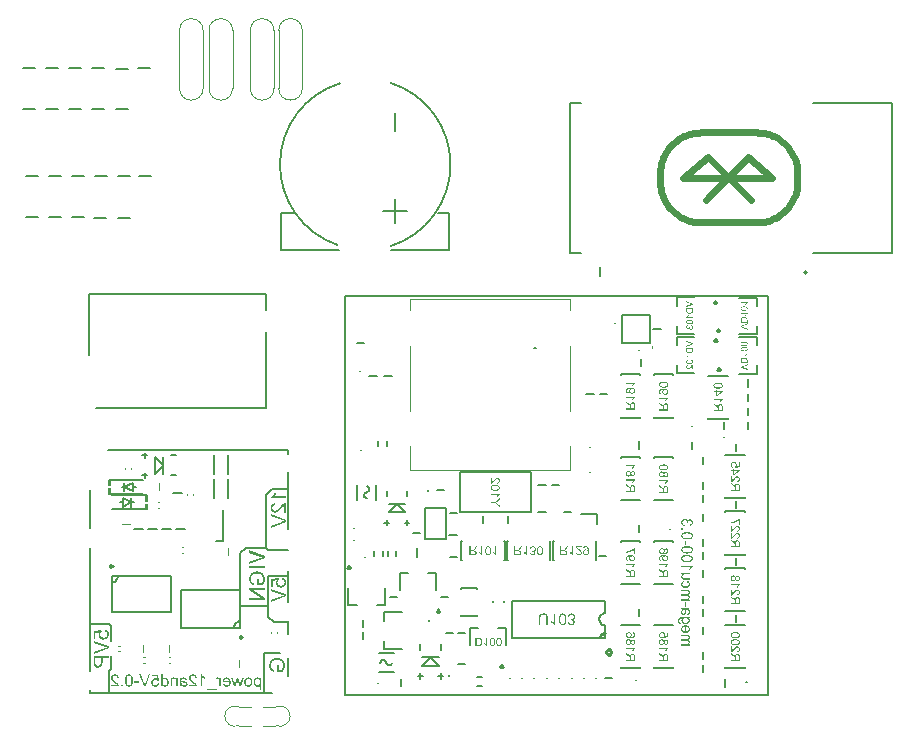
<source format=gbo>
G75*
G70*
%OFA0B0*%
%FSLAX25Y25*%
%IPPOS*%
%LPD*%
%AMOC8*
5,1,8,0,0,1.08239X$1,22.5*
%
%ADD10C,0.00787*%
%ADD132C,0.00300*%
%ADD49C,0.00591*%
%ADD52C,0.00472*%
%ADD55C,0.00800*%
%ADD56C,0.00984*%
%ADD57C,0.00669*%
%ADD58C,0.00394*%
%ADD59C,0.00390*%
%ADD65C,0.02484*%
X0000000Y0000000D02*
%LPD*%
G01*
D52*
X0107874Y0216929D02*
X0107874Y0236024D01*
X0115748Y0216929D02*
X0115748Y0236024D01*
X0107874Y0236024D02*
G75*
G02*
X0115748Y0236024I0003937J0000000D01*
G01*
X0115748Y0216732D02*
G75*
G02*
X0107874Y0216732I-003937J0000000D01*
G01*
D10*
X0129921Y0014567D02*
X0129921Y0147638D01*
X0270866Y0147638D02*
X0129921Y0147638D01*
X0270866Y0014567D02*
X0129921Y0014567D01*
X0270866Y0014567D02*
X0270866Y0147638D01*
D52*
X0084646Y0216929D02*
X0084646Y0236024D01*
X0092520Y0216929D02*
X0092520Y0236024D01*
X0084646Y0236024D02*
G75*
G02*
X0092520Y0236024I0003937J0000000D01*
G01*
X0092520Y0216732D02*
G75*
G02*
X0084646Y0216732I-003937J0000000D01*
G01*
D59*
X0094787Y0004331D02*
X0098787Y0004331D01*
X0098787Y0010630D02*
X0094787Y0010630D01*
X0102787Y0004331D02*
X0106787Y0004331D01*
X0106787Y0010630D02*
X0102787Y0010630D01*
D52*
X0094571Y0004324D02*
G75*
G02*
X0094587Y0010630I-001283J0003156D01*
G01*
X0106988Y0010630D02*
G75*
G02*
X0107022Y0004317I0001299J-003150D01*
G01*
X0074803Y0216929D02*
X0074803Y0236024D01*
X0082677Y0216929D02*
X0082677Y0236024D01*
X0074803Y0236024D02*
G75*
G02*
X0082677Y0236024I0003937J0000000D01*
G01*
X0082677Y0216732D02*
G75*
G02*
X0074803Y0216732I-003937J0000000D01*
G01*
X0098425Y0216929D02*
X0098425Y0236024D01*
X0106299Y0216929D02*
X0106299Y0236024D01*
X0098425Y0236024D02*
G75*
G02*
X0106299Y0236024I0003937J0000000D01*
G01*
X0106299Y0216732D02*
G75*
G02*
X0098425Y0216732I-003937J0000000D01*
G01*
D10*
X0044734Y0148031D02*
X0044734Y0127953D01*
X0047096Y0110236D02*
X0103789Y0110236D01*
X0103789Y0148031D02*
X0044734Y0148031D01*
X0103789Y0148031D02*
X0103789Y0142913D01*
X0103789Y0110236D02*
X0103789Y0135433D01*
X0044980Y0070177D02*
X0044980Y0082776D01*
X0044980Y0022539D02*
X0044980Y0063484D01*
X0044980Y0015059D02*
X0044980Y0016240D01*
X0044980Y0015059D02*
X0105610Y0015059D01*
X0050886Y0096161D02*
X0111122Y0096161D01*
X0111122Y0069783D02*
X0111122Y0088681D01*
X0111122Y0045374D02*
X0111122Y0056004D01*
X0111122Y0034744D02*
X0111122Y0039075D01*
X0111122Y0020768D02*
X0111122Y0026870D01*
X0111122Y0094980D02*
X0111122Y0096161D01*
X0057481Y0209902D02*
X0053544Y0209902D01*
X0041929Y0209843D02*
X0037992Y0209843D01*
X0037992Y0223346D02*
X0041929Y0223346D01*
X0038976Y0187402D02*
X0042913Y0187402D01*
X0205020Y0211860D02*
X0208681Y0211860D01*
X0205020Y0161860D02*
X0205020Y0211860D01*
X0208681Y0161860D02*
X0205020Y0161860D01*
D65*
X0235019Y0188380D02*
X0235019Y0188380D01*
X0235019Y0188380D02*
X0235019Y0185661D01*
X0235019Y0185661D02*
X0235019Y0185661D01*
X0235019Y0185661D02*
X0235036Y0184959D01*
X0235036Y0189082D02*
X0235019Y0188380D01*
X0235036Y0184959D02*
X0235089Y0184266D01*
X0235089Y0189775D02*
X0235036Y0189082D01*
X0235089Y0184266D02*
X0235176Y0183584D01*
X0235176Y0190457D02*
X0235089Y0189775D01*
X0235176Y0183584D02*
X0235296Y0182912D01*
X0235296Y0191129D02*
X0235176Y0190457D01*
X0235296Y0182912D02*
X0235448Y0182252D01*
X0235448Y0191789D02*
X0235296Y0191129D01*
X0235448Y0182252D02*
X0235632Y0181605D01*
X0235632Y0192436D02*
X0235448Y0191789D01*
X0235632Y0181605D02*
X0235846Y0180971D01*
X0235846Y0193070D02*
X0235632Y0192436D01*
X0235846Y0180971D02*
X0236091Y0180352D01*
X0236091Y0193689D02*
X0235846Y0193070D01*
X0236091Y0180352D02*
X0236364Y0179747D01*
X0236364Y0194294D02*
X0236091Y0193689D01*
X0236364Y0179747D02*
X0236665Y0179159D01*
X0236665Y0194882D02*
X0236364Y0194294D01*
X0236665Y0179159D02*
X0236994Y0178588D01*
X0236994Y0195453D02*
X0236665Y0194882D01*
X0236994Y0178588D02*
X0237348Y0178035D01*
X0237348Y0196007D02*
X0236994Y0195453D01*
X0237348Y0178035D02*
X0237729Y0177500D01*
X0237729Y0196541D02*
X0237348Y0196007D01*
X0237729Y0177500D02*
X0238134Y0176984D01*
X0238134Y0197057D02*
X0237729Y0196541D01*
X0238134Y0176984D02*
X0238562Y0176490D01*
X0238562Y0197552D02*
X0238134Y0197057D01*
X0238562Y0176490D02*
X0239014Y0176016D01*
X0239014Y0198025D02*
X0238562Y0197552D01*
X0239014Y0176016D02*
X0239488Y0175564D01*
X0239488Y0198477D02*
X0239014Y0198025D01*
X0239488Y0175564D02*
X0239983Y0175135D01*
X0239983Y0198906D02*
X0239488Y0198477D01*
X0239983Y0175135D02*
X0240498Y0174730D01*
X0240498Y0199311D02*
X0239983Y0198906D01*
X0240498Y0174730D02*
X0241033Y0174350D01*
X0241033Y0199691D02*
X0240498Y0199311D01*
X0241033Y0174350D02*
X0241586Y0173995D01*
X0241586Y0200046D02*
X0241033Y0199691D01*
X0241586Y0173995D02*
X0242157Y0173667D01*
X0242157Y0200374D02*
X0241586Y0200046D01*
X0242157Y0173667D02*
X0242746Y0173366D01*
X0242566Y0186786D02*
X0242566Y0186786D01*
X0242566Y0186786D02*
X0272378Y0186786D01*
X0242746Y0200675D02*
X0242157Y0200374D01*
X0242746Y0173366D02*
X0243350Y0173092D01*
X0243350Y0200949D02*
X0242746Y0200675D01*
X0243350Y0173092D02*
X0243969Y0172848D01*
X0243969Y0201193D02*
X0243350Y0200949D01*
X0243969Y0172848D02*
X0244603Y0172634D01*
X0244603Y0201407D02*
X0243969Y0201193D01*
X0244603Y0172634D02*
X0245250Y0172450D01*
X0245250Y0201591D02*
X0244603Y0201407D01*
X0245250Y0172450D02*
X0245910Y0172298D01*
X0245910Y0201743D02*
X0245250Y0201591D01*
X0245910Y0172298D02*
X0246582Y0172178D01*
X0246582Y0201863D02*
X0245910Y0201743D01*
X0246582Y0172178D02*
X0247265Y0172091D01*
X0247265Y0201950D02*
X0246582Y0201863D01*
X0247265Y0172091D02*
X0247957Y0172038D01*
X0247957Y0202003D02*
X0247265Y0201950D01*
X0247957Y0172038D02*
X0248659Y0172021D01*
X0248659Y0202021D02*
X0247957Y0202003D01*
X0248659Y0202021D02*
X0248659Y0202021D01*
X0248659Y0172021D02*
X0248659Y0172021D01*
X0248659Y0172021D02*
X0267128Y0172021D01*
X0250909Y0193677D02*
X0242566Y0186786D01*
X0250909Y0193677D02*
X0250909Y0193677D01*
X0264409Y0193677D02*
X0250394Y0179380D01*
X0264409Y0193677D02*
X0264409Y0193677D01*
X0265300Y0179380D02*
X0250909Y0193677D01*
X0267128Y0202021D02*
X0248659Y0202021D01*
X0267128Y0202021D02*
X0267128Y0202021D01*
X0267128Y0172021D02*
X0267128Y0172021D01*
X0267128Y0172021D02*
X0267830Y0172038D01*
X0267830Y0202003D02*
X0267128Y0202021D01*
X0267830Y0172038D02*
X0268523Y0172091D01*
X0268523Y0201950D02*
X0267830Y0202003D01*
X0268523Y0172091D02*
X0269205Y0172178D01*
X0269205Y0201863D02*
X0268523Y0201950D01*
X0269205Y0172178D02*
X0269877Y0172298D01*
X0269877Y0201743D02*
X0269205Y0201863D01*
X0269877Y0172298D02*
X0270537Y0172450D01*
X0270537Y0201591D02*
X0269877Y0201743D01*
X0270537Y0172450D02*
X0271184Y0172634D01*
X0271184Y0201407D02*
X0270537Y0201591D01*
X0271184Y0172634D02*
X0271818Y0172848D01*
X0271818Y0201193D02*
X0271184Y0201407D01*
X0271818Y0172848D02*
X0272438Y0173092D01*
X0272378Y0186786D02*
X0264409Y0193677D01*
X0272378Y0186786D02*
X0272378Y0186786D01*
X0272438Y0200949D02*
X0271818Y0201193D01*
X0272438Y0173092D02*
X0273042Y0173366D01*
X0273042Y0200675D02*
X0272438Y0200949D01*
X0273042Y0173366D02*
X0273630Y0173667D01*
X0273630Y0200374D02*
X0273042Y0200675D01*
X0273630Y0173667D02*
X0274201Y0173995D01*
X0274201Y0200046D02*
X0273630Y0200374D01*
X0274201Y0173995D02*
X0274755Y0174350D01*
X0274755Y0199691D02*
X0274201Y0200046D01*
X0274755Y0174350D02*
X0275289Y0174730D01*
X0275289Y0199311D02*
X0274755Y0199691D01*
X0275289Y0174730D02*
X0275805Y0175135D01*
X0275805Y0198906D02*
X0275289Y0199311D01*
X0275805Y0175135D02*
X0276300Y0175564D01*
X0276300Y0198477D02*
X0275805Y0198906D01*
X0276300Y0175564D02*
X0276773Y0176016D01*
X0276773Y0198025D02*
X0276300Y0198477D01*
X0276773Y0176016D02*
X0277225Y0176490D01*
X0277225Y0197552D02*
X0276773Y0198025D01*
X0277225Y0176490D02*
X0277654Y0176984D01*
X0277654Y0197057D02*
X0277225Y0197552D01*
X0277654Y0176984D02*
X0278059Y0177500D01*
X0278059Y0196541D02*
X0277654Y0197057D01*
X0278059Y0177500D02*
X0278439Y0178035D01*
X0278439Y0196007D02*
X0278059Y0196541D01*
X0278439Y0178035D02*
X0278794Y0178588D01*
X0278794Y0195453D02*
X0278439Y0196007D01*
X0278794Y0178588D02*
X0279122Y0179159D01*
X0279122Y0194882D02*
X0278794Y0195453D01*
X0279122Y0179159D02*
X0279424Y0179747D01*
X0279424Y0194294D02*
X0279122Y0194882D01*
X0279424Y0179747D02*
X0279697Y0180352D01*
X0279697Y0193689D02*
X0279424Y0194294D01*
X0279697Y0180352D02*
X0279941Y0180971D01*
X0279941Y0193070D02*
X0279697Y0193689D01*
X0279941Y0180971D02*
X0280155Y0181605D01*
X0280155Y0192436D02*
X0279941Y0193070D01*
X0280155Y0181605D02*
X0280339Y0182252D01*
X0280339Y0191789D02*
X0280155Y0192436D01*
X0280339Y0182252D02*
X0280492Y0182912D01*
X0280492Y0191129D02*
X0280339Y0191789D01*
X0280492Y0182912D02*
X0280612Y0183584D01*
X0280612Y0190457D02*
X0280492Y0191129D01*
X0280612Y0183584D02*
X0280698Y0184266D01*
X0280698Y0189775D02*
X0280612Y0190457D01*
X0280698Y0184266D02*
X0280751Y0184959D01*
X0280751Y0189082D02*
X0280698Y0189775D01*
X0280751Y0184959D02*
X0280769Y0185661D01*
X0280769Y0188380D02*
X0280751Y0189082D01*
X0280769Y0188380D02*
X0280769Y0188380D01*
X0280769Y0185661D02*
X0280769Y0188380D01*
X0280769Y0185661D02*
X0280769Y0185661D01*
X0280769Y0185661D02*
X0280769Y0185661D01*
D10*
X0286004Y0161860D02*
X0312303Y0161860D01*
X0312303Y0211860D02*
X0286004Y0211860D01*
X0312303Y0161860D02*
X0312303Y0211860D01*
X0283858Y0155364D02*
G75*
G02*
X0283071Y0155364I-000394J0000000D01*
G01*
X0283071Y0155364D02*
G75*
G02*
X0283858Y0155364I0000394J0000000D01*
G01*
X0214961Y0154134D02*
X0214961Y0157087D01*
X0042913Y0173898D02*
X0038976Y0173898D01*
X0035236Y0173898D02*
X0031299Y0173898D01*
X0026575Y0209843D02*
X0022638Y0209843D01*
X0049606Y0209843D02*
X0045669Y0209843D01*
X0034252Y0209843D02*
X0030315Y0209843D01*
X0061024Y0223346D02*
X0064961Y0223346D01*
X0023622Y0187402D02*
X0027559Y0187402D01*
X0027559Y0173898D02*
X0023622Y0173898D01*
X0054331Y0187402D02*
X0058268Y0187402D01*
D49*
X0108614Y0175338D02*
X0113340Y0175338D01*
X0108614Y0162913D02*
X0108614Y0175338D01*
X0108614Y0162913D02*
X0127830Y0162913D01*
X0142614Y0175938D02*
X0150614Y0175938D01*
X0145398Y0162913D02*
X0164614Y0162913D01*
X0146614Y0202438D02*
X0146614Y0208438D01*
X0146614Y0171938D02*
X0146614Y0179938D01*
X0160908Y0175338D02*
X0164614Y0175338D01*
X0164614Y0162913D02*
X0164614Y0175338D01*
X0127569Y0164506D02*
G75*
G02*
X0128252Y0218391I0009045J0026832D01*
G01*
X0145095Y0218573D02*
G75*
G02*
X0145178Y0164129I-008480J-027235D01*
G01*
D10*
X0058268Y0173622D02*
X0054331Y0173622D01*
X0061417Y0187402D02*
X0065354Y0187402D01*
X0046653Y0187402D02*
X0050590Y0187402D01*
X0050394Y0173622D02*
X0046457Y0173622D01*
X0022638Y0223346D02*
X0026575Y0223346D01*
X0045669Y0223346D02*
X0049606Y0223346D01*
X0030315Y0223346D02*
X0034252Y0223346D01*
X0053544Y0223287D02*
X0057481Y0223287D01*
X0031299Y0187402D02*
X0035236Y0187402D01*
X0271260Y0014173D02*
G01*
G75*
G36*
X0241019Y0039435D02*
X0241035Y0039571D01*
X0241047Y0039632D01*
X0241060Y0039685D01*
X0241072Y0039739D01*
X0241089Y0039788D01*
X0241105Y0039833D01*
X0241117Y0039870D01*
X0241130Y0039903D01*
X0241142Y0039931D01*
X0241154Y0039952D01*
X0241158Y0039968D01*
X0241166Y0039977D01*
X0241166Y0039981D01*
X0241228Y0040079D01*
X0241298Y0040165D01*
X0241367Y0040235D01*
X0241437Y0040292D01*
X0241494Y0040337D01*
X0241544Y0040370D01*
X0241564Y0040383D01*
X0241576Y0040391D01*
X0241585Y0040395D01*
X0241589Y0040395D01*
X0241642Y0040419D01*
X0241703Y0040440D01*
X0241773Y0040456D01*
X0241843Y0040473D01*
X0241995Y0040493D01*
X0242142Y0040510D01*
X0242212Y0040514D01*
X0242278Y0040518D01*
X0242339Y0040522D01*
X0242392Y0040526D01*
X0242433Y0040526D01*
X0242466Y0040526D01*
X0242487Y0040526D01*
X0242495Y0040526D01*
X0244865Y0040526D01*
X0244865Y0040100D01*
X0244528Y0040100D01*
X0244598Y0040038D01*
X0244660Y0039977D01*
X0244713Y0039907D01*
X0244758Y0039841D01*
X0244799Y0039772D01*
X0244828Y0039706D01*
X0244856Y0039640D01*
X0244877Y0039579D01*
X0244893Y0039521D01*
X0244906Y0039468D01*
X0244914Y0039419D01*
X0244922Y0039378D01*
X0244922Y0039345D01*
X0244926Y0039317D01*
X0244926Y0039230D01*
X0244918Y0039165D01*
X0244897Y0039046D01*
X0244869Y0038939D01*
X0244852Y0038890D01*
X0244836Y0038845D01*
X0244815Y0038804D01*
X0244799Y0038771D01*
X0244783Y0038738D01*
X0244770Y0038714D01*
X0244758Y0038693D01*
X0244750Y0038677D01*
X0244746Y0038669D01*
X0244742Y0038665D01*
X0244668Y0038570D01*
X0244586Y0038484D01*
X0244500Y0038414D01*
X0244418Y0038357D01*
X0244344Y0038312D01*
X0244311Y0038291D01*
X0244282Y0038279D01*
X0244262Y0038267D01*
X0244246Y0038259D01*
X0244233Y0038251D01*
X0244229Y0038251D01*
X0244102Y0038205D01*
X0243975Y0038168D01*
X0243856Y0038144D01*
X0243745Y0038128D01*
X0243692Y0038123D01*
X0243647Y0038119D01*
X0243610Y0038115D01*
X0243573Y0038115D01*
X0243544Y0038111D01*
X0243524Y0038111D01*
X0243512Y0038111D01*
X0243507Y0038111D01*
X0243401Y0038115D01*
X0243303Y0038123D01*
X0243204Y0038140D01*
X0243114Y0038160D01*
X0243028Y0038181D01*
X0242946Y0038209D01*
X0242872Y0038238D01*
X0242802Y0038267D01*
X0242741Y0038296D01*
X0242688Y0038320D01*
X0242638Y0038349D01*
X0242601Y0038369D01*
X0242569Y0038390D01*
X0242548Y0038406D01*
X0242532Y0038414D01*
X0242528Y0038419D01*
X0242458Y0038480D01*
X0242392Y0038546D01*
X0242339Y0038615D01*
X0242294Y0038689D01*
X0242253Y0038759D01*
X0242220Y0038833D01*
X0242195Y0038907D01*
X0242171Y0038976D01*
X0242155Y0039042D01*
X0242142Y0039099D01*
X0242134Y0039157D01*
X0242130Y0039202D01*
X0242126Y0039243D01*
X0242122Y0039271D01*
X0242122Y0039296D01*
X0242126Y0039378D01*
X0242138Y0039460D01*
X0242155Y0039534D01*
X0242179Y0039604D01*
X0242204Y0039673D01*
X0242236Y0039735D01*
X0242265Y0039792D01*
X0242302Y0039845D01*
X0242335Y0039890D01*
X0242368Y0039936D01*
X0242396Y0039968D01*
X0242421Y0040001D01*
X0242446Y0040022D01*
X0242462Y0040042D01*
X0242474Y0040050D01*
X0242478Y0040054D01*
X0242396Y0040054D01*
X0242323Y0040054D01*
X0242257Y0040050D01*
X0242195Y0040050D01*
X0242142Y0040046D01*
X0242093Y0040046D01*
X0242052Y0040042D01*
X0242015Y0040038D01*
X0241982Y0040034D01*
X0241958Y0040034D01*
X0241933Y0040030D01*
X0241917Y0040026D01*
X0241904Y0040026D01*
X0241896Y0040022D01*
X0241888Y0040022D01*
X0241806Y0039993D01*
X0241732Y0039956D01*
X0241671Y0039915D01*
X0241622Y0039878D01*
X0241580Y0039837D01*
X0241552Y0039808D01*
X0241531Y0039788D01*
X0241527Y0039784D01*
X0241527Y0039780D01*
X0241482Y0039710D01*
X0241453Y0039628D01*
X0241429Y0039546D01*
X0241412Y0039468D01*
X0241404Y0039394D01*
X0241400Y0039366D01*
X0241400Y0039337D01*
X0241396Y0039317D01*
X0241396Y0039284D01*
X0241400Y0039177D01*
X0241416Y0039083D01*
X0241437Y0039005D01*
X0241462Y0038935D01*
X0241486Y0038882D01*
X0241507Y0038845D01*
X0241523Y0038820D01*
X0241527Y0038812D01*
X0241568Y0038767D01*
X0241617Y0038734D01*
X0241667Y0038706D01*
X0241720Y0038685D01*
X0241765Y0038673D01*
X0241802Y0038665D01*
X0241826Y0038656D01*
X0241831Y0038656D01*
X0241835Y0038656D01*
X0241896Y0038205D01*
X0241814Y0038205D01*
X0241740Y0038214D01*
X0241671Y0038226D01*
X0241605Y0038246D01*
X0241548Y0038267D01*
X0241490Y0038291D01*
X0241441Y0038316D01*
X0241400Y0038345D01*
X0241359Y0038374D01*
X0241326Y0038398D01*
X0241298Y0038423D01*
X0241273Y0038447D01*
X0241257Y0038464D01*
X0241244Y0038480D01*
X0241236Y0038488D01*
X0241232Y0038492D01*
X0241195Y0038550D01*
X0241158Y0038615D01*
X0241130Y0038677D01*
X0241105Y0038747D01*
X0241064Y0038878D01*
X0241039Y0039005D01*
X0241031Y0039062D01*
X0241023Y0039116D01*
X0241019Y0039165D01*
X0241015Y0039206D01*
X0241011Y0039239D01*
X0241011Y0039288D01*
X0241019Y0039435D01*
D02*
G37*
G36*
X0242651Y0070095D02*
X0242651Y0069566D01*
X0242122Y0069566D01*
X0242122Y0070095D01*
X0242651Y0070095D01*
D02*
G37*
G36*
X0242064Y0036586D02*
X0242068Y0036672D01*
X0242081Y0036750D01*
X0242097Y0036824D01*
X0242113Y0036893D01*
X0242134Y0036955D01*
X0242155Y0037016D01*
X0242175Y0037070D01*
X0242195Y0037119D01*
X0242216Y0037160D01*
X0242236Y0037197D01*
X0242253Y0037230D01*
X0242269Y0037250D01*
X0242282Y0037271D01*
X0242286Y0037279D01*
X0242290Y0037283D01*
X0242335Y0037340D01*
X0242384Y0037389D01*
X0242437Y0037435D01*
X0242491Y0037480D01*
X0242601Y0037554D01*
X0242704Y0037611D01*
X0242753Y0037631D01*
X0242798Y0037652D01*
X0242839Y0037668D01*
X0242876Y0037681D01*
X0242905Y0037693D01*
X0242925Y0037701D01*
X0242942Y0037705D01*
X0242946Y0037705D01*
X0243007Y0037221D01*
X0242905Y0037180D01*
X0242815Y0037131D01*
X0242737Y0037082D01*
X0242679Y0037037D01*
X0242630Y0036996D01*
X0242597Y0036963D01*
X0242581Y0036943D01*
X0242573Y0036938D01*
X0242573Y0036934D01*
X0242528Y0036865D01*
X0242499Y0036791D01*
X0242474Y0036717D01*
X0242458Y0036652D01*
X0242450Y0036590D01*
X0242446Y0036541D01*
X0242441Y0036524D01*
X0242441Y0036500D01*
X0242446Y0036438D01*
X0242454Y0036377D01*
X0242462Y0036319D01*
X0242478Y0036266D01*
X0242515Y0036168D01*
X0242560Y0036086D01*
X0242581Y0036049D01*
X0242605Y0036016D01*
X0242626Y0035991D01*
X0242642Y0035967D01*
X0242659Y0035950D01*
X0242671Y0035938D01*
X0242675Y0035930D01*
X0242679Y0035926D01*
X0242728Y0035885D01*
X0242778Y0035848D01*
X0242835Y0035819D01*
X0242888Y0035791D01*
X0243007Y0035745D01*
X0243118Y0035713D01*
X0243171Y0035700D01*
X0243220Y0035692D01*
X0243261Y0035684D01*
X0243303Y0035680D01*
X0243331Y0035676D01*
X0243356Y0035672D01*
X0243372Y0035672D01*
X0243376Y0035672D01*
X0243376Y0037717D01*
X0243430Y0037722D01*
X0243471Y0037722D01*
X0243491Y0037722D01*
X0243499Y0037722D01*
X0243622Y0037717D01*
X0243737Y0037705D01*
X0243848Y0037689D01*
X0243950Y0037668D01*
X0244045Y0037640D01*
X0244131Y0037611D01*
X0244209Y0037578D01*
X0244278Y0037549D01*
X0244340Y0037517D01*
X0244397Y0037484D01*
X0244442Y0037455D01*
X0244479Y0037426D01*
X0244512Y0037406D01*
X0244532Y0037389D01*
X0244545Y0037377D01*
X0244549Y0037373D01*
X0244615Y0037307D01*
X0244672Y0037234D01*
X0244725Y0037160D01*
X0244766Y0037086D01*
X0244803Y0037012D01*
X0244836Y0036934D01*
X0244861Y0036865D01*
X0244881Y0036795D01*
X0244893Y0036729D01*
X0244906Y0036668D01*
X0244914Y0036615D01*
X0244922Y0036565D01*
X0244922Y0036528D01*
X0244926Y0036500D01*
X0244926Y0036475D01*
X0244922Y0036373D01*
X0244910Y0036270D01*
X0244889Y0036180D01*
X0244865Y0036090D01*
X0244836Y0036008D01*
X0244803Y0035930D01*
X0244770Y0035860D01*
X0244733Y0035799D01*
X0244696Y0035741D01*
X0244664Y0035692D01*
X0244631Y0035647D01*
X0244602Y0035614D01*
X0244578Y0035586D01*
X0244557Y0035565D01*
X0244545Y0035553D01*
X0244541Y0035549D01*
X0244467Y0035487D01*
X0244385Y0035434D01*
X0244299Y0035385D01*
X0244213Y0035344D01*
X0244122Y0035311D01*
X0244032Y0035282D01*
X0243946Y0035257D01*
X0243860Y0035241D01*
X0243782Y0035225D01*
X0243704Y0035217D01*
X0243639Y0035208D01*
X0243581Y0035200D01*
X0243532Y0035200D01*
X0243495Y0035196D01*
X0243475Y0035196D01*
X0243467Y0035196D01*
X0243344Y0035200D01*
X0243229Y0035212D01*
X0243122Y0035229D01*
X0243024Y0035249D01*
X0242929Y0035278D01*
X0242843Y0035307D01*
X0242765Y0035340D01*
X0242696Y0035372D01*
X0242634Y0035401D01*
X0242581Y0035434D01*
X0242536Y0035463D01*
X0242499Y0035491D01*
X0242466Y0035512D01*
X0242446Y0035528D01*
X0242433Y0035540D01*
X0242429Y0035545D01*
X0242364Y0035614D01*
X0242306Y0035688D01*
X0242257Y0035762D01*
X0242216Y0035844D01*
X0242179Y0035922D01*
X0242150Y0036004D01*
X0242126Y0036082D01*
X0242105Y0036155D01*
X0242093Y0036225D01*
X0242081Y0036291D01*
X0242072Y0036348D01*
X0242064Y0036401D01*
X0242064Y0036442D01*
X0242060Y0036475D01*
X0242060Y0036500D01*
X0242064Y0036586D01*
D02*
G37*
G36*
X0242064Y0051522D02*
X0242072Y0051600D01*
X0242085Y0051674D01*
X0242101Y0051748D01*
X0242122Y0051813D01*
X0242146Y0051875D01*
X0242167Y0051932D01*
X0242195Y0051986D01*
X0242220Y0052031D01*
X0242241Y0052076D01*
X0242265Y0052109D01*
X0242286Y0052141D01*
X0242302Y0052162D01*
X0242314Y0052182D01*
X0242323Y0052190D01*
X0242327Y0052195D01*
X0242380Y0052248D01*
X0242433Y0052301D01*
X0242495Y0052346D01*
X0242556Y0052383D01*
X0242618Y0052420D01*
X0242679Y0052453D01*
X0242794Y0052502D01*
X0242851Y0052523D01*
X0242901Y0052539D01*
X0242946Y0052551D01*
X0242987Y0052564D01*
X0243020Y0052572D01*
X0243044Y0052576D01*
X0243061Y0052580D01*
X0243065Y0052580D01*
X0243126Y0052125D01*
X0243061Y0052113D01*
X0243003Y0052100D01*
X0242946Y0052084D01*
X0242897Y0052067D01*
X0242847Y0052047D01*
X0242806Y0052031D01*
X0242770Y0052010D01*
X0242733Y0051990D01*
X0242704Y0051969D01*
X0242679Y0051953D01*
X0242638Y0051920D01*
X0242614Y0051899D01*
X0242610Y0051895D01*
X0242605Y0051891D01*
X0242552Y0051817D01*
X0242511Y0051744D01*
X0242482Y0051666D01*
X0242462Y0051596D01*
X0242450Y0051530D01*
X0242446Y0051506D01*
X0242446Y0051481D01*
X0242441Y0051461D01*
X0242441Y0051436D01*
X0242446Y0051375D01*
X0242454Y0051313D01*
X0242466Y0051260D01*
X0242482Y0051207D01*
X0242519Y0051112D01*
X0242569Y0051030D01*
X0242589Y0050997D01*
X0242614Y0050969D01*
X0242634Y0050944D01*
X0242655Y0050919D01*
X0242667Y0050903D01*
X0242679Y0050891D01*
X0242688Y0050887D01*
X0242692Y0050883D01*
X0242741Y0050846D01*
X0242798Y0050813D01*
X0242860Y0050784D01*
X0242921Y0050764D01*
X0243057Y0050723D01*
X0243188Y0050698D01*
X0243249Y0050690D01*
X0243307Y0050686D01*
X0243360Y0050682D01*
X0243405Y0050678D01*
X0243442Y0050673D01*
X0243471Y0050673D01*
X0243491Y0050673D01*
X0243495Y0050673D01*
X0243594Y0050678D01*
X0243688Y0050682D01*
X0243770Y0050694D01*
X0243848Y0050706D01*
X0243922Y0050723D01*
X0243987Y0050743D01*
X0244045Y0050764D01*
X0244098Y0050784D01*
X0244143Y0050801D01*
X0244184Y0050821D01*
X0244217Y0050842D01*
X0244241Y0050858D01*
X0244266Y0050870D01*
X0244278Y0050883D01*
X0244286Y0050887D01*
X0244291Y0050891D01*
X0244336Y0050932D01*
X0244373Y0050977D01*
X0244409Y0051026D01*
X0244438Y0051071D01*
X0244463Y0051120D01*
X0244483Y0051165D01*
X0244512Y0051256D01*
X0244532Y0051338D01*
X0244537Y0051371D01*
X0244541Y0051403D01*
X0244545Y0051428D01*
X0244545Y0051461D01*
X0244541Y0051543D01*
X0244524Y0051621D01*
X0244500Y0051686D01*
X0244475Y0051744D01*
X0244446Y0051789D01*
X0244426Y0051826D01*
X0244409Y0051846D01*
X0244401Y0051854D01*
X0244344Y0051912D01*
X0244278Y0051961D01*
X0244209Y0051998D01*
X0244143Y0052031D01*
X0244082Y0052055D01*
X0244032Y0052072D01*
X0244012Y0052076D01*
X0243999Y0052080D01*
X0243991Y0052084D01*
X0243987Y0052084D01*
X0244057Y0052535D01*
X0244131Y0052519D01*
X0244205Y0052494D01*
X0244270Y0052469D01*
X0244332Y0052445D01*
X0244389Y0052416D01*
X0244442Y0052383D01*
X0244487Y0052354D01*
X0244532Y0052322D01*
X0244569Y0052293D01*
X0244602Y0052264D01*
X0244631Y0052240D01*
X0244655Y0052215D01*
X0244672Y0052199D01*
X0244684Y0052182D01*
X0244692Y0052174D01*
X0244696Y0052170D01*
X0244738Y0052117D01*
X0244774Y0052059D01*
X0244803Y0051998D01*
X0244828Y0051936D01*
X0244869Y0051813D01*
X0244897Y0051698D01*
X0244906Y0051645D01*
X0244914Y0051596D01*
X0244918Y0051551D01*
X0244922Y0051514D01*
X0244926Y0051485D01*
X0244926Y0051440D01*
X0244918Y0051313D01*
X0244901Y0051190D01*
X0244873Y0051079D01*
X0244856Y0051030D01*
X0244844Y0050981D01*
X0244828Y0050940D01*
X0244811Y0050903D01*
X0244799Y0050870D01*
X0244783Y0050842D01*
X0244774Y0050817D01*
X0244766Y0050801D01*
X0244758Y0050792D01*
X0244758Y0050788D01*
X0244688Y0050682D01*
X0244610Y0050592D01*
X0244524Y0050514D01*
X0244446Y0050452D01*
X0244373Y0050403D01*
X0244340Y0050386D01*
X0244311Y0050370D01*
X0244291Y0050358D01*
X0244274Y0050350D01*
X0244262Y0050341D01*
X0244258Y0050341D01*
X0244131Y0050292D01*
X0243995Y0050259D01*
X0243864Y0050235D01*
X0243745Y0050214D01*
X0243688Y0050210D01*
X0243639Y0050206D01*
X0243594Y0050202D01*
X0243553Y0050202D01*
X0243524Y0050198D01*
X0243499Y0050198D01*
X0243483Y0050198D01*
X0243479Y0050198D01*
X0243356Y0050202D01*
X0243237Y0050214D01*
X0243126Y0050231D01*
X0243024Y0050251D01*
X0242929Y0050276D01*
X0242843Y0050305D01*
X0242765Y0050337D01*
X0242696Y0050370D01*
X0242634Y0050399D01*
X0242577Y0050432D01*
X0242532Y0050460D01*
X0242495Y0050485D01*
X0242462Y0050505D01*
X0242441Y0050522D01*
X0242429Y0050534D01*
X0242425Y0050538D01*
X0242359Y0050604D01*
X0242306Y0050673D01*
X0242257Y0050747D01*
X0242216Y0050821D01*
X0242179Y0050899D01*
X0242150Y0050973D01*
X0242126Y0051047D01*
X0242105Y0051116D01*
X0242089Y0051182D01*
X0242081Y0051243D01*
X0242072Y0051301D01*
X0242064Y0051346D01*
X0242064Y0051387D01*
X0242060Y0051416D01*
X0242060Y0051440D01*
X0242064Y0051522D01*
D02*
G37*
G36*
X0243725Y0065983D02*
X0243725Y0064552D01*
X0243257Y0064552D01*
X0243257Y0065983D01*
X0243725Y0065983D01*
D02*
G37*
G36*
X0243725Y0045417D02*
X0243725Y0043986D01*
X0243257Y0043986D01*
X0243257Y0045417D01*
X0243725Y0045417D01*
D02*
G37*
G36*
X0242060Y0072080D02*
X0242072Y0072174D01*
X0242089Y0072264D01*
X0242109Y0072350D01*
X0242134Y0072432D01*
X0242163Y0072506D01*
X0242195Y0072576D01*
X0242228Y0072637D01*
X0242257Y0072695D01*
X0242290Y0072744D01*
X0242318Y0072789D01*
X0242343Y0072822D01*
X0242364Y0072850D01*
X0242380Y0072871D01*
X0242392Y0072883D01*
X0242396Y0072887D01*
X0242462Y0072953D01*
X0242532Y0073006D01*
X0242601Y0073055D01*
X0242675Y0073096D01*
X0242745Y0073133D01*
X0242815Y0073162D01*
X0242880Y0073187D01*
X0242946Y0073207D01*
X0243007Y0073224D01*
X0243061Y0073232D01*
X0243110Y0073240D01*
X0243155Y0073248D01*
X0243188Y0073248D01*
X0243216Y0073252D01*
X0243233Y0073252D01*
X0243237Y0073252D01*
X0243303Y0073252D01*
X0243368Y0073244D01*
X0243487Y0073224D01*
X0243590Y0073191D01*
X0243635Y0073174D01*
X0243676Y0073158D01*
X0243717Y0073142D01*
X0243749Y0073125D01*
X0243778Y0073109D01*
X0243799Y0073092D01*
X0243819Y0073080D01*
X0243831Y0073072D01*
X0243840Y0073068D01*
X0243844Y0073064D01*
X0243930Y0072990D01*
X0243999Y0072904D01*
X0244053Y0072818D01*
X0244098Y0072736D01*
X0244131Y0072658D01*
X0244143Y0072625D01*
X0244151Y0072600D01*
X0244159Y0072576D01*
X0244163Y0072559D01*
X0244168Y0072547D01*
X0244168Y0072543D01*
X0244217Y0072633D01*
X0244266Y0072711D01*
X0244319Y0072781D01*
X0244373Y0072834D01*
X0244418Y0072879D01*
X0244455Y0072908D01*
X0244479Y0072928D01*
X0244483Y0072932D01*
X0244487Y0072932D01*
X0244565Y0072978D01*
X0244643Y0073010D01*
X0244717Y0073035D01*
X0244787Y0073051D01*
X0244844Y0073059D01*
X0244893Y0073068D01*
X0244910Y0073068D01*
X0244922Y0073068D01*
X0244930Y0073068D01*
X0244934Y0073068D01*
X0245029Y0073064D01*
X0245119Y0073047D01*
X0245201Y0073023D01*
X0245275Y0072998D01*
X0245336Y0072973D01*
X0245361Y0072961D01*
X0245381Y0072949D01*
X0245398Y0072941D01*
X0245414Y0072932D01*
X0245418Y0072928D01*
X0245422Y0072928D01*
X0245504Y0072871D01*
X0245574Y0072805D01*
X0245635Y0072740D01*
X0245689Y0072674D01*
X0245730Y0072617D01*
X0245758Y0072572D01*
X0245771Y0072551D01*
X0245779Y0072539D01*
X0245783Y0072531D01*
X0245783Y0072527D01*
X0245828Y0072428D01*
X0245861Y0072330D01*
X0245886Y0072231D01*
X0245902Y0072145D01*
X0245910Y0072067D01*
X0245914Y0072039D01*
X0245918Y0072010D01*
X0245918Y0071957D01*
X0245914Y0071875D01*
X0245906Y0071797D01*
X0245894Y0071723D01*
X0245877Y0071649D01*
X0245857Y0071584D01*
X0245836Y0071522D01*
X0245812Y0071465D01*
X0245791Y0071415D01*
X0245767Y0071366D01*
X0245742Y0071325D01*
X0245721Y0071292D01*
X0245701Y0071260D01*
X0245685Y0071239D01*
X0245672Y0071219D01*
X0245664Y0071210D01*
X0245660Y0071206D01*
X0245611Y0071153D01*
X0245553Y0071104D01*
X0245496Y0071059D01*
X0245439Y0071018D01*
X0245377Y0070981D01*
X0245320Y0070952D01*
X0245201Y0070899D01*
X0245148Y0070878D01*
X0245098Y0070862D01*
X0245053Y0070850D01*
X0245016Y0070837D01*
X0244984Y0070829D01*
X0244959Y0070825D01*
X0244942Y0070821D01*
X0244938Y0070821D01*
X0244856Y0071284D01*
X0244975Y0071309D01*
X0245078Y0071342D01*
X0245168Y0071378D01*
X0245238Y0071420D01*
X0245295Y0071452D01*
X0245332Y0071485D01*
X0245357Y0071506D01*
X0245365Y0071514D01*
X0245422Y0071588D01*
X0245463Y0071661D01*
X0245496Y0071739D01*
X0245517Y0071809D01*
X0245529Y0071875D01*
X0245533Y0071899D01*
X0245533Y0071924D01*
X0245537Y0071944D01*
X0245537Y0071969D01*
X0245529Y0072067D01*
X0245512Y0072153D01*
X0245484Y0072231D01*
X0245455Y0072297D01*
X0245422Y0072346D01*
X0245394Y0072383D01*
X0245377Y0072408D01*
X0245369Y0072416D01*
X0245336Y0072449D01*
X0245303Y0072473D01*
X0245230Y0072518D01*
X0245160Y0072551D01*
X0245094Y0072572D01*
X0245033Y0072584D01*
X0244988Y0072588D01*
X0244967Y0072592D01*
X0244955Y0072592D01*
X0244947Y0072592D01*
X0244942Y0072592D01*
X0244885Y0072588D01*
X0244832Y0072580D01*
X0244778Y0072572D01*
X0244733Y0072555D01*
X0244651Y0072514D01*
X0244586Y0072473D01*
X0244532Y0072428D01*
X0244496Y0072387D01*
X0244483Y0072371D01*
X0244475Y0072362D01*
X0244467Y0072354D01*
X0244467Y0072350D01*
X0244414Y0072260D01*
X0244377Y0072166D01*
X0244348Y0072075D01*
X0244332Y0071993D01*
X0244319Y0071924D01*
X0244315Y0071895D01*
X0244315Y0071866D01*
X0244311Y0071846D01*
X0244311Y0071793D01*
X0244315Y0071768D01*
X0244319Y0071747D01*
X0244319Y0071739D01*
X0243913Y0071690D01*
X0243930Y0071760D01*
X0243942Y0071825D01*
X0243950Y0071879D01*
X0243959Y0071928D01*
X0243959Y0071965D01*
X0243963Y0071993D01*
X0243963Y0072018D01*
X0243959Y0072075D01*
X0243954Y0072133D01*
X0243930Y0072235D01*
X0243897Y0072326D01*
X0243860Y0072404D01*
X0243819Y0072465D01*
X0243803Y0072490D01*
X0243786Y0072510D01*
X0243774Y0072527D01*
X0243762Y0072539D01*
X0243758Y0072543D01*
X0243753Y0072547D01*
X0243713Y0072584D01*
X0243672Y0072617D01*
X0243630Y0072645D01*
X0243585Y0072670D01*
X0243499Y0072707D01*
X0243413Y0072736D01*
X0243339Y0072748D01*
X0243311Y0072752D01*
X0243282Y0072756D01*
X0243261Y0072760D01*
X0243241Y0072760D01*
X0243233Y0072760D01*
X0243229Y0072760D01*
X0243167Y0072756D01*
X0243110Y0072752D01*
X0242999Y0072723D01*
X0242905Y0072690D01*
X0242823Y0072650D01*
X0242786Y0072625D01*
X0242757Y0072604D01*
X0242728Y0072588D01*
X0242708Y0072572D01*
X0242692Y0072555D01*
X0242679Y0072543D01*
X0242671Y0072539D01*
X0242667Y0072535D01*
X0242626Y0072490D01*
X0242593Y0072444D01*
X0242565Y0072399D01*
X0242536Y0072354D01*
X0242495Y0072260D01*
X0242470Y0072170D01*
X0242454Y0072096D01*
X0242450Y0072059D01*
X0242446Y0072035D01*
X0242441Y0072010D01*
X0242441Y0071977D01*
X0242450Y0071879D01*
X0242470Y0071784D01*
X0242495Y0071707D01*
X0242528Y0071637D01*
X0242560Y0071579D01*
X0242585Y0071538D01*
X0242597Y0071526D01*
X0242605Y0071514D01*
X0242614Y0071510D01*
X0242614Y0071506D01*
X0242651Y0071473D01*
X0242688Y0071440D01*
X0242774Y0071383D01*
X0242868Y0071338D01*
X0242962Y0071301D01*
X0243048Y0071272D01*
X0243085Y0071264D01*
X0243118Y0071255D01*
X0243147Y0071247D01*
X0243167Y0071243D01*
X0243180Y0071239D01*
X0243184Y0071239D01*
X0243122Y0070776D01*
X0243036Y0070788D01*
X0242954Y0070804D01*
X0242876Y0070829D01*
X0242802Y0070854D01*
X0242733Y0070882D01*
X0242671Y0070915D01*
X0242610Y0070948D01*
X0242560Y0070981D01*
X0242511Y0071014D01*
X0242470Y0071042D01*
X0242433Y0071071D01*
X0242405Y0071096D01*
X0242380Y0071120D01*
X0242364Y0071137D01*
X0242355Y0071145D01*
X0242351Y0071149D01*
X0242298Y0071210D01*
X0242253Y0071280D01*
X0242216Y0071346D01*
X0242179Y0071415D01*
X0242150Y0071485D01*
X0242130Y0071555D01*
X0242109Y0071620D01*
X0242093Y0071686D01*
X0242081Y0071747D01*
X0242072Y0071801D01*
X0242064Y0071850D01*
X0242060Y0071895D01*
X0242060Y0071928D01*
X0242056Y0071957D01*
X0242056Y0071977D01*
X0242060Y0072080D01*
D02*
G37*
G36*
X0244004Y0049644D02*
X0244090Y0049640D01*
X0244168Y0049636D01*
X0244241Y0049624D01*
X0244311Y0049612D01*
X0244373Y0049595D01*
X0244430Y0049575D01*
X0244479Y0049554D01*
X0244524Y0049534D01*
X0244565Y0049513D01*
X0244602Y0049493D01*
X0244631Y0049476D01*
X0244655Y0049456D01*
X0244672Y0049444D01*
X0244684Y0049431D01*
X0244692Y0049427D01*
X0244696Y0049423D01*
X0244738Y0049382D01*
X0244774Y0049333D01*
X0244803Y0049284D01*
X0244828Y0049234D01*
X0244869Y0049128D01*
X0244897Y0049029D01*
X0244906Y0048980D01*
X0244914Y0048935D01*
X0244918Y0048898D01*
X0244922Y0048861D01*
X0244926Y0048837D01*
X0244926Y0048796D01*
X0244922Y0048701D01*
X0244906Y0048611D01*
X0244881Y0048525D01*
X0244852Y0048443D01*
X0244815Y0048369D01*
X0244774Y0048300D01*
X0244729Y0048234D01*
X0244688Y0048177D01*
X0244643Y0048123D01*
X0244598Y0048078D01*
X0244557Y0048037D01*
X0244520Y0048009D01*
X0244492Y0047980D01*
X0244467Y0047963D01*
X0244451Y0047951D01*
X0244446Y0047947D01*
X0244528Y0047910D01*
X0244598Y0047869D01*
X0244655Y0047824D01*
X0244709Y0047779D01*
X0244746Y0047734D01*
X0244774Y0047701D01*
X0244795Y0047676D01*
X0244799Y0047672D01*
X0244799Y0047668D01*
X0244840Y0047590D01*
X0244873Y0047508D01*
X0244893Y0047426D01*
X0244910Y0047348D01*
X0244918Y0047279D01*
X0244922Y0047250D01*
X0244926Y0047221D01*
X0244926Y0047172D01*
X0244922Y0047074D01*
X0244906Y0046979D01*
X0244889Y0046897D01*
X0244865Y0046824D01*
X0244844Y0046766D01*
X0244832Y0046742D01*
X0244824Y0046721D01*
X0244815Y0046705D01*
X0244807Y0046692D01*
X0244803Y0046688D01*
X0244803Y0046684D01*
X0244754Y0046606D01*
X0244701Y0046541D01*
X0244647Y0046483D01*
X0244594Y0046434D01*
X0244549Y0046393D01*
X0244512Y0046364D01*
X0244487Y0046348D01*
X0244483Y0046340D01*
X0244865Y0046340D01*
X0244865Y0045926D01*
X0242122Y0045926D01*
X0242122Y0046389D01*
X0243544Y0046389D01*
X0243614Y0046389D01*
X0243676Y0046393D01*
X0243737Y0046397D01*
X0243790Y0046401D01*
X0243844Y0046405D01*
X0243889Y0046414D01*
X0243930Y0046418D01*
X0243971Y0046426D01*
X0244004Y0046434D01*
X0244032Y0046438D01*
X0244057Y0046446D01*
X0244077Y0046451D01*
X0244094Y0046455D01*
X0244106Y0046459D01*
X0244110Y0046463D01*
X0244114Y0046463D01*
X0244184Y0046496D01*
X0244246Y0046532D01*
X0244299Y0046574D01*
X0244340Y0046614D01*
X0244377Y0046647D01*
X0244397Y0046676D01*
X0244414Y0046697D01*
X0244418Y0046705D01*
X0244455Y0046770D01*
X0244479Y0046832D01*
X0244500Y0046893D01*
X0244512Y0046951D01*
X0244520Y0047000D01*
X0244524Y0047037D01*
X0244524Y0047070D01*
X0244516Y0047160D01*
X0244500Y0047238D01*
X0244475Y0047299D01*
X0244446Y0047353D01*
X0244418Y0047389D01*
X0244393Y0047418D01*
X0244377Y0047434D01*
X0244369Y0047439D01*
X0244303Y0047476D01*
X0244229Y0047504D01*
X0244151Y0047525D01*
X0244077Y0047541D01*
X0244008Y0047549D01*
X0243979Y0047549D01*
X0243954Y0047553D01*
X0243930Y0047553D01*
X0243913Y0047553D01*
X0243905Y0047553D01*
X0243901Y0047553D01*
X0242122Y0047553D01*
X0242122Y0048017D01*
X0243713Y0048017D01*
X0243790Y0048021D01*
X0243860Y0048025D01*
X0243930Y0048033D01*
X0243991Y0048045D01*
X0244045Y0048062D01*
X0244098Y0048078D01*
X0244143Y0048095D01*
X0244184Y0048115D01*
X0244217Y0048132D01*
X0244250Y0048148D01*
X0244274Y0048164D01*
X0244295Y0048181D01*
X0244311Y0048193D01*
X0244323Y0048201D01*
X0244328Y0048209D01*
X0244332Y0048209D01*
X0244364Y0048246D01*
X0244397Y0048287D01*
X0244442Y0048365D01*
X0244479Y0048447D01*
X0244500Y0048525D01*
X0244516Y0048591D01*
X0244520Y0048619D01*
X0244520Y0048644D01*
X0244524Y0048665D01*
X0244524Y0048693D01*
X0244520Y0048751D01*
X0244512Y0048804D01*
X0244500Y0048853D01*
X0244487Y0048894D01*
X0244471Y0048927D01*
X0244459Y0048951D01*
X0244451Y0048968D01*
X0244446Y0048972D01*
X0244418Y0049013D01*
X0244385Y0049050D01*
X0244352Y0049074D01*
X0244319Y0049099D01*
X0244291Y0049115D01*
X0244270Y0049128D01*
X0244254Y0049136D01*
X0244250Y0049136D01*
X0244196Y0049152D01*
X0244135Y0049161D01*
X0244069Y0049169D01*
X0244004Y0049177D01*
X0243942Y0049177D01*
X0243893Y0049181D01*
X0243876Y0049181D01*
X0243860Y0049181D01*
X0243852Y0049181D01*
X0243848Y0049181D01*
X0242122Y0049181D01*
X0242122Y0049644D01*
X0244004Y0049644D01*
D02*
G37*
G36*
X0244004Y0034663D02*
X0244090Y0034659D01*
X0244168Y0034655D01*
X0244241Y0034643D01*
X0244311Y0034630D01*
X0244373Y0034614D01*
X0244430Y0034593D01*
X0244479Y0034573D01*
X0244524Y0034552D01*
X0244565Y0034532D01*
X0244602Y0034511D01*
X0244631Y0034495D01*
X0244655Y0034474D01*
X0244672Y0034462D01*
X0244684Y0034450D01*
X0244692Y0034446D01*
X0244696Y0034442D01*
X0244738Y0034401D01*
X0244774Y0034351D01*
X0244803Y0034302D01*
X0244828Y0034253D01*
X0244869Y0034146D01*
X0244897Y0034048D01*
X0244906Y0033999D01*
X0244914Y0033954D01*
X0244918Y0033917D01*
X0244922Y0033880D01*
X0244926Y0033855D01*
X0244926Y0033814D01*
X0244922Y0033720D01*
X0244906Y0033630D01*
X0244881Y0033544D01*
X0244852Y0033462D01*
X0244815Y0033388D01*
X0244774Y0033318D01*
X0244729Y0033253D01*
X0244688Y0033195D01*
X0244643Y0033142D01*
X0244598Y0033097D01*
X0244557Y0033056D01*
X0244520Y0033027D01*
X0244492Y0032998D01*
X0244467Y0032982D01*
X0244451Y0032970D01*
X0244446Y0032966D01*
X0244528Y0032929D01*
X0244598Y0032888D01*
X0244655Y0032843D01*
X0244709Y0032797D01*
X0244746Y0032752D01*
X0244774Y0032720D01*
X0244795Y0032695D01*
X0244799Y0032691D01*
X0244799Y0032687D01*
X0244840Y0032609D01*
X0244873Y0032527D01*
X0244893Y0032445D01*
X0244910Y0032367D01*
X0244918Y0032297D01*
X0244922Y0032269D01*
X0244926Y0032240D01*
X0244926Y0032191D01*
X0244922Y0032092D01*
X0244906Y0031998D01*
X0244889Y0031916D01*
X0244865Y0031842D01*
X0244844Y0031785D01*
X0244832Y0031760D01*
X0244824Y0031740D01*
X0244815Y0031723D01*
X0244807Y0031711D01*
X0244803Y0031707D01*
X0244803Y0031703D01*
X0244754Y0031625D01*
X0244701Y0031559D01*
X0244647Y0031502D01*
X0244594Y0031453D01*
X0244549Y0031412D01*
X0244512Y0031383D01*
X0244487Y0031367D01*
X0244483Y0031358D01*
X0244865Y0031358D01*
X0244865Y0030944D01*
X0242122Y0030944D01*
X0242122Y0031408D01*
X0243544Y0031408D01*
X0243614Y0031408D01*
X0243676Y0031412D01*
X0243737Y0031416D01*
X0243790Y0031420D01*
X0243844Y0031424D01*
X0243889Y0031432D01*
X0243930Y0031436D01*
X0243971Y0031444D01*
X0244004Y0031453D01*
X0244032Y0031457D01*
X0244057Y0031465D01*
X0244077Y0031469D01*
X0244094Y0031473D01*
X0244106Y0031477D01*
X0244110Y0031481D01*
X0244114Y0031481D01*
X0244184Y0031514D01*
X0244246Y0031551D01*
X0244299Y0031592D01*
X0244340Y0031633D01*
X0244377Y0031666D01*
X0244397Y0031695D01*
X0244414Y0031715D01*
X0244418Y0031723D01*
X0244455Y0031789D01*
X0244479Y0031850D01*
X0244500Y0031912D01*
X0244512Y0031969D01*
X0244520Y0032018D01*
X0244524Y0032055D01*
X0244524Y0032088D01*
X0244516Y0032178D01*
X0244500Y0032256D01*
X0244475Y0032318D01*
X0244446Y0032371D01*
X0244418Y0032408D01*
X0244393Y0032437D01*
X0244377Y0032453D01*
X0244369Y0032457D01*
X0244303Y0032494D01*
X0244229Y0032523D01*
X0244151Y0032543D01*
X0244077Y0032560D01*
X0244008Y0032568D01*
X0243979Y0032568D01*
X0243954Y0032572D01*
X0243930Y0032572D01*
X0243913Y0032572D01*
X0243905Y0032572D01*
X0243901Y0032572D01*
X0242122Y0032572D01*
X0242122Y0033035D01*
X0243713Y0033035D01*
X0243790Y0033039D01*
X0243860Y0033043D01*
X0243930Y0033052D01*
X0243991Y0033064D01*
X0244045Y0033080D01*
X0244098Y0033097D01*
X0244143Y0033113D01*
X0244184Y0033134D01*
X0244217Y0033150D01*
X0244250Y0033166D01*
X0244274Y0033183D01*
X0244295Y0033199D01*
X0244311Y0033212D01*
X0244323Y0033220D01*
X0244328Y0033228D01*
X0244332Y0033228D01*
X0244364Y0033265D01*
X0244397Y0033306D01*
X0244442Y0033384D01*
X0244479Y0033466D01*
X0244500Y0033544D01*
X0244516Y0033609D01*
X0244520Y0033638D01*
X0244520Y0033663D01*
X0244524Y0033683D01*
X0244524Y0033712D01*
X0244520Y0033769D01*
X0244512Y0033822D01*
X0244500Y0033872D01*
X0244487Y0033913D01*
X0244471Y0033945D01*
X0244459Y0033970D01*
X0244451Y0033987D01*
X0244446Y0033991D01*
X0244418Y0034032D01*
X0244385Y0034068D01*
X0244352Y0034093D01*
X0244319Y0034118D01*
X0244291Y0034134D01*
X0244270Y0034146D01*
X0244254Y0034155D01*
X0244250Y0034155D01*
X0244196Y0034171D01*
X0244135Y0034179D01*
X0244069Y0034187D01*
X0244004Y0034196D01*
X0243942Y0034196D01*
X0243893Y0034200D01*
X0243876Y0034200D01*
X0243860Y0034200D01*
X0243852Y0034200D01*
X0243848Y0034200D01*
X0242122Y0034200D01*
X0242122Y0034663D01*
X0244004Y0034663D01*
D02*
G37*
G36*
X0242064Y0042113D02*
X0242072Y0042207D01*
X0242089Y0042293D01*
X0242105Y0042371D01*
X0242122Y0042433D01*
X0242130Y0042461D01*
X0242138Y0042482D01*
X0242142Y0042498D01*
X0242146Y0042510D01*
X0242150Y0042519D01*
X0242150Y0042523D01*
X0242191Y0042613D01*
X0242236Y0042703D01*
X0242290Y0042785D01*
X0242343Y0042863D01*
X0242388Y0042929D01*
X0242413Y0042953D01*
X0242429Y0042978D01*
X0242446Y0042998D01*
X0242458Y0043011D01*
X0242462Y0043019D01*
X0242466Y0043023D01*
X0242392Y0043031D01*
X0242327Y0043043D01*
X0242269Y0043060D01*
X0242220Y0043076D01*
X0242179Y0043089D01*
X0242146Y0043101D01*
X0242130Y0043109D01*
X0242122Y0043113D01*
X0242122Y0043597D01*
X0242179Y0043568D01*
X0242241Y0043544D01*
X0242294Y0043523D01*
X0242343Y0043507D01*
X0242388Y0043494D01*
X0242421Y0043486D01*
X0242441Y0043482D01*
X0242450Y0043482D01*
X0242487Y0043478D01*
X0242536Y0043474D01*
X0242589Y0043470D01*
X0242651Y0043466D01*
X0242716Y0043462D01*
X0242786Y0043462D01*
X0242925Y0043458D01*
X0242991Y0043458D01*
X0243057Y0043453D01*
X0243114Y0043453D01*
X0243167Y0043453D01*
X0243208Y0043453D01*
X0243241Y0043453D01*
X0243261Y0043453D01*
X0243270Y0043453D01*
X0243889Y0043453D01*
X0243946Y0043453D01*
X0243995Y0043453D01*
X0244040Y0043449D01*
X0244086Y0043449D01*
X0244159Y0043445D01*
X0244217Y0043441D01*
X0244262Y0043437D01*
X0244291Y0043433D01*
X0244311Y0043429D01*
X0244315Y0043429D01*
X0244385Y0043412D01*
X0244446Y0043388D01*
X0244500Y0043363D01*
X0244545Y0043339D01*
X0244582Y0043318D01*
X0244610Y0043298D01*
X0244627Y0043285D01*
X0244631Y0043281D01*
X0244676Y0043236D01*
X0244717Y0043187D01*
X0244754Y0043134D01*
X0244783Y0043080D01*
X0244807Y0043031D01*
X0244824Y0042994D01*
X0244832Y0042978D01*
X0244836Y0042966D01*
X0244840Y0042961D01*
X0244840Y0042957D01*
X0244869Y0042871D01*
X0244889Y0042777D01*
X0244906Y0042683D01*
X0244914Y0042592D01*
X0244922Y0042514D01*
X0244922Y0042478D01*
X0244926Y0042449D01*
X0244926Y0042391D01*
X0244922Y0042264D01*
X0244910Y0042145D01*
X0244893Y0042039D01*
X0244885Y0041990D01*
X0244877Y0041949D01*
X0244869Y0041908D01*
X0244861Y0041871D01*
X0244852Y0041842D01*
X0244844Y0041818D01*
X0244836Y0041797D01*
X0244832Y0041781D01*
X0244828Y0041772D01*
X0244828Y0041768D01*
X0244787Y0041674D01*
X0244742Y0041592D01*
X0244696Y0041522D01*
X0244651Y0041465D01*
X0244610Y0041420D01*
X0244578Y0041387D01*
X0244557Y0041366D01*
X0244553Y0041358D01*
X0244549Y0041358D01*
X0244479Y0041309D01*
X0244401Y0041268D01*
X0244323Y0041235D01*
X0244250Y0041207D01*
X0244184Y0041186D01*
X0244155Y0041178D01*
X0244131Y0041170D01*
X0244110Y0041166D01*
X0244094Y0041162D01*
X0244086Y0041157D01*
X0244082Y0041157D01*
X0244020Y0041612D01*
X0244073Y0041629D01*
X0244122Y0041645D01*
X0244205Y0041678D01*
X0244278Y0041719D01*
X0244332Y0041756D01*
X0244373Y0041789D01*
X0244405Y0041818D01*
X0244422Y0041834D01*
X0244426Y0041842D01*
X0244463Y0041908D01*
X0244492Y0041986D01*
X0244512Y0042064D01*
X0244528Y0042141D01*
X0244537Y0042215D01*
X0244537Y0042244D01*
X0244541Y0042273D01*
X0244541Y0042326D01*
X0244532Y0042449D01*
X0244516Y0042556D01*
X0244492Y0042646D01*
X0244463Y0042720D01*
X0244430Y0042777D01*
X0244418Y0042797D01*
X0244405Y0042818D01*
X0244397Y0042834D01*
X0244389Y0042843D01*
X0244381Y0042851D01*
X0244332Y0042896D01*
X0244270Y0042929D01*
X0244205Y0042953D01*
X0244139Y0042970D01*
X0244077Y0042978D01*
X0244028Y0042986D01*
X0244012Y0042986D01*
X0243995Y0042986D01*
X0243987Y0042986D01*
X0243983Y0042986D01*
X0243971Y0042986D01*
X0243954Y0042986D01*
X0243913Y0042986D01*
X0243897Y0042982D01*
X0243881Y0042982D01*
X0243868Y0042982D01*
X0243864Y0042982D01*
X0243848Y0042929D01*
X0243831Y0042871D01*
X0243815Y0042806D01*
X0243799Y0042740D01*
X0243770Y0042605D01*
X0243745Y0042469D01*
X0243737Y0042404D01*
X0243729Y0042346D01*
X0243721Y0042293D01*
X0243713Y0042244D01*
X0243708Y0042207D01*
X0243704Y0042178D01*
X0243700Y0042162D01*
X0243700Y0042154D01*
X0243688Y0042055D01*
X0243676Y0041973D01*
X0243663Y0041900D01*
X0243655Y0041842D01*
X0243643Y0041797D01*
X0243639Y0041764D01*
X0243630Y0041748D01*
X0243630Y0041740D01*
X0243610Y0041674D01*
X0243585Y0041608D01*
X0243561Y0041551D01*
X0243536Y0041502D01*
X0243516Y0041461D01*
X0243495Y0041432D01*
X0243483Y0041412D01*
X0243479Y0041403D01*
X0243438Y0041350D01*
X0243397Y0041305D01*
X0243352Y0041264D01*
X0243311Y0041231D01*
X0243270Y0041202D01*
X0243241Y0041182D01*
X0243220Y0041170D01*
X0243212Y0041166D01*
X0243147Y0041137D01*
X0243085Y0041112D01*
X0243024Y0041096D01*
X0242966Y0041088D01*
X0242917Y0041079D01*
X0242876Y0041075D01*
X0242851Y0041075D01*
X0242847Y0041075D01*
X0242843Y0041075D01*
X0242782Y0041079D01*
X0242720Y0041088D01*
X0242663Y0041096D01*
X0242610Y0041112D01*
X0242511Y0041153D01*
X0242433Y0041198D01*
X0242396Y0041219D01*
X0242368Y0041239D01*
X0242339Y0041260D01*
X0242318Y0041280D01*
X0242302Y0041297D01*
X0242290Y0041305D01*
X0242282Y0041313D01*
X0242278Y0041317D01*
X0242241Y0041366D01*
X0242208Y0041416D01*
X0242175Y0041473D01*
X0242150Y0041526D01*
X0242113Y0041641D01*
X0242089Y0041756D01*
X0242077Y0041805D01*
X0242072Y0041854D01*
X0242068Y0041900D01*
X0242064Y0041936D01*
X0242060Y0041965D01*
X0242060Y0042010D01*
X0242064Y0042113D01*
D02*
G37*
G36*
X0242064Y0054003D02*
X0242081Y0054097D01*
X0242101Y0054183D01*
X0242134Y0054269D01*
X0242167Y0054347D01*
X0242208Y0054417D01*
X0242249Y0054482D01*
X0242294Y0054544D01*
X0242335Y0054597D01*
X0242376Y0054642D01*
X0242417Y0054683D01*
X0242450Y0054716D01*
X0242482Y0054741D01*
X0242503Y0054757D01*
X0242519Y0054769D01*
X0242524Y0054773D01*
X0242122Y0054773D01*
X0242122Y0055188D01*
X0244865Y0055188D01*
X0244865Y0054724D01*
X0243393Y0054724D01*
X0243270Y0054720D01*
X0243163Y0054712D01*
X0243073Y0054700D01*
X0242995Y0054687D01*
X0242962Y0054679D01*
X0242938Y0054671D01*
X0242913Y0054663D01*
X0242893Y0054659D01*
X0242880Y0054655D01*
X0242868Y0054650D01*
X0242864Y0054646D01*
X0242860Y0054646D01*
X0242794Y0054614D01*
X0242737Y0054573D01*
X0242688Y0054527D01*
X0242647Y0054487D01*
X0242614Y0054446D01*
X0242589Y0054413D01*
X0242573Y0054392D01*
X0242569Y0054388D01*
X0242569Y0054384D01*
X0242532Y0054314D01*
X0242507Y0054249D01*
X0242487Y0054183D01*
X0242474Y0054122D01*
X0242466Y0054068D01*
X0242462Y0054031D01*
X0242462Y0053994D01*
X0242466Y0053921D01*
X0242478Y0053851D01*
X0242495Y0053790D01*
X0242515Y0053740D01*
X0242532Y0053699D01*
X0242548Y0053667D01*
X0242560Y0053650D01*
X0242565Y0053642D01*
X0242605Y0053593D01*
X0242655Y0053552D01*
X0242700Y0053519D01*
X0242745Y0053494D01*
X0242786Y0053474D01*
X0242823Y0053461D01*
X0242843Y0053457D01*
X0242851Y0053453D01*
X0242876Y0053449D01*
X0242909Y0053445D01*
X0242983Y0053441D01*
X0243065Y0053433D01*
X0243147Y0053433D01*
X0243220Y0053429D01*
X0243253Y0053429D01*
X0243286Y0053429D01*
X0243311Y0053429D01*
X0243327Y0053429D01*
X0243339Y0053429D01*
X0243344Y0053429D01*
X0244865Y0053429D01*
X0244865Y0052965D01*
X0243163Y0052965D01*
X0243061Y0052965D01*
X0242970Y0052969D01*
X0242897Y0052974D01*
X0242835Y0052978D01*
X0242790Y0052982D01*
X0242753Y0052986D01*
X0242737Y0052990D01*
X0242728Y0052990D01*
X0242655Y0053011D01*
X0242589Y0053031D01*
X0242532Y0053056D01*
X0242482Y0053080D01*
X0242441Y0053101D01*
X0242409Y0053117D01*
X0242392Y0053129D01*
X0242384Y0053133D01*
X0242335Y0053175D01*
X0242290Y0053224D01*
X0242249Y0053277D01*
X0242216Y0053326D01*
X0242187Y0053375D01*
X0242167Y0053412D01*
X0242155Y0053437D01*
X0242150Y0053441D01*
X0242150Y0053445D01*
X0242122Y0053527D01*
X0242097Y0053605D01*
X0242081Y0053683D01*
X0242072Y0053753D01*
X0242064Y0053814D01*
X0242060Y0053859D01*
X0242060Y0053900D01*
X0242064Y0054003D01*
D02*
G37*
G36*
X0245918Y0057537D02*
X0245918Y0057238D01*
X0245824Y0057184D01*
X0245734Y0057123D01*
X0245648Y0057053D01*
X0245574Y0056983D01*
X0245504Y0056922D01*
X0245480Y0056893D01*
X0245455Y0056873D01*
X0245434Y0056852D01*
X0245422Y0056836D01*
X0245414Y0056828D01*
X0245410Y0056823D01*
X0245316Y0056713D01*
X0245234Y0056594D01*
X0245156Y0056479D01*
X0245090Y0056373D01*
X0245065Y0056327D01*
X0245041Y0056282D01*
X0245016Y0056241D01*
X0245000Y0056208D01*
X0244988Y0056180D01*
X0244975Y0056159D01*
X0244971Y0056147D01*
X0244967Y0056143D01*
X0244520Y0056143D01*
X0244553Y0056225D01*
X0244590Y0056311D01*
X0244631Y0056393D01*
X0244668Y0056467D01*
X0244705Y0056532D01*
X0244717Y0056561D01*
X0244733Y0056586D01*
X0244742Y0056606D01*
X0244750Y0056618D01*
X0244758Y0056627D01*
X0244758Y0056631D01*
X0244819Y0056729D01*
X0244877Y0056815D01*
X0244930Y0056893D01*
X0244979Y0056955D01*
X0245020Y0057008D01*
X0245049Y0057045D01*
X0245070Y0057065D01*
X0245078Y0057074D01*
X0242122Y0057074D01*
X0242122Y0057537D01*
X0245918Y0057537D01*
D02*
G37*
G36*
X0242064Y0067676D02*
X0242068Y0067746D01*
X0242081Y0067816D01*
X0242093Y0067881D01*
X0242113Y0067943D01*
X0242130Y0067996D01*
X0242150Y0068049D01*
X0242171Y0068094D01*
X0242191Y0068139D01*
X0242212Y0068176D01*
X0242232Y0068209D01*
X0242249Y0068234D01*
X0242261Y0068254D01*
X0242273Y0068271D01*
X0242278Y0068279D01*
X0242282Y0068283D01*
X0242327Y0068332D01*
X0242372Y0068381D01*
X0242474Y0068463D01*
X0242577Y0068533D01*
X0242679Y0068591D01*
X0242728Y0068615D01*
X0242774Y0068636D01*
X0242811Y0068652D01*
X0242847Y0068668D01*
X0242872Y0068681D01*
X0242897Y0068685D01*
X0242909Y0068693D01*
X0242913Y0068693D01*
X0242991Y0068718D01*
X0243077Y0068738D01*
X0243253Y0068775D01*
X0243434Y0068800D01*
X0243520Y0068808D01*
X0243606Y0068816D01*
X0243684Y0068820D01*
X0243758Y0068824D01*
X0243819Y0068828D01*
X0243876Y0068832D01*
X0243922Y0068832D01*
X0243959Y0068832D01*
X0243979Y0068832D01*
X0243987Y0068832D01*
X0244090Y0068832D01*
X0244188Y0068828D01*
X0244278Y0068824D01*
X0244364Y0068820D01*
X0244442Y0068812D01*
X0244516Y0068804D01*
X0244582Y0068796D01*
X0244643Y0068791D01*
X0244696Y0068783D01*
X0244742Y0068775D01*
X0244783Y0068767D01*
X0244815Y0068759D01*
X0244844Y0068754D01*
X0244861Y0068750D01*
X0244873Y0068746D01*
X0244877Y0068746D01*
X0244996Y0068713D01*
X0245107Y0068673D01*
X0245201Y0068636D01*
X0245283Y0068599D01*
X0245316Y0068578D01*
X0245348Y0068566D01*
X0245377Y0068550D01*
X0245398Y0068537D01*
X0245414Y0068525D01*
X0245426Y0068521D01*
X0245434Y0068513D01*
X0245439Y0068513D01*
X0245521Y0068455D01*
X0245594Y0068390D01*
X0245656Y0068328D01*
X0245705Y0068267D01*
X0245746Y0068213D01*
X0245771Y0068172D01*
X0245783Y0068156D01*
X0245791Y0068144D01*
X0245795Y0068135D01*
X0245795Y0068131D01*
X0245836Y0068041D01*
X0245865Y0067951D01*
X0245890Y0067861D01*
X0245902Y0067779D01*
X0245910Y0067705D01*
X0245914Y0067676D01*
X0245918Y0067647D01*
X0245918Y0067598D01*
X0245914Y0067524D01*
X0245910Y0067451D01*
X0245898Y0067381D01*
X0245886Y0067315D01*
X0245869Y0067258D01*
X0245849Y0067201D01*
X0245828Y0067147D01*
X0245808Y0067102D01*
X0245787Y0067057D01*
X0245767Y0067020D01*
X0245750Y0066987D01*
X0245730Y0066963D01*
X0245717Y0066942D01*
X0245705Y0066926D01*
X0245701Y0066918D01*
X0245697Y0066914D01*
X0245652Y0066864D01*
X0245607Y0066819D01*
X0245504Y0066737D01*
X0245402Y0066664D01*
X0245299Y0066606D01*
X0245250Y0066581D01*
X0245209Y0066561D01*
X0245168Y0066545D01*
X0245135Y0066528D01*
X0245107Y0066520D01*
X0245082Y0066512D01*
X0245070Y0066504D01*
X0245065Y0066504D01*
X0244988Y0066479D01*
X0244901Y0066458D01*
X0244725Y0066426D01*
X0244545Y0066401D01*
X0244459Y0066393D01*
X0244373Y0066385D01*
X0244295Y0066381D01*
X0244221Y0066377D01*
X0244155Y0066372D01*
X0244098Y0066372D01*
X0244053Y0066368D01*
X0244016Y0066368D01*
X0243995Y0066368D01*
X0243987Y0066368D01*
X0243794Y0066372D01*
X0243614Y0066385D01*
X0243450Y0066401D01*
X0243298Y0066426D01*
X0243159Y0066454D01*
X0243032Y0066487D01*
X0242921Y0066520D01*
X0242819Y0066557D01*
X0242733Y0066590D01*
X0242655Y0066623D01*
X0242593Y0066655D01*
X0242540Y0066684D01*
X0242499Y0066709D01*
X0242470Y0066725D01*
X0242454Y0066737D01*
X0242450Y0066741D01*
X0242380Y0066803D01*
X0242323Y0066869D01*
X0242269Y0066938D01*
X0242224Y0067008D01*
X0242187Y0067078D01*
X0242155Y0067151D01*
X0242130Y0067221D01*
X0242109Y0067287D01*
X0242093Y0067352D01*
X0242081Y0067410D01*
X0242072Y0067463D01*
X0242068Y0067508D01*
X0242064Y0067545D01*
X0242060Y0067574D01*
X0242060Y0067598D01*
X0242064Y0067676D01*
D02*
G37*
G36*
X0242064Y0062978D02*
X0242068Y0063047D01*
X0242081Y0063117D01*
X0242093Y0063183D01*
X0242113Y0063244D01*
X0242130Y0063297D01*
X0242150Y0063351D01*
X0242171Y0063396D01*
X0242191Y0063441D01*
X0242212Y0063478D01*
X0242232Y0063511D01*
X0242249Y0063535D01*
X0242261Y0063556D01*
X0242273Y0063572D01*
X0242278Y0063580D01*
X0242282Y0063584D01*
X0242327Y0063634D01*
X0242372Y0063683D01*
X0242474Y0063765D01*
X0242577Y0063834D01*
X0242679Y0063892D01*
X0242728Y0063917D01*
X0242774Y0063937D01*
X0242811Y0063953D01*
X0242847Y0063970D01*
X0242872Y0063982D01*
X0242897Y0063986D01*
X0242909Y0063994D01*
X0242913Y0063994D01*
X0242991Y0064019D01*
X0243077Y0064040D01*
X0243253Y0064076D01*
X0243434Y0064101D01*
X0243520Y0064109D01*
X0243606Y0064117D01*
X0243684Y0064121D01*
X0243758Y0064126D01*
X0243819Y0064130D01*
X0243876Y0064134D01*
X0243922Y0064134D01*
X0243959Y0064134D01*
X0243979Y0064134D01*
X0243987Y0064134D01*
X0244090Y0064134D01*
X0244188Y0064130D01*
X0244278Y0064126D01*
X0244364Y0064121D01*
X0244442Y0064113D01*
X0244516Y0064105D01*
X0244582Y0064097D01*
X0244643Y0064093D01*
X0244696Y0064085D01*
X0244742Y0064076D01*
X0244783Y0064068D01*
X0244815Y0064060D01*
X0244844Y0064056D01*
X0244861Y0064052D01*
X0244873Y0064048D01*
X0244877Y0064048D01*
X0244996Y0064015D01*
X0245107Y0063974D01*
X0245201Y0063937D01*
X0245283Y0063900D01*
X0245316Y0063880D01*
X0245348Y0063867D01*
X0245377Y0063851D01*
X0245398Y0063839D01*
X0245414Y0063826D01*
X0245426Y0063822D01*
X0245434Y0063814D01*
X0245439Y0063814D01*
X0245521Y0063757D01*
X0245594Y0063691D01*
X0245656Y0063630D01*
X0245705Y0063568D01*
X0245746Y0063515D01*
X0245771Y0063474D01*
X0245783Y0063457D01*
X0245791Y0063445D01*
X0245795Y0063437D01*
X0245795Y0063433D01*
X0245836Y0063342D01*
X0245865Y0063252D01*
X0245890Y0063162D01*
X0245902Y0063080D01*
X0245910Y0063006D01*
X0245914Y0062978D01*
X0245918Y0062949D01*
X0245918Y0062900D01*
X0245914Y0062826D01*
X0245910Y0062752D01*
X0245898Y0062682D01*
X0245886Y0062617D01*
X0245869Y0062559D01*
X0245849Y0062502D01*
X0245828Y0062449D01*
X0245808Y0062404D01*
X0245787Y0062359D01*
X0245767Y0062322D01*
X0245750Y0062289D01*
X0245730Y0062264D01*
X0245717Y0062244D01*
X0245705Y0062227D01*
X0245701Y0062219D01*
X0245697Y0062215D01*
X0245652Y0062166D01*
X0245607Y0062121D01*
X0245504Y0062039D01*
X0245402Y0061965D01*
X0245299Y0061907D01*
X0245250Y0061883D01*
X0245209Y0061862D01*
X0245168Y0061846D01*
X0245135Y0061830D01*
X0245107Y0061821D01*
X0245082Y0061813D01*
X0245070Y0061805D01*
X0245065Y0061805D01*
X0244988Y0061780D01*
X0244901Y0061760D01*
X0244725Y0061727D01*
X0244545Y0061703D01*
X0244459Y0061694D01*
X0244373Y0061686D01*
X0244295Y0061682D01*
X0244221Y0061678D01*
X0244155Y0061674D01*
X0244098Y0061674D01*
X0244053Y0061670D01*
X0244016Y0061670D01*
X0243995Y0061670D01*
X0243987Y0061670D01*
X0243794Y0061674D01*
X0243614Y0061686D01*
X0243450Y0061703D01*
X0243298Y0061727D01*
X0243159Y0061756D01*
X0243032Y0061789D01*
X0242921Y0061821D01*
X0242819Y0061858D01*
X0242733Y0061891D01*
X0242655Y0061924D01*
X0242593Y0061957D01*
X0242540Y0061985D01*
X0242499Y0062010D01*
X0242470Y0062026D01*
X0242454Y0062039D01*
X0242450Y0062043D01*
X0242380Y0062104D01*
X0242323Y0062170D01*
X0242269Y0062240D01*
X0242224Y0062309D01*
X0242187Y0062379D01*
X0242155Y0062453D01*
X0242130Y0062522D01*
X0242109Y0062588D01*
X0242093Y0062654D01*
X0242081Y0062711D01*
X0242072Y0062764D01*
X0242068Y0062809D01*
X0242064Y0062846D01*
X0242060Y0062875D01*
X0242060Y0062900D01*
X0242064Y0062978D01*
D02*
G37*
G36*
X0242064Y0060038D02*
X0242068Y0060108D01*
X0242081Y0060177D01*
X0242093Y0060243D01*
X0242113Y0060304D01*
X0242130Y0060358D01*
X0242150Y0060411D01*
X0242171Y0060456D01*
X0242191Y0060501D01*
X0242212Y0060538D01*
X0242232Y0060571D01*
X0242249Y0060595D01*
X0242261Y0060616D01*
X0242273Y0060632D01*
X0242278Y0060641D01*
X0242282Y0060645D01*
X0242327Y0060694D01*
X0242372Y0060743D01*
X0242474Y0060825D01*
X0242577Y0060895D01*
X0242679Y0060952D01*
X0242728Y0060977D01*
X0242774Y0060997D01*
X0242811Y0061014D01*
X0242847Y0061030D01*
X0242872Y0061042D01*
X0242897Y0061047D01*
X0242909Y0061055D01*
X0242913Y0061055D01*
X0242991Y0061079D01*
X0243077Y0061100D01*
X0243253Y0061137D01*
X0243434Y0061161D01*
X0243520Y0061170D01*
X0243606Y0061178D01*
X0243684Y0061182D01*
X0243758Y0061186D01*
X0243819Y0061190D01*
X0243876Y0061194D01*
X0243922Y0061194D01*
X0243959Y0061194D01*
X0243979Y0061194D01*
X0243987Y0061194D01*
X0244090Y0061194D01*
X0244188Y0061190D01*
X0244278Y0061186D01*
X0244364Y0061182D01*
X0244442Y0061174D01*
X0244516Y0061165D01*
X0244582Y0061157D01*
X0244643Y0061153D01*
X0244696Y0061145D01*
X0244742Y0061137D01*
X0244783Y0061128D01*
X0244815Y0061120D01*
X0244844Y0061116D01*
X0244861Y0061112D01*
X0244873Y0061108D01*
X0244877Y0061108D01*
X0244996Y0061075D01*
X0245107Y0061034D01*
X0245201Y0060997D01*
X0245283Y0060960D01*
X0245316Y0060940D01*
X0245348Y0060928D01*
X0245377Y0060911D01*
X0245398Y0060899D01*
X0245414Y0060887D01*
X0245426Y0060882D01*
X0245434Y0060874D01*
X0245439Y0060874D01*
X0245521Y0060817D01*
X0245594Y0060751D01*
X0245656Y0060690D01*
X0245705Y0060628D01*
X0245746Y0060575D01*
X0245771Y0060534D01*
X0245783Y0060518D01*
X0245791Y0060505D01*
X0245795Y0060497D01*
X0245795Y0060493D01*
X0245836Y0060403D01*
X0245865Y0060313D01*
X0245890Y0060222D01*
X0245902Y0060140D01*
X0245910Y0060067D01*
X0245914Y0060038D01*
X0245918Y0060009D01*
X0245918Y0059960D01*
X0245914Y0059886D01*
X0245910Y0059812D01*
X0245898Y0059743D01*
X0245886Y0059677D01*
X0245869Y0059620D01*
X0245849Y0059562D01*
X0245828Y0059509D01*
X0245808Y0059464D01*
X0245787Y0059419D01*
X0245767Y0059382D01*
X0245750Y0059349D01*
X0245730Y0059324D01*
X0245717Y0059304D01*
X0245705Y0059288D01*
X0245701Y0059279D01*
X0245697Y0059275D01*
X0245652Y0059226D01*
X0245607Y0059181D01*
X0245504Y0059099D01*
X0245402Y0059025D01*
X0245299Y0058968D01*
X0245250Y0058943D01*
X0245209Y0058923D01*
X0245168Y0058906D01*
X0245135Y0058890D01*
X0245107Y0058882D01*
X0245082Y0058874D01*
X0245070Y0058865D01*
X0245065Y0058865D01*
X0244988Y0058841D01*
X0244901Y0058820D01*
X0244725Y0058787D01*
X0244545Y0058763D01*
X0244459Y0058755D01*
X0244373Y0058746D01*
X0244295Y0058742D01*
X0244221Y0058738D01*
X0244155Y0058734D01*
X0244098Y0058734D01*
X0244053Y0058730D01*
X0244016Y0058730D01*
X0243995Y0058730D01*
X0243987Y0058730D01*
X0243794Y0058734D01*
X0243614Y0058746D01*
X0243450Y0058763D01*
X0243298Y0058787D01*
X0243159Y0058816D01*
X0243032Y0058849D01*
X0242921Y0058882D01*
X0242819Y0058919D01*
X0242733Y0058951D01*
X0242655Y0058984D01*
X0242593Y0059017D01*
X0242540Y0059046D01*
X0242499Y0059070D01*
X0242470Y0059087D01*
X0242454Y0059099D01*
X0242450Y0059103D01*
X0242380Y0059165D01*
X0242323Y0059230D01*
X0242269Y0059300D01*
X0242224Y0059370D01*
X0242187Y0059439D01*
X0242155Y0059513D01*
X0242130Y0059583D01*
X0242109Y0059648D01*
X0242093Y0059714D01*
X0242081Y0059771D01*
X0242072Y0059825D01*
X0242068Y0059870D01*
X0242064Y0059907D01*
X0242060Y0059935D01*
X0242060Y0059960D01*
X0242064Y0060038D01*
D02*
G37*
G36*
X0243719Y0137122D02*
X0243724Y0137169D01*
X0243731Y0137213D01*
X0243741Y0137257D01*
X0243754Y0137297D01*
X0243766Y0137334D01*
X0243781Y0137368D01*
X0243793Y0137397D01*
X0243808Y0137427D01*
X0243823Y0137452D01*
X0243835Y0137471D01*
X0243847Y0137491D01*
X0243857Y0137503D01*
X0243864Y0137516D01*
X0243869Y0137520D01*
X0243872Y0137523D01*
X0243901Y0137555D01*
X0243936Y0137584D01*
X0243970Y0137612D01*
X0244005Y0137636D01*
X0244042Y0137658D01*
X0244076Y0137675D01*
X0244147Y0137707D01*
X0244179Y0137720D01*
X0244209Y0137729D01*
X0244236Y0137737D01*
X0244258Y0137744D01*
X0244278Y0137749D01*
X0244292Y0137752D01*
X0244302Y0137754D01*
X0244305Y0137754D01*
X0244354Y0137476D01*
X0244283Y0137461D01*
X0244221Y0137442D01*
X0244167Y0137420D01*
X0244125Y0137395D01*
X0244091Y0137375D01*
X0244069Y0137356D01*
X0244054Y0137343D01*
X0244049Y0137338D01*
X0244014Y0137294D01*
X0243990Y0137250D01*
X0243970Y0137203D01*
X0243958Y0137161D01*
X0243950Y0137122D01*
X0243948Y0137107D01*
X0243948Y0137092D01*
X0243946Y0137080D01*
X0243946Y0137065D01*
X0243950Y0137006D01*
X0243960Y0136955D01*
X0243977Y0136908D01*
X0243995Y0136869D01*
X0244014Y0136839D01*
X0244032Y0136817D01*
X0244042Y0136802D01*
X0244046Y0136797D01*
X0244066Y0136778D01*
X0244086Y0136763D01*
X0244130Y0136736D01*
X0244172Y0136716D01*
X0244211Y0136704D01*
X0244248Y0136696D01*
X0244275Y0136694D01*
X0244288Y0136691D01*
X0244295Y0136691D01*
X0244300Y0136691D01*
X0244302Y0136691D01*
X0244337Y0136694D01*
X0244369Y0136699D01*
X0244401Y0136704D01*
X0244428Y0136714D01*
X0244477Y0136738D01*
X0244516Y0136763D01*
X0244548Y0136790D01*
X0244570Y0136814D01*
X0244578Y0136824D01*
X0244583Y0136829D01*
X0244588Y0136834D01*
X0244588Y0136837D01*
X0244620Y0136891D01*
X0244642Y0136947D01*
X0244659Y0137001D01*
X0244669Y0137051D01*
X0244676Y0137092D01*
X0244679Y0137110D01*
X0244679Y0137127D01*
X0244681Y0137139D01*
X0244681Y0137171D01*
X0244679Y0137186D01*
X0244676Y0137198D01*
X0244676Y0137203D01*
X0244920Y0137233D01*
X0244910Y0137191D01*
X0244903Y0137151D01*
X0244898Y0137120D01*
X0244893Y0137090D01*
X0244893Y0137068D01*
X0244890Y0137051D01*
X0244890Y0137036D01*
X0244893Y0137001D01*
X0244895Y0136967D01*
X0244910Y0136905D01*
X0244929Y0136851D01*
X0244952Y0136805D01*
X0244976Y0136768D01*
X0244986Y0136753D01*
X0244996Y0136741D01*
X0245003Y0136731D01*
X0245011Y0136723D01*
X0245013Y0136721D01*
X0245016Y0136719D01*
X0245040Y0136696D01*
X0245065Y0136677D01*
X0245089Y0136659D01*
X0245116Y0136645D01*
X0245168Y0136623D01*
X0245220Y0136605D01*
X0245264Y0136598D01*
X0245281Y0136596D01*
X0245298Y0136593D01*
X0245311Y0136591D01*
X0245323Y0136591D01*
X0245328Y0136591D01*
X0245331Y0136591D01*
X0245367Y0136593D01*
X0245402Y0136596D01*
X0245468Y0136613D01*
X0245525Y0136632D01*
X0245574Y0136657D01*
X0245596Y0136672D01*
X0245613Y0136684D01*
X0245631Y0136694D01*
X0245643Y0136704D01*
X0245653Y0136714D01*
X0245660Y0136721D01*
X0245665Y0136723D01*
X0245668Y0136726D01*
X0245692Y0136753D01*
X0245712Y0136780D01*
X0245729Y0136807D01*
X0245746Y0136834D01*
X0245771Y0136891D01*
X0245786Y0136945D01*
X0245796Y0136989D01*
X0245798Y0137011D01*
X0245800Y0137026D01*
X0245803Y0137041D01*
X0245803Y0137060D01*
X0245798Y0137120D01*
X0245786Y0137176D01*
X0245771Y0137223D01*
X0245751Y0137265D01*
X0245732Y0137299D01*
X0245717Y0137324D01*
X0245709Y0137331D01*
X0245704Y0137338D01*
X0245699Y0137341D01*
X0245699Y0137343D01*
X0245677Y0137363D01*
X0245655Y0137383D01*
X0245604Y0137417D01*
X0245547Y0137444D01*
X0245490Y0137466D01*
X0245439Y0137483D01*
X0245417Y0137489D01*
X0245397Y0137493D01*
X0245380Y0137498D01*
X0245367Y0137501D01*
X0245360Y0137503D01*
X0245358Y0137503D01*
X0245394Y0137781D01*
X0245446Y0137774D01*
X0245495Y0137764D01*
X0245542Y0137749D01*
X0245586Y0137735D01*
X0245628Y0137717D01*
X0245665Y0137698D01*
X0245702Y0137678D01*
X0245732Y0137658D01*
X0245761Y0137639D01*
X0245786Y0137621D01*
X0245808Y0137604D01*
X0245825Y0137589D01*
X0245840Y0137575D01*
X0245850Y0137565D01*
X0245855Y0137560D01*
X0245857Y0137557D01*
X0245889Y0137520D01*
X0245916Y0137479D01*
X0245938Y0137439D01*
X0245960Y0137397D01*
X0245978Y0137356D01*
X0245990Y0137314D01*
X0246002Y0137274D01*
X0246012Y0137235D01*
X0246019Y0137198D01*
X0246024Y0137166D01*
X0246029Y0137137D01*
X0246032Y0137110D01*
X0246032Y0137090D01*
X0246034Y0137073D01*
X0246034Y0137060D01*
X0246032Y0136999D01*
X0246024Y0136942D01*
X0246014Y0136888D01*
X0246002Y0136837D01*
X0245987Y0136787D01*
X0245970Y0136743D01*
X0245950Y0136701D01*
X0245931Y0136664D01*
X0245914Y0136630D01*
X0245894Y0136600D01*
X0245877Y0136573D01*
X0245862Y0136554D01*
X0245850Y0136536D01*
X0245840Y0136524D01*
X0245832Y0136517D01*
X0245830Y0136514D01*
X0245791Y0136475D01*
X0245749Y0136443D01*
X0245707Y0136413D01*
X0245663Y0136389D01*
X0245621Y0136367D01*
X0245579Y0136350D01*
X0245540Y0136335D01*
X0245500Y0136322D01*
X0245463Y0136313D01*
X0245431Y0136308D01*
X0245402Y0136303D01*
X0245375Y0136298D01*
X0245355Y0136298D01*
X0245338Y0136295D01*
X0245328Y0136295D01*
X0245326Y0136295D01*
X0245286Y0136295D01*
X0245247Y0136300D01*
X0245176Y0136313D01*
X0245114Y0136332D01*
X0245087Y0136342D01*
X0245062Y0136352D01*
X0245038Y0136362D01*
X0245018Y0136372D01*
X0245001Y0136381D01*
X0244989Y0136391D01*
X0244976Y0136399D01*
X0244969Y0136404D01*
X0244964Y0136406D01*
X0244962Y0136409D01*
X0244910Y0136453D01*
X0244868Y0136505D01*
X0244836Y0136556D01*
X0244809Y0136605D01*
X0244789Y0136652D01*
X0244782Y0136672D01*
X0244777Y0136686D01*
X0244772Y0136701D01*
X0244770Y0136711D01*
X0244767Y0136719D01*
X0244767Y0136721D01*
X0244738Y0136667D01*
X0244708Y0136620D01*
X0244676Y0136578D01*
X0244644Y0136546D01*
X0244617Y0136519D01*
X0244595Y0136502D01*
X0244580Y0136490D01*
X0244578Y0136487D01*
X0244575Y0136487D01*
X0244529Y0136460D01*
X0244482Y0136440D01*
X0244438Y0136426D01*
X0244396Y0136416D01*
X0244361Y0136411D01*
X0244332Y0136406D01*
X0244322Y0136406D01*
X0244315Y0136406D01*
X0244310Y0136406D01*
X0244307Y0136406D01*
X0244251Y0136409D01*
X0244196Y0136418D01*
X0244147Y0136433D01*
X0244103Y0136448D01*
X0244066Y0136463D01*
X0244051Y0136470D01*
X0244039Y0136477D01*
X0244029Y0136482D01*
X0244019Y0136487D01*
X0244017Y0136490D01*
X0244014Y0136490D01*
X0243965Y0136524D01*
X0243923Y0136563D01*
X0243887Y0136603D01*
X0243854Y0136642D01*
X0243830Y0136677D01*
X0243813Y0136704D01*
X0243805Y0136716D01*
X0243800Y0136723D01*
X0243798Y0136728D01*
X0243798Y0136731D01*
X0243771Y0136790D01*
X0243751Y0136849D01*
X0243736Y0136908D01*
X0243727Y0136960D01*
X0243722Y0137006D01*
X0243719Y0137024D01*
X0243717Y0137041D01*
X0243717Y0137073D01*
X0243719Y0137122D01*
D02*
G37*
G36*
X0243773Y0140473D02*
X0243827Y0140509D01*
X0243879Y0140551D01*
X0243923Y0140593D01*
X0243965Y0140630D01*
X0243980Y0140647D01*
X0243995Y0140659D01*
X0244007Y0140672D01*
X0244014Y0140681D01*
X0244019Y0140687D01*
X0244022Y0140689D01*
X0244078Y0140755D01*
X0244128Y0140827D01*
X0244174Y0140896D01*
X0244214Y0140959D01*
X0244229Y0140987D01*
X0244243Y0141014D01*
X0244258Y0141038D01*
X0244268Y0141058D01*
X0244275Y0141075D01*
X0244283Y0141088D01*
X0244285Y0141095D01*
X0244288Y0141097D01*
X0244556Y0141097D01*
X0244536Y0141048D01*
X0244514Y0140996D01*
X0244489Y0140947D01*
X0244467Y0140903D01*
X0244445Y0140864D01*
X0244438Y0140846D01*
X0244428Y0140832D01*
X0244423Y0140819D01*
X0244418Y0140812D01*
X0244413Y0140807D01*
X0244413Y0140804D01*
X0244376Y0140746D01*
X0244342Y0140694D01*
X0244310Y0140647D01*
X0244280Y0140610D01*
X0244255Y0140578D01*
X0244238Y0140556D01*
X0244226Y0140544D01*
X0244221Y0140539D01*
X0245995Y0140539D01*
X0245995Y0140261D01*
X0243717Y0140261D01*
X0243717Y0140441D01*
X0243773Y0140473D01*
D02*
G37*
G36*
X0245995Y0144955D02*
X0245995Y0144645D01*
X0243724Y0143759D01*
X0243724Y0144064D01*
X0245375Y0144677D01*
X0245444Y0144701D01*
X0245510Y0144726D01*
X0245574Y0144748D01*
X0245631Y0144765D01*
X0245655Y0144772D01*
X0245677Y0144780D01*
X0245697Y0144785D01*
X0245714Y0144790D01*
X0245727Y0144795D01*
X0245739Y0144797D01*
X0245744Y0144800D01*
X0245746Y0144800D01*
X0245680Y0144819D01*
X0245613Y0144839D01*
X0245552Y0144859D01*
X0245495Y0144876D01*
X0245468Y0144886D01*
X0245446Y0144893D01*
X0245427Y0144900D01*
X0245409Y0144905D01*
X0245394Y0144910D01*
X0245385Y0144915D01*
X0245377Y0144918D01*
X0245375Y0144918D01*
X0243724Y0145508D01*
X0243724Y0145835D01*
X0245995Y0144955D01*
D02*
G37*
G36*
X0245995Y0143488D02*
X0245995Y0142669D01*
X0245992Y0142595D01*
X0245990Y0142527D01*
X0245982Y0142465D01*
X0245975Y0142411D01*
X0245973Y0142389D01*
X0245970Y0142369D01*
X0245965Y0142349D01*
X0245963Y0142335D01*
X0245960Y0142322D01*
X0245960Y0142315D01*
X0245958Y0142310D01*
X0245958Y0142308D01*
X0245941Y0142251D01*
X0245923Y0142197D01*
X0245904Y0142150D01*
X0245886Y0142111D01*
X0245869Y0142079D01*
X0245857Y0142054D01*
X0245847Y0142039D01*
X0245845Y0142037D01*
X0245845Y0142035D01*
X0245813Y0141993D01*
X0245781Y0141953D01*
X0245746Y0141919D01*
X0245712Y0141889D01*
X0245682Y0141862D01*
X0245660Y0141845D01*
X0245650Y0141838D01*
X0245643Y0141833D01*
X0245640Y0141828D01*
X0245638Y0141828D01*
X0245586Y0141793D01*
X0245532Y0141764D01*
X0245476Y0141737D01*
X0245424Y0141715D01*
X0245377Y0141697D01*
X0245358Y0141690D01*
X0245340Y0141683D01*
X0245328Y0141680D01*
X0245318Y0141675D01*
X0245311Y0141673D01*
X0245308Y0141673D01*
X0245230Y0141653D01*
X0245151Y0141638D01*
X0245075Y0141626D01*
X0245003Y0141619D01*
X0244971Y0141616D01*
X0244942Y0141614D01*
X0244915Y0141614D01*
X0244893Y0141611D01*
X0244873Y0141611D01*
X0244861Y0141611D01*
X0244851Y0141611D01*
X0244848Y0141611D01*
X0244738Y0141616D01*
X0244686Y0141619D01*
X0244637Y0141626D01*
X0244590Y0141634D01*
X0244546Y0141641D01*
X0244504Y0141648D01*
X0244465Y0141656D01*
X0244430Y0141666D01*
X0244401Y0141673D01*
X0244374Y0141680D01*
X0244351Y0141688D01*
X0244334Y0141695D01*
X0244319Y0141697D01*
X0244312Y0141702D01*
X0244310Y0141702D01*
X0244226Y0141739D01*
X0244150Y0141781D01*
X0244115Y0141803D01*
X0244083Y0141825D01*
X0244054Y0141848D01*
X0244027Y0141870D01*
X0244002Y0141889D01*
X0243982Y0141909D01*
X0243963Y0141926D01*
X0243948Y0141941D01*
X0243936Y0141953D01*
X0243928Y0141963D01*
X0243923Y0141968D01*
X0243921Y0141971D01*
X0243879Y0142025D01*
X0243845Y0142081D01*
X0243818Y0142135D01*
X0243795Y0142187D01*
X0243778Y0142234D01*
X0243773Y0142253D01*
X0243768Y0142271D01*
X0243764Y0142283D01*
X0243761Y0142293D01*
X0243759Y0142300D01*
X0243759Y0142303D01*
X0243754Y0142330D01*
X0243746Y0142359D01*
X0243739Y0142426D01*
X0243731Y0142492D01*
X0243729Y0142558D01*
X0243727Y0142588D01*
X0243727Y0142618D01*
X0243724Y0142642D01*
X0243724Y0143488D01*
X0245995Y0143488D01*
D02*
G37*
G36*
X0243719Y0138851D02*
X0243722Y0138896D01*
X0243729Y0138937D01*
X0243736Y0138977D01*
X0243746Y0139011D01*
X0243759Y0139046D01*
X0243771Y0139078D01*
X0243783Y0139105D01*
X0243795Y0139132D01*
X0243808Y0139154D01*
X0243818Y0139174D01*
X0243830Y0139188D01*
X0243837Y0139201D01*
X0243845Y0139211D01*
X0243847Y0139215D01*
X0243850Y0139218D01*
X0243877Y0139247D01*
X0243904Y0139274D01*
X0243965Y0139324D01*
X0244027Y0139368D01*
X0244088Y0139402D01*
X0244118Y0139417D01*
X0244142Y0139429D01*
X0244167Y0139439D01*
X0244187Y0139449D01*
X0244204Y0139454D01*
X0244219Y0139459D01*
X0244226Y0139464D01*
X0244229Y0139464D01*
X0244275Y0139479D01*
X0244327Y0139491D01*
X0244433Y0139511D01*
X0244541Y0139525D01*
X0244593Y0139530D01*
X0244644Y0139535D01*
X0244691Y0139538D01*
X0244735Y0139540D01*
X0244775Y0139543D01*
X0244809Y0139543D01*
X0244836Y0139545D01*
X0244858Y0139545D01*
X0244870Y0139545D01*
X0244875Y0139545D01*
X0244991Y0139543D01*
X0245099Y0139535D01*
X0245198Y0139525D01*
X0245289Y0139511D01*
X0245372Y0139493D01*
X0245449Y0139474D01*
X0245515Y0139454D01*
X0245576Y0139432D01*
X0245628Y0139412D01*
X0245675Y0139393D01*
X0245712Y0139373D01*
X0245744Y0139356D01*
X0245768Y0139341D01*
X0245786Y0139331D01*
X0245796Y0139324D01*
X0245798Y0139321D01*
X0245840Y0139284D01*
X0245874Y0139245D01*
X0245906Y0139203D01*
X0245933Y0139161D01*
X0245955Y0139119D01*
X0245975Y0139075D01*
X0245990Y0139033D01*
X0246002Y0138994D01*
X0246012Y0138955D01*
X0246019Y0138920D01*
X0246024Y0138888D01*
X0246027Y0138861D01*
X0246029Y0138839D01*
X0246032Y0138822D01*
X0246032Y0138807D01*
X0246029Y0138760D01*
X0246027Y0138719D01*
X0246019Y0138677D01*
X0246012Y0138637D01*
X0246000Y0138600D01*
X0245990Y0138568D01*
X0245978Y0138536D01*
X0245965Y0138509D01*
X0245953Y0138482D01*
X0245941Y0138460D01*
X0245928Y0138440D01*
X0245919Y0138426D01*
X0245911Y0138413D01*
X0245904Y0138404D01*
X0245901Y0138399D01*
X0245899Y0138396D01*
X0245872Y0138367D01*
X0245845Y0138337D01*
X0245783Y0138288D01*
X0245722Y0138246D01*
X0245660Y0138212D01*
X0245631Y0138197D01*
X0245604Y0138185D01*
X0245581Y0138175D01*
X0245559Y0138165D01*
X0245545Y0138158D01*
X0245530Y0138155D01*
X0245522Y0138150D01*
X0245520Y0138150D01*
X0245473Y0138135D01*
X0245421Y0138123D01*
X0245316Y0138101D01*
X0245208Y0138086D01*
X0245156Y0138081D01*
X0245104Y0138076D01*
X0245058Y0138074D01*
X0245013Y0138071D01*
X0244976Y0138069D01*
X0244942Y0138067D01*
X0244915Y0138067D01*
X0244893Y0138067D01*
X0244880Y0138067D01*
X0244875Y0138067D01*
X0244814Y0138067D01*
X0244755Y0138069D01*
X0244701Y0138071D01*
X0244649Y0138074D01*
X0244602Y0138079D01*
X0244558Y0138084D01*
X0244519Y0138089D01*
X0244482Y0138091D01*
X0244450Y0138096D01*
X0244423Y0138101D01*
X0244398Y0138106D01*
X0244378Y0138111D01*
X0244361Y0138113D01*
X0244351Y0138116D01*
X0244344Y0138118D01*
X0244342Y0138118D01*
X0244270Y0138138D01*
X0244204Y0138162D01*
X0244147Y0138185D01*
X0244098Y0138207D01*
X0244078Y0138219D01*
X0244059Y0138227D01*
X0244042Y0138236D01*
X0244029Y0138244D01*
X0244019Y0138251D01*
X0244012Y0138254D01*
X0244007Y0138258D01*
X0244005Y0138258D01*
X0243955Y0138293D01*
X0243911Y0138332D01*
X0243874Y0138369D01*
X0243845Y0138406D01*
X0243820Y0138438D01*
X0243805Y0138463D01*
X0243798Y0138473D01*
X0243793Y0138480D01*
X0243791Y0138485D01*
X0243791Y0138487D01*
X0243766Y0138541D01*
X0243749Y0138596D01*
X0243734Y0138650D01*
X0243727Y0138699D01*
X0243722Y0138743D01*
X0243719Y0138760D01*
X0243717Y0138777D01*
X0243717Y0138807D01*
X0243719Y0138851D01*
D02*
G37*
G36*
X0243714Y0123874D02*
X0243719Y0123930D01*
X0243726Y0123982D01*
X0243739Y0124031D01*
X0243751Y0124078D01*
X0243766Y0124120D01*
X0243781Y0124159D01*
X0243795Y0124193D01*
X0243813Y0124225D01*
X0243827Y0124252D01*
X0243842Y0124277D01*
X0243854Y0124297D01*
X0243867Y0124311D01*
X0243874Y0124321D01*
X0243879Y0124329D01*
X0243882Y0124331D01*
X0243913Y0124366D01*
X0243950Y0124395D01*
X0243987Y0124422D01*
X0244029Y0124447D01*
X0244069Y0124466D01*
X0244108Y0124486D01*
X0244150Y0124501D01*
X0244187Y0124513D01*
X0244223Y0124525D01*
X0244258Y0124533D01*
X0244290Y0124540D01*
X0244317Y0124545D01*
X0244339Y0124547D01*
X0244354Y0124550D01*
X0244364Y0124553D01*
X0244369Y0124553D01*
X0244398Y0124267D01*
X0244359Y0124265D01*
X0244322Y0124262D01*
X0244258Y0124247D01*
X0244199Y0124228D01*
X0244174Y0124218D01*
X0244152Y0124206D01*
X0244132Y0124196D01*
X0244115Y0124184D01*
X0244100Y0124174D01*
X0244088Y0124166D01*
X0244078Y0124156D01*
X0244071Y0124151D01*
X0244069Y0124149D01*
X0244066Y0124147D01*
X0244044Y0124122D01*
X0244024Y0124097D01*
X0244009Y0124070D01*
X0243995Y0124043D01*
X0243972Y0123989D01*
X0243958Y0123938D01*
X0243950Y0123893D01*
X0243946Y0123874D01*
X0243946Y0123856D01*
X0243943Y0123842D01*
X0243943Y0123787D01*
X0243948Y0123753D01*
X0243960Y0123692D01*
X0243980Y0123640D01*
X0244000Y0123593D01*
X0244022Y0123559D01*
X0244032Y0123544D01*
X0244041Y0123532D01*
X0244049Y0123522D01*
X0244054Y0123514D01*
X0244056Y0123512D01*
X0244059Y0123509D01*
X0244081Y0123487D01*
X0244103Y0123470D01*
X0244125Y0123453D01*
X0244150Y0123440D01*
X0244196Y0123418D01*
X0244241Y0123404D01*
X0244278Y0123396D01*
X0244295Y0123391D01*
X0244310Y0123391D01*
X0244319Y0123389D01*
X0244329Y0123389D01*
X0244334Y0123389D01*
X0244337Y0123389D01*
X0244366Y0123391D01*
X0244396Y0123394D01*
X0244455Y0123409D01*
X0244511Y0123431D01*
X0244563Y0123455D01*
X0244607Y0123480D01*
X0244624Y0123490D01*
X0244642Y0123502D01*
X0244654Y0123509D01*
X0244664Y0123517D01*
X0244669Y0123519D01*
X0244671Y0123522D01*
X0244706Y0123549D01*
X0244742Y0123581D01*
X0244782Y0123618D01*
X0244821Y0123657D01*
X0244902Y0123738D01*
X0244979Y0123822D01*
X0245016Y0123861D01*
X0245048Y0123901D01*
X0245077Y0123935D01*
X0245102Y0123965D01*
X0245124Y0123989D01*
X0245139Y0124006D01*
X0245151Y0124019D01*
X0245153Y0124024D01*
X0245190Y0124068D01*
X0245225Y0124107D01*
X0245257Y0124147D01*
X0245289Y0124181D01*
X0245318Y0124215D01*
X0245348Y0124245D01*
X0245372Y0124272D01*
X0245397Y0124297D01*
X0245419Y0124319D01*
X0245439Y0124336D01*
X0245456Y0124353D01*
X0245468Y0124366D01*
X0245480Y0124378D01*
X0245488Y0124385D01*
X0245493Y0124388D01*
X0245495Y0124390D01*
X0245549Y0124434D01*
X0245603Y0124471D01*
X0245655Y0124503D01*
X0245702Y0124528D01*
X0245741Y0124547D01*
X0245759Y0124555D01*
X0245771Y0124562D01*
X0245783Y0124567D01*
X0245791Y0124570D01*
X0245795Y0124572D01*
X0245798Y0124572D01*
X0245832Y0124584D01*
X0245867Y0124592D01*
X0245899Y0124599D01*
X0245928Y0124602D01*
X0245953Y0124604D01*
X0245972Y0124604D01*
X0245985Y0124604D01*
X0245990Y0124604D01*
X0245990Y0123101D01*
X0245722Y0123101D01*
X0245722Y0124220D01*
X0245668Y0124181D01*
X0245643Y0124161D01*
X0245621Y0124142D01*
X0245601Y0124124D01*
X0245586Y0124112D01*
X0245576Y0124102D01*
X0245574Y0124100D01*
X0245559Y0124085D01*
X0245539Y0124065D01*
X0245520Y0124043D01*
X0245498Y0124019D01*
X0245449Y0123967D01*
X0245402Y0123913D01*
X0245357Y0123861D01*
X0245338Y0123839D01*
X0245321Y0123817D01*
X0245306Y0123802D01*
X0245296Y0123787D01*
X0245289Y0123780D01*
X0245286Y0123778D01*
X0245239Y0123723D01*
X0245195Y0123672D01*
X0245156Y0123625D01*
X0245116Y0123583D01*
X0245082Y0123544D01*
X0245048Y0123509D01*
X0245018Y0123477D01*
X0244991Y0123448D01*
X0244969Y0123423D01*
X0244947Y0123404D01*
X0244929Y0123386D01*
X0244915Y0123372D01*
X0244902Y0123362D01*
X0244895Y0123352D01*
X0244890Y0123350D01*
X0244888Y0123347D01*
X0244833Y0123300D01*
X0244784Y0123263D01*
X0244738Y0123231D01*
X0244696Y0123204D01*
X0244661Y0123185D01*
X0244634Y0123170D01*
X0244624Y0123165D01*
X0244617Y0123163D01*
X0244615Y0123160D01*
X0244612Y0123160D01*
X0244563Y0123140D01*
X0244514Y0123128D01*
X0244469Y0123118D01*
X0244428Y0123111D01*
X0244393Y0123106D01*
X0244366Y0123104D01*
X0244356Y0123104D01*
X0244349Y0123104D01*
X0244346Y0123104D01*
X0244344Y0123104D01*
X0244295Y0123106D01*
X0244248Y0123111D01*
X0244204Y0123121D01*
X0244159Y0123133D01*
X0244120Y0123148D01*
X0244083Y0123165D01*
X0244049Y0123182D01*
X0244019Y0123200D01*
X0243990Y0123217D01*
X0243965Y0123234D01*
X0243943Y0123251D01*
X0243926Y0123266D01*
X0243913Y0123278D01*
X0243901Y0123288D01*
X0243896Y0123293D01*
X0243894Y0123295D01*
X0243862Y0123332D01*
X0243835Y0123372D01*
X0243810Y0123413D01*
X0243788Y0123458D01*
X0243771Y0123500D01*
X0243756Y0123544D01*
X0243744Y0123586D01*
X0243734Y0123628D01*
X0243726Y0123664D01*
X0243722Y0123701D01*
X0243717Y0123733D01*
X0243714Y0123760D01*
X0243712Y0123782D01*
X0243712Y0123815D01*
X0243714Y0123874D01*
D02*
G37*
G36*
X0243768Y0127256D02*
X0243823Y0127293D01*
X0243874Y0127335D01*
X0243918Y0127377D01*
X0243960Y0127413D01*
X0243975Y0127431D01*
X0243990Y0127443D01*
X0244002Y0127455D01*
X0244009Y0127465D01*
X0244014Y0127470D01*
X0244017Y0127473D01*
X0244073Y0127539D01*
X0244123Y0127610D01*
X0244169Y0127679D01*
X0244209Y0127743D01*
X0244223Y0127770D01*
X0244238Y0127797D01*
X0244253Y0127822D01*
X0244263Y0127842D01*
X0244270Y0127859D01*
X0244278Y0127871D01*
X0244280Y0127878D01*
X0244282Y0127881D01*
X0244551Y0127881D01*
X0244531Y0127832D01*
X0244509Y0127780D01*
X0244484Y0127731D01*
X0244462Y0127687D01*
X0244440Y0127647D01*
X0244433Y0127630D01*
X0244423Y0127615D01*
X0244418Y0127603D01*
X0244413Y0127596D01*
X0244408Y0127591D01*
X0244408Y0127588D01*
X0244371Y0127529D01*
X0244337Y0127477D01*
X0244305Y0127431D01*
X0244275Y0127394D01*
X0244251Y0127362D01*
X0244233Y0127340D01*
X0244221Y0127327D01*
X0244216Y0127322D01*
X0245990Y0127322D01*
X0245990Y0127044D01*
X0243712Y0127044D01*
X0243712Y0127224D01*
X0243768Y0127256D01*
D02*
G37*
G36*
X0245990Y0131738D02*
X0245990Y0131428D01*
X0243719Y0130543D01*
X0243719Y0130848D01*
X0245370Y0131460D01*
X0245439Y0131485D01*
X0245505Y0131509D01*
X0245569Y0131532D01*
X0245626Y0131549D01*
X0245650Y0131556D01*
X0245672Y0131564D01*
X0245692Y0131568D01*
X0245709Y0131573D01*
X0245722Y0131578D01*
X0245734Y0131581D01*
X0245739Y0131583D01*
X0245741Y0131583D01*
X0245675Y0131603D01*
X0245608Y0131622D01*
X0245547Y0131642D01*
X0245490Y0131659D01*
X0245463Y0131669D01*
X0245441Y0131677D01*
X0245421Y0131684D01*
X0245404Y0131689D01*
X0245390Y0131694D01*
X0245380Y0131699D01*
X0245372Y0131701D01*
X0245370Y0131701D01*
X0243719Y0132292D01*
X0243719Y0132619D01*
X0245990Y0131738D01*
D02*
G37*
G36*
X0245990Y0130272D02*
X0245990Y0129453D01*
X0245987Y0129379D01*
X0245985Y0129310D01*
X0245977Y0129249D01*
X0245970Y0129195D01*
X0245968Y0129172D01*
X0245965Y0129153D01*
X0245960Y0129133D01*
X0245958Y0129118D01*
X0245955Y0129106D01*
X0245955Y0129099D01*
X0245953Y0129094D01*
X0245953Y0129091D01*
X0245936Y0129035D01*
X0245918Y0128980D01*
X0245899Y0128934D01*
X0245881Y0128894D01*
X0245864Y0128862D01*
X0245852Y0128838D01*
X0245842Y0128823D01*
X0245840Y0128821D01*
X0245840Y0128818D01*
X0245808Y0128776D01*
X0245776Y0128737D01*
X0245741Y0128703D01*
X0245707Y0128673D01*
X0245677Y0128646D01*
X0245655Y0128629D01*
X0245645Y0128621D01*
X0245638Y0128616D01*
X0245636Y0128611D01*
X0245633Y0128611D01*
X0245581Y0128577D01*
X0245527Y0128547D01*
X0245471Y0128520D01*
X0245419Y0128498D01*
X0245372Y0128481D01*
X0245353Y0128474D01*
X0245335Y0128466D01*
X0245323Y0128464D01*
X0245313Y0128459D01*
X0245306Y0128457D01*
X0245303Y0128457D01*
X0245225Y0128437D01*
X0245146Y0128422D01*
X0245070Y0128410D01*
X0244998Y0128402D01*
X0244966Y0128400D01*
X0244937Y0128397D01*
X0244910Y0128397D01*
X0244888Y0128395D01*
X0244868Y0128395D01*
X0244856Y0128395D01*
X0244846Y0128395D01*
X0244843Y0128395D01*
X0244733Y0128400D01*
X0244681Y0128402D01*
X0244632Y0128410D01*
X0244585Y0128417D01*
X0244541Y0128424D01*
X0244499Y0128432D01*
X0244460Y0128439D01*
X0244425Y0128449D01*
X0244396Y0128457D01*
X0244369Y0128464D01*
X0244346Y0128471D01*
X0244329Y0128479D01*
X0244315Y0128481D01*
X0244307Y0128486D01*
X0244305Y0128486D01*
X0244221Y0128523D01*
X0244145Y0128565D01*
X0244110Y0128587D01*
X0244078Y0128609D01*
X0244049Y0128631D01*
X0244022Y0128653D01*
X0243997Y0128673D01*
X0243977Y0128693D01*
X0243958Y0128710D01*
X0243943Y0128725D01*
X0243931Y0128737D01*
X0243923Y0128747D01*
X0243918Y0128752D01*
X0243916Y0128754D01*
X0243874Y0128808D01*
X0243840Y0128865D01*
X0243813Y0128919D01*
X0243790Y0128971D01*
X0243773Y0129017D01*
X0243768Y0129037D01*
X0243763Y0129054D01*
X0243759Y0129067D01*
X0243756Y0129076D01*
X0243754Y0129084D01*
X0243754Y0129086D01*
X0243749Y0129113D01*
X0243741Y0129143D01*
X0243734Y0129209D01*
X0243726Y0129276D01*
X0243724Y0129342D01*
X0243722Y0129372D01*
X0243722Y0129401D01*
X0243719Y0129426D01*
X0243719Y0130272D01*
X0245990Y0130272D01*
D02*
G37*
G36*
X0243714Y0125635D02*
X0243717Y0125679D01*
X0243724Y0125721D01*
X0243731Y0125760D01*
X0243741Y0125795D01*
X0243754Y0125829D01*
X0243766Y0125861D01*
X0243778Y0125888D01*
X0243790Y0125915D01*
X0243803Y0125937D01*
X0243813Y0125957D01*
X0243825Y0125972D01*
X0243832Y0125984D01*
X0243840Y0125994D01*
X0243842Y0125999D01*
X0243845Y0126001D01*
X0243872Y0126031D01*
X0243899Y0126058D01*
X0243960Y0126107D01*
X0244022Y0126151D01*
X0244083Y0126186D01*
X0244113Y0126201D01*
X0244137Y0126213D01*
X0244162Y0126223D01*
X0244182Y0126233D01*
X0244199Y0126238D01*
X0244214Y0126242D01*
X0244221Y0126247D01*
X0244223Y0126247D01*
X0244270Y0126262D01*
X0244322Y0126274D01*
X0244428Y0126294D01*
X0244536Y0126309D01*
X0244587Y0126314D01*
X0244639Y0126319D01*
X0244686Y0126321D01*
X0244730Y0126324D01*
X0244770Y0126326D01*
X0244804Y0126326D01*
X0244831Y0126329D01*
X0244853Y0126329D01*
X0244865Y0126329D01*
X0244870Y0126329D01*
X0244986Y0126326D01*
X0245094Y0126319D01*
X0245193Y0126309D01*
X0245284Y0126294D01*
X0245367Y0126277D01*
X0245444Y0126257D01*
X0245510Y0126238D01*
X0245572Y0126215D01*
X0245623Y0126196D01*
X0245670Y0126176D01*
X0245707Y0126156D01*
X0245739Y0126139D01*
X0245763Y0126124D01*
X0245781Y0126115D01*
X0245791Y0126107D01*
X0245793Y0126105D01*
X0245835Y0126068D01*
X0245869Y0126028D01*
X0245901Y0125987D01*
X0245928Y0125945D01*
X0245950Y0125903D01*
X0245970Y0125859D01*
X0245985Y0125817D01*
X0245997Y0125777D01*
X0246007Y0125738D01*
X0246014Y0125704D01*
X0246019Y0125672D01*
X0246022Y0125645D01*
X0246024Y0125623D01*
X0246027Y0125605D01*
X0246027Y0125591D01*
X0246024Y0125544D01*
X0246022Y0125502D01*
X0246014Y0125460D01*
X0246007Y0125421D01*
X0245995Y0125384D01*
X0245985Y0125352D01*
X0245972Y0125320D01*
X0245960Y0125293D01*
X0245948Y0125266D01*
X0245936Y0125244D01*
X0245923Y0125224D01*
X0245914Y0125209D01*
X0245906Y0125197D01*
X0245899Y0125187D01*
X0245896Y0125182D01*
X0245894Y0125180D01*
X0245867Y0125150D01*
X0245840Y0125121D01*
X0245778Y0125071D01*
X0245717Y0125030D01*
X0245655Y0124995D01*
X0245626Y0124981D01*
X0245599Y0124968D01*
X0245576Y0124958D01*
X0245554Y0124948D01*
X0245539Y0124941D01*
X0245525Y0124939D01*
X0245517Y0124934D01*
X0245515Y0124934D01*
X0245468Y0124919D01*
X0245416Y0124907D01*
X0245311Y0124885D01*
X0245203Y0124870D01*
X0245151Y0124865D01*
X0245099Y0124860D01*
X0245052Y0124858D01*
X0245008Y0124855D01*
X0244971Y0124853D01*
X0244937Y0124850D01*
X0244910Y0124850D01*
X0244888Y0124850D01*
X0244875Y0124850D01*
X0244870Y0124850D01*
X0244809Y0124850D01*
X0244750Y0124853D01*
X0244696Y0124855D01*
X0244644Y0124858D01*
X0244597Y0124862D01*
X0244553Y0124867D01*
X0244514Y0124872D01*
X0244477Y0124875D01*
X0244445Y0124880D01*
X0244418Y0124885D01*
X0244393Y0124889D01*
X0244374Y0124894D01*
X0244356Y0124897D01*
X0244346Y0124899D01*
X0244339Y0124902D01*
X0244337Y0124902D01*
X0244265Y0124922D01*
X0244199Y0124946D01*
X0244142Y0124968D01*
X0244093Y0124990D01*
X0244073Y0125003D01*
X0244054Y0125010D01*
X0244036Y0125020D01*
X0244024Y0125027D01*
X0244014Y0125035D01*
X0244007Y0125037D01*
X0244002Y0125042D01*
X0244000Y0125042D01*
X0243950Y0125076D01*
X0243906Y0125116D01*
X0243869Y0125153D01*
X0243840Y0125190D01*
X0243815Y0125222D01*
X0243800Y0125246D01*
X0243793Y0125256D01*
X0243788Y0125263D01*
X0243786Y0125268D01*
X0243786Y0125271D01*
X0243761Y0125325D01*
X0243744Y0125379D01*
X0243729Y0125433D01*
X0243722Y0125482D01*
X0243717Y0125527D01*
X0243714Y0125544D01*
X0243712Y0125561D01*
X0243712Y0125591D01*
X0243714Y0125635D01*
D02*
G37*
G36*
X0264168Y0145369D02*
X0264168Y0145189D01*
X0264111Y0145157D01*
X0264057Y0145120D01*
X0264005Y0145078D01*
X0263961Y0145037D01*
X0263919Y0145000D01*
X0263904Y0144982D01*
X0263890Y0144970D01*
X0263877Y0144958D01*
X0263870Y0144948D01*
X0263865Y0144943D01*
X0263863Y0144941D01*
X0263806Y0144874D01*
X0263757Y0144803D01*
X0263710Y0144734D01*
X0263671Y0144670D01*
X0263656Y0144643D01*
X0263641Y0144616D01*
X0263626Y0144591D01*
X0263617Y0144572D01*
X0263609Y0144554D01*
X0263602Y0144542D01*
X0263599Y0144535D01*
X0263597Y0144532D01*
X0263329Y0144532D01*
X0263348Y0144582D01*
X0263370Y0144633D01*
X0263395Y0144682D01*
X0263417Y0144727D01*
X0263439Y0144766D01*
X0263447Y0144783D01*
X0263457Y0144798D01*
X0263461Y0144810D01*
X0263466Y0144818D01*
X0263471Y0144823D01*
X0263471Y0144825D01*
X0263508Y0144884D01*
X0263543Y0144936D01*
X0263575Y0144982D01*
X0263604Y0145019D01*
X0263629Y0145051D01*
X0263646Y0145074D01*
X0263658Y0145086D01*
X0263663Y0145091D01*
X0261890Y0145091D01*
X0261890Y0145369D01*
X0264168Y0145369D01*
D02*
G37*
G36*
X0264168Y0141841D02*
X0264168Y0141662D01*
X0264111Y0141629D01*
X0264057Y0141593D01*
X0264005Y0141551D01*
X0263961Y0141509D01*
X0263919Y0141472D01*
X0263904Y0141455D01*
X0263890Y0141442D01*
X0263877Y0141430D01*
X0263870Y0141420D01*
X0263865Y0141416D01*
X0263863Y0141413D01*
X0263806Y0141347D01*
X0263757Y0141275D01*
X0263710Y0141206D01*
X0263671Y0141142D01*
X0263656Y0141115D01*
X0263641Y0141088D01*
X0263626Y0141064D01*
X0263617Y0141044D01*
X0263609Y0141027D01*
X0263602Y0141014D01*
X0263599Y0141007D01*
X0263597Y0141005D01*
X0263329Y0141005D01*
X0263348Y0141054D01*
X0263370Y0141106D01*
X0263395Y0141155D01*
X0263417Y0141199D01*
X0263439Y0141238D01*
X0263447Y0141256D01*
X0263457Y0141270D01*
X0263461Y0141283D01*
X0263466Y0141290D01*
X0263471Y0141295D01*
X0263471Y0141297D01*
X0263508Y0141356D01*
X0263543Y0141408D01*
X0263575Y0141455D01*
X0263604Y0141492D01*
X0263629Y0141524D01*
X0263646Y0141546D01*
X0263658Y0141558D01*
X0263663Y0141563D01*
X0261890Y0141563D01*
X0261890Y0141841D01*
X0264168Y0141841D01*
D02*
G37*
G36*
X0261892Y0139506D02*
X0261895Y0139575D01*
X0261902Y0139637D01*
X0261909Y0139691D01*
X0261912Y0139713D01*
X0261914Y0139733D01*
X0261919Y0139753D01*
X0261922Y0139767D01*
X0261924Y0139780D01*
X0261924Y0139787D01*
X0261926Y0139792D01*
X0261926Y0139794D01*
X0261944Y0139851D01*
X0261961Y0139905D01*
X0261981Y0139952D01*
X0261998Y0139991D01*
X0262015Y0140023D01*
X0262027Y0140048D01*
X0262037Y0140063D01*
X0262040Y0140065D01*
X0262040Y0140067D01*
X0262072Y0140109D01*
X0262104Y0140149D01*
X0262138Y0140183D01*
X0262173Y0140213D01*
X0262202Y0140240D01*
X0262224Y0140257D01*
X0262234Y0140264D01*
X0262241Y0140269D01*
X0262244Y0140274D01*
X0262246Y0140274D01*
X0262298Y0140309D01*
X0262352Y0140338D01*
X0262409Y0140365D01*
X0262460Y0140387D01*
X0262507Y0140404D01*
X0262527Y0140412D01*
X0262544Y0140419D01*
X0262556Y0140422D01*
X0262566Y0140426D01*
X0262573Y0140429D01*
X0262576Y0140429D01*
X0262655Y0140449D01*
X0262733Y0140463D01*
X0262810Y0140476D01*
X0262881Y0140483D01*
X0262913Y0140486D01*
X0262942Y0140488D01*
X0262969Y0140488D01*
X0262992Y0140491D01*
X0263011Y0140491D01*
X0263024Y0140491D01*
X0263034Y0140491D01*
X0263036Y0140491D01*
X0263147Y0140486D01*
X0263198Y0140483D01*
X0263248Y0140476D01*
X0263294Y0140468D01*
X0263339Y0140461D01*
X0263380Y0140454D01*
X0263420Y0140446D01*
X0263454Y0140436D01*
X0263484Y0140429D01*
X0263511Y0140422D01*
X0263533Y0140414D01*
X0263550Y0140407D01*
X0263565Y0140404D01*
X0263572Y0140399D01*
X0263575Y0140399D01*
X0263658Y0140363D01*
X0263735Y0140321D01*
X0263769Y0140299D01*
X0263801Y0140276D01*
X0263831Y0140254D01*
X0263858Y0140232D01*
X0263882Y0140213D01*
X0263902Y0140193D01*
X0263922Y0140176D01*
X0263936Y0140161D01*
X0263949Y0140149D01*
X0263956Y0140139D01*
X0263961Y0140134D01*
X0263963Y0140131D01*
X0264005Y0140077D01*
X0264040Y0140021D01*
X0264067Y0139967D01*
X0264089Y0139915D01*
X0264106Y0139868D01*
X0264111Y0139848D01*
X0264116Y0139831D01*
X0264121Y0139819D01*
X0264123Y0139809D01*
X0264126Y0139802D01*
X0264126Y0139799D01*
X0264131Y0139772D01*
X0264138Y0139743D01*
X0264145Y0139676D01*
X0264153Y0139610D01*
X0264155Y0139543D01*
X0264158Y0139514D01*
X0264158Y0139484D01*
X0264160Y0139460D01*
X0264160Y0138614D01*
X0261890Y0138614D01*
X0261890Y0139433D01*
X0261892Y0139506D01*
D02*
G37*
G36*
X0264160Y0138343D02*
X0264160Y0138038D01*
X0262510Y0137425D01*
X0262441Y0137401D01*
X0262374Y0137376D01*
X0262310Y0137354D01*
X0262254Y0137337D01*
X0262229Y0137329D01*
X0262207Y0137322D01*
X0262187Y0137317D01*
X0262170Y0137312D01*
X0262158Y0137307D01*
X0262145Y0137305D01*
X0262140Y0137302D01*
X0262138Y0137302D01*
X0262205Y0137283D01*
X0262271Y0137263D01*
X0262332Y0137243D01*
X0262389Y0137226D01*
X0262416Y0137216D01*
X0262438Y0137209D01*
X0262458Y0137202D01*
X0262475Y0137197D01*
X0262490Y0137192D01*
X0262500Y0137187D01*
X0262507Y0137184D01*
X0262510Y0137184D01*
X0264160Y0136594D01*
X0264160Y0136267D01*
X0261890Y0137147D01*
X0261890Y0137457D01*
X0264160Y0138343D01*
D02*
G37*
G36*
X0261855Y0143342D02*
X0261858Y0143383D01*
X0261865Y0143425D01*
X0261872Y0143465D01*
X0261885Y0143502D01*
X0261895Y0143533D01*
X0261907Y0143566D01*
X0261919Y0143593D01*
X0261931Y0143620D01*
X0261944Y0143642D01*
X0261956Y0143661D01*
X0261966Y0143676D01*
X0261973Y0143689D01*
X0261981Y0143698D01*
X0261983Y0143703D01*
X0261986Y0143706D01*
X0262013Y0143735D01*
X0262040Y0143765D01*
X0262101Y0143814D01*
X0262163Y0143856D01*
X0262224Y0143890D01*
X0262254Y0143905D01*
X0262281Y0143917D01*
X0262303Y0143927D01*
X0262325Y0143937D01*
X0262340Y0143944D01*
X0262354Y0143947D01*
X0262362Y0143952D01*
X0262364Y0143952D01*
X0262411Y0143967D01*
X0262463Y0143979D01*
X0262569Y0144001D01*
X0262677Y0144016D01*
X0262729Y0144021D01*
X0262780Y0144025D01*
X0262827Y0144028D01*
X0262871Y0144030D01*
X0262908Y0144033D01*
X0262942Y0144035D01*
X0262969Y0144035D01*
X0262992Y0144035D01*
X0263004Y0144035D01*
X0263009Y0144035D01*
X0263070Y0144035D01*
X0263129Y0144033D01*
X0263184Y0144030D01*
X0263235Y0144028D01*
X0263282Y0144023D01*
X0263326Y0144018D01*
X0263366Y0144013D01*
X0263402Y0144011D01*
X0263435Y0144006D01*
X0263461Y0144001D01*
X0263486Y0143996D01*
X0263506Y0143991D01*
X0263523Y0143989D01*
X0263533Y0143986D01*
X0263540Y0143984D01*
X0263543Y0143984D01*
X0263614Y0143964D01*
X0263680Y0143939D01*
X0263737Y0143917D01*
X0263786Y0143895D01*
X0263806Y0143883D01*
X0263826Y0143875D01*
X0263843Y0143866D01*
X0263855Y0143858D01*
X0263865Y0143851D01*
X0263872Y0143848D01*
X0263877Y0143844D01*
X0263880Y0143844D01*
X0263929Y0143809D01*
X0263973Y0143770D01*
X0264010Y0143733D01*
X0264040Y0143696D01*
X0264064Y0143664D01*
X0264079Y0143639D01*
X0264086Y0143629D01*
X0264091Y0143622D01*
X0264094Y0143617D01*
X0264094Y0143615D01*
X0264118Y0143561D01*
X0264136Y0143506D01*
X0264150Y0143452D01*
X0264158Y0143403D01*
X0264163Y0143359D01*
X0264165Y0143342D01*
X0264168Y0143324D01*
X0264168Y0143295D01*
X0264165Y0143251D01*
X0264163Y0143206D01*
X0264155Y0143164D01*
X0264148Y0143125D01*
X0264138Y0143091D01*
X0264126Y0143056D01*
X0264113Y0143024D01*
X0264101Y0142997D01*
X0264089Y0142970D01*
X0264077Y0142948D01*
X0264067Y0142928D01*
X0264054Y0142914D01*
X0264047Y0142901D01*
X0264040Y0142891D01*
X0264037Y0142887D01*
X0264035Y0142884D01*
X0264008Y0142855D01*
X0263981Y0142828D01*
X0263919Y0142778D01*
X0263858Y0142734D01*
X0263796Y0142700D01*
X0263767Y0142685D01*
X0263742Y0142672D01*
X0263717Y0142663D01*
X0263698Y0142653D01*
X0263680Y0142648D01*
X0263666Y0142643D01*
X0263658Y0142638D01*
X0263656Y0142638D01*
X0263609Y0142623D01*
X0263558Y0142611D01*
X0263452Y0142591D01*
X0263344Y0142577D01*
X0263292Y0142572D01*
X0263240Y0142567D01*
X0263193Y0142564D01*
X0263149Y0142562D01*
X0263110Y0142559D01*
X0263075Y0142559D01*
X0263048Y0142557D01*
X0263026Y0142557D01*
X0263014Y0142557D01*
X0263009Y0142557D01*
X0262893Y0142559D01*
X0262785Y0142567D01*
X0262687Y0142577D01*
X0262596Y0142591D01*
X0262512Y0142609D01*
X0262436Y0142628D01*
X0262369Y0142648D01*
X0262308Y0142670D01*
X0262256Y0142690D01*
X0262209Y0142709D01*
X0262173Y0142729D01*
X0262140Y0142746D01*
X0262116Y0142761D01*
X0262099Y0142771D01*
X0262089Y0142778D01*
X0262086Y0142781D01*
X0262045Y0142818D01*
X0262010Y0142857D01*
X0261978Y0142899D01*
X0261951Y0142941D01*
X0261929Y0142982D01*
X0261909Y0143027D01*
X0261895Y0143069D01*
X0261882Y0143108D01*
X0261872Y0143147D01*
X0261865Y0143182D01*
X0261860Y0143214D01*
X0261858Y0143241D01*
X0261855Y0143263D01*
X0261853Y0143280D01*
X0261853Y0143295D01*
X0261855Y0143342D01*
D02*
G37*
G36*
X0264173Y0128337D02*
X0264173Y0128158D01*
X0264116Y0128126D01*
X0264062Y0128089D01*
X0264010Y0128047D01*
X0263966Y0128005D01*
X0263924Y0127968D01*
X0263909Y0127951D01*
X0263895Y0127939D01*
X0263882Y0127926D01*
X0263875Y0127916D01*
X0263870Y0127912D01*
X0263867Y0127909D01*
X0263811Y0127843D01*
X0263762Y0127771D01*
X0263715Y0127703D01*
X0263676Y0127638D01*
X0263661Y0127611D01*
X0263646Y0127584D01*
X0263631Y0127560D01*
X0263622Y0127540D01*
X0263614Y0127523D01*
X0263607Y0127511D01*
X0263604Y0127503D01*
X0263602Y0127501D01*
X0263334Y0127501D01*
X0263353Y0127550D01*
X0263375Y0127602D01*
X0263400Y0127651D01*
X0263422Y0127695D01*
X0263444Y0127734D01*
X0263452Y0127752D01*
X0263462Y0127766D01*
X0263466Y0127779D01*
X0263471Y0127786D01*
X0263476Y0127791D01*
X0263476Y0127793D01*
X0263513Y0127853D01*
X0263548Y0127904D01*
X0263580Y0127951D01*
X0263609Y0127988D01*
X0263634Y0128020D01*
X0263651Y0128042D01*
X0263663Y0128054D01*
X0263668Y0128059D01*
X0261895Y0128059D01*
X0261895Y0128337D01*
X0264173Y0128337D01*
D02*
G37*
G36*
X0261897Y0126003D02*
X0261900Y0126072D01*
X0261907Y0126133D01*
X0261914Y0126187D01*
X0261917Y0126209D01*
X0261919Y0126229D01*
X0261924Y0126249D01*
X0261927Y0126263D01*
X0261929Y0126276D01*
X0261929Y0126283D01*
X0261931Y0126288D01*
X0261931Y0126291D01*
X0261949Y0126347D01*
X0261966Y0126401D01*
X0261986Y0126448D01*
X0262003Y0126487D01*
X0262020Y0126519D01*
X0262032Y0126544D01*
X0262042Y0126559D01*
X0262045Y0126561D01*
X0262045Y0126563D01*
X0262077Y0126605D01*
X0262109Y0126645D01*
X0262143Y0126679D01*
X0262178Y0126709D01*
X0262207Y0126736D01*
X0262229Y0126753D01*
X0262239Y0126760D01*
X0262246Y0126765D01*
X0262249Y0126770D01*
X0262251Y0126770D01*
X0262303Y0126805D01*
X0262357Y0126834D01*
X0262414Y0126861D01*
X0262465Y0126883D01*
X0262512Y0126900D01*
X0262532Y0126908D01*
X0262549Y0126915D01*
X0262561Y0126918D01*
X0262571Y0126923D01*
X0262579Y0126925D01*
X0262581Y0126925D01*
X0262660Y0126945D01*
X0262738Y0126960D01*
X0262815Y0126972D01*
X0262886Y0126979D01*
X0262918Y0126982D01*
X0262947Y0126984D01*
X0262974Y0126984D01*
X0262997Y0126987D01*
X0263016Y0126987D01*
X0263029Y0126987D01*
X0263038Y0126987D01*
X0263041Y0126987D01*
X0263152Y0126982D01*
X0263203Y0126979D01*
X0263252Y0126972D01*
X0263299Y0126965D01*
X0263344Y0126957D01*
X0263385Y0126950D01*
X0263425Y0126942D01*
X0263459Y0126932D01*
X0263489Y0126925D01*
X0263516Y0126918D01*
X0263538Y0126910D01*
X0263555Y0126903D01*
X0263570Y0126900D01*
X0263577Y0126896D01*
X0263580Y0126896D01*
X0263663Y0126859D01*
X0263740Y0126817D01*
X0263774Y0126795D01*
X0263806Y0126773D01*
X0263836Y0126750D01*
X0263863Y0126728D01*
X0263887Y0126709D01*
X0263907Y0126689D01*
X0263927Y0126672D01*
X0263941Y0126657D01*
X0263954Y0126645D01*
X0263961Y0126635D01*
X0263966Y0126630D01*
X0263968Y0126627D01*
X0264010Y0126573D01*
X0264045Y0126517D01*
X0264072Y0126463D01*
X0264094Y0126411D01*
X0264111Y0126364D01*
X0264116Y0126345D01*
X0264121Y0126327D01*
X0264126Y0126315D01*
X0264128Y0126305D01*
X0264131Y0126298D01*
X0264131Y0126295D01*
X0264136Y0126268D01*
X0264143Y0126239D01*
X0264150Y0126172D01*
X0264158Y0126106D01*
X0264160Y0126039D01*
X0264163Y0126010D01*
X0264163Y0125981D01*
X0264165Y0125956D01*
X0264165Y0125110D01*
X0261895Y0125110D01*
X0261895Y0125929D01*
X0261897Y0126003D01*
D02*
G37*
G36*
X0264165Y0124839D02*
X0264165Y0124534D01*
X0262515Y0123921D01*
X0262446Y0123897D01*
X0262379Y0123872D01*
X0262315Y0123850D01*
X0262259Y0123833D01*
X0262234Y0123825D01*
X0262212Y0123818D01*
X0262192Y0123813D01*
X0262175Y0123808D01*
X0262163Y0123803D01*
X0262150Y0123801D01*
X0262145Y0123798D01*
X0262143Y0123798D01*
X0262210Y0123779D01*
X0262276Y0123759D01*
X0262337Y0123739D01*
X0262394Y0123722D01*
X0262421Y0123712D01*
X0262443Y0123705D01*
X0262463Y0123698D01*
X0262480Y0123693D01*
X0262495Y0123688D01*
X0262505Y0123683D01*
X0262512Y0123680D01*
X0262515Y0123680D01*
X0264165Y0123090D01*
X0264165Y0122763D01*
X0261895Y0123643D01*
X0261895Y0123954D01*
X0264165Y0124839D01*
D02*
G37*
G36*
X0261860Y0131602D02*
X0261863Y0131643D01*
X0261870Y0131685D01*
X0261877Y0131725D01*
X0261890Y0131761D01*
X0261900Y0131794D01*
X0261912Y0131825D01*
X0261924Y0131853D01*
X0261936Y0131880D01*
X0261949Y0131902D01*
X0261961Y0131921D01*
X0261971Y0131936D01*
X0261978Y0131948D01*
X0261986Y0131958D01*
X0261988Y0131963D01*
X0261991Y0131966D01*
X0262018Y0131995D01*
X0262045Y0132025D01*
X0262106Y0132074D01*
X0262168Y0132116D01*
X0262229Y0132150D01*
X0262259Y0132165D01*
X0262286Y0132177D01*
X0262308Y0132187D01*
X0262330Y0132197D01*
X0262345Y0132204D01*
X0262359Y0132207D01*
X0262367Y0132212D01*
X0262369Y0132212D01*
X0262416Y0132226D01*
X0262468Y0132239D01*
X0262574Y0132261D01*
X0262682Y0132276D01*
X0262733Y0132281D01*
X0262785Y0132286D01*
X0262832Y0132288D01*
X0262876Y0132290D01*
X0262913Y0132293D01*
X0262947Y0132295D01*
X0262974Y0132295D01*
X0262997Y0132295D01*
X0263009Y0132295D01*
X0263014Y0132295D01*
X0263075Y0132295D01*
X0263134Y0132293D01*
X0263189Y0132290D01*
X0263240Y0132288D01*
X0263287Y0132283D01*
X0263331Y0132278D01*
X0263371Y0132273D01*
X0263408Y0132271D01*
X0263440Y0132266D01*
X0263466Y0132261D01*
X0263491Y0132256D01*
X0263511Y0132251D01*
X0263528Y0132249D01*
X0263538Y0132246D01*
X0263545Y0132244D01*
X0263548Y0132244D01*
X0263619Y0132224D01*
X0263685Y0132199D01*
X0263742Y0132177D01*
X0263791Y0132155D01*
X0263811Y0132143D01*
X0263831Y0132135D01*
X0263848Y0132126D01*
X0263860Y0132118D01*
X0263870Y0132111D01*
X0263877Y0132108D01*
X0263882Y0132103D01*
X0263885Y0132103D01*
X0263934Y0132069D01*
X0263978Y0132030D01*
X0264015Y0131993D01*
X0264045Y0131956D01*
X0264069Y0131924D01*
X0264084Y0131899D01*
X0264091Y0131889D01*
X0264096Y0131882D01*
X0264099Y0131877D01*
X0264099Y0131875D01*
X0264123Y0131821D01*
X0264141Y0131766D01*
X0264155Y0131712D01*
X0264163Y0131663D01*
X0264168Y0131619D01*
X0264170Y0131602D01*
X0264173Y0131584D01*
X0264173Y0131555D01*
X0264170Y0131511D01*
X0264168Y0131466D01*
X0264160Y0131425D01*
X0264153Y0131385D01*
X0264143Y0131351D01*
X0264131Y0131316D01*
X0264118Y0131284D01*
X0264106Y0131257D01*
X0264094Y0131230D01*
X0264081Y0131208D01*
X0264072Y0131188D01*
X0264059Y0131174D01*
X0264052Y0131161D01*
X0264045Y0131151D01*
X0264042Y0131146D01*
X0264040Y0131144D01*
X0264013Y0131114D01*
X0263986Y0131087D01*
X0263924Y0131038D01*
X0263863Y0130994D01*
X0263801Y0130960D01*
X0263772Y0130945D01*
X0263747Y0130933D01*
X0263722Y0130923D01*
X0263703Y0130913D01*
X0263685Y0130908D01*
X0263671Y0130903D01*
X0263663Y0130898D01*
X0263661Y0130898D01*
X0263614Y0130883D01*
X0263562Y0130871D01*
X0263457Y0130851D01*
X0263348Y0130837D01*
X0263297Y0130832D01*
X0263245Y0130827D01*
X0263198Y0130824D01*
X0263154Y0130822D01*
X0263115Y0130819D01*
X0263080Y0130819D01*
X0263053Y0130817D01*
X0263031Y0130817D01*
X0263019Y0130817D01*
X0263014Y0130817D01*
X0262898Y0130819D01*
X0262790Y0130827D01*
X0262692Y0130837D01*
X0262601Y0130851D01*
X0262517Y0130868D01*
X0262441Y0130888D01*
X0262374Y0130908D01*
X0262313Y0130930D01*
X0262261Y0130950D01*
X0262214Y0130969D01*
X0262178Y0130989D01*
X0262145Y0131006D01*
X0262121Y0131021D01*
X0262104Y0131031D01*
X0262094Y0131038D01*
X0262091Y0131041D01*
X0262050Y0131078D01*
X0262015Y0131117D01*
X0261983Y0131159D01*
X0261956Y0131201D01*
X0261934Y0131242D01*
X0261914Y0131287D01*
X0261900Y0131329D01*
X0261887Y0131368D01*
X0261877Y0131407D01*
X0261870Y0131442D01*
X0261865Y0131474D01*
X0261863Y0131501D01*
X0261860Y0131523D01*
X0261858Y0131540D01*
X0261858Y0131555D01*
X0261860Y0131602D01*
D02*
G37*
G36*
X0261860Y0129838D02*
X0261863Y0129880D01*
X0261870Y0129921D01*
X0261877Y0129961D01*
X0261890Y0129998D01*
X0261900Y0130030D01*
X0261912Y0130062D01*
X0261924Y0130089D01*
X0261936Y0130116D01*
X0261949Y0130138D01*
X0261961Y0130158D01*
X0261971Y0130172D01*
X0261978Y0130185D01*
X0261986Y0130195D01*
X0261988Y0130199D01*
X0261991Y0130202D01*
X0262018Y0130231D01*
X0262045Y0130261D01*
X0262106Y0130310D01*
X0262168Y0130352D01*
X0262229Y0130386D01*
X0262259Y0130401D01*
X0262286Y0130413D01*
X0262308Y0130423D01*
X0262330Y0130433D01*
X0262345Y0130441D01*
X0262359Y0130443D01*
X0262367Y0130448D01*
X0262369Y0130448D01*
X0262416Y0130463D01*
X0262468Y0130475D01*
X0262574Y0130497D01*
X0262682Y0130512D01*
X0262733Y0130517D01*
X0262785Y0130522D01*
X0262832Y0130524D01*
X0262876Y0130527D01*
X0262913Y0130529D01*
X0262947Y0130531D01*
X0262974Y0130531D01*
X0262997Y0130531D01*
X0263009Y0130531D01*
X0263014Y0130531D01*
X0263075Y0130531D01*
X0263134Y0130529D01*
X0263189Y0130527D01*
X0263240Y0130524D01*
X0263287Y0130519D01*
X0263331Y0130514D01*
X0263371Y0130509D01*
X0263408Y0130507D01*
X0263440Y0130502D01*
X0263466Y0130497D01*
X0263491Y0130492D01*
X0263511Y0130487D01*
X0263528Y0130485D01*
X0263538Y0130482D01*
X0263545Y0130480D01*
X0263548Y0130480D01*
X0263619Y0130460D01*
X0263685Y0130436D01*
X0263742Y0130413D01*
X0263791Y0130391D01*
X0263811Y0130379D01*
X0263831Y0130372D01*
X0263848Y0130362D01*
X0263860Y0130354D01*
X0263870Y0130347D01*
X0263877Y0130345D01*
X0263882Y0130340D01*
X0263885Y0130340D01*
X0263934Y0130305D01*
X0263978Y0130266D01*
X0264015Y0130229D01*
X0264045Y0130192D01*
X0264069Y0130160D01*
X0264084Y0130135D01*
X0264091Y0130126D01*
X0264096Y0130118D01*
X0264099Y0130113D01*
X0264099Y0130111D01*
X0264123Y0130057D01*
X0264141Y0130003D01*
X0264155Y0129949D01*
X0264163Y0129899D01*
X0264168Y0129855D01*
X0264170Y0129838D01*
X0264173Y0129821D01*
X0264173Y0129791D01*
X0264170Y0129747D01*
X0264168Y0129703D01*
X0264160Y0129661D01*
X0264153Y0129621D01*
X0264143Y0129587D01*
X0264131Y0129552D01*
X0264118Y0129520D01*
X0264106Y0129493D01*
X0264094Y0129466D01*
X0264081Y0129444D01*
X0264072Y0129425D01*
X0264059Y0129410D01*
X0264052Y0129397D01*
X0264045Y0129388D01*
X0264042Y0129383D01*
X0264040Y0129380D01*
X0264013Y0129351D01*
X0263986Y0129324D01*
X0263924Y0129274D01*
X0263863Y0129230D01*
X0263801Y0129196D01*
X0263772Y0129181D01*
X0263747Y0129169D01*
X0263722Y0129159D01*
X0263703Y0129149D01*
X0263685Y0129144D01*
X0263671Y0129139D01*
X0263663Y0129134D01*
X0263661Y0129134D01*
X0263614Y0129119D01*
X0263562Y0129107D01*
X0263457Y0129088D01*
X0263348Y0129073D01*
X0263297Y0129068D01*
X0263245Y0129063D01*
X0263198Y0129060D01*
X0263154Y0129058D01*
X0263115Y0129056D01*
X0263080Y0129056D01*
X0263053Y0129053D01*
X0263031Y0129053D01*
X0263019Y0129053D01*
X0263014Y0129053D01*
X0262898Y0129056D01*
X0262790Y0129063D01*
X0262692Y0129073D01*
X0262601Y0129088D01*
X0262517Y0129105D01*
X0262441Y0129124D01*
X0262374Y0129144D01*
X0262313Y0129166D01*
X0262261Y0129186D01*
X0262214Y0129206D01*
X0262178Y0129225D01*
X0262145Y0129242D01*
X0262121Y0129257D01*
X0262104Y0129267D01*
X0262094Y0129274D01*
X0262091Y0129277D01*
X0262050Y0129314D01*
X0262015Y0129353D01*
X0261983Y0129395D01*
X0261956Y0129437D01*
X0261934Y0129479D01*
X0261914Y0129523D01*
X0261900Y0129565D01*
X0261887Y0129604D01*
X0261877Y0129643D01*
X0261870Y0129678D01*
X0261865Y0129710D01*
X0261863Y0129737D01*
X0261860Y0129759D01*
X0261858Y0129776D01*
X0261858Y0129791D01*
X0261860Y0129838D01*
D02*
G37*
G36*
X0194620Y0040250D02*
X0194624Y0040350D01*
X0194636Y0040442D01*
X0194645Y0040529D01*
X0194657Y0040608D01*
X0194670Y0040679D01*
X0194686Y0040745D01*
X0194699Y0040803D01*
X0194711Y0040853D01*
X0194724Y0040899D01*
X0194736Y0040932D01*
X0194744Y0040962D01*
X0194753Y0040982D01*
X0194757Y0040995D01*
X0194757Y0040999D01*
X0194786Y0041061D01*
X0194819Y0041124D01*
X0194894Y0041232D01*
X0194973Y0041323D01*
X0195056Y0041398D01*
X0195094Y0041432D01*
X0195127Y0041457D01*
X0195161Y0041482D01*
X0195190Y0041502D01*
X0195210Y0041515D01*
X0195227Y0041527D01*
X0195240Y0041531D01*
X0195244Y0041536D01*
X0195310Y0041569D01*
X0195381Y0041594D01*
X0195527Y0041640D01*
X0195676Y0041673D01*
X0195818Y0041694D01*
X0195880Y0041702D01*
X0195943Y0041710D01*
X0195993Y0041715D01*
X0196038Y0041715D01*
X0196076Y0041719D01*
X0196130Y0041719D01*
X0196230Y0041715D01*
X0196325Y0041710D01*
X0196417Y0041698D01*
X0196504Y0041685D01*
X0196583Y0041669D01*
X0196658Y0041652D01*
X0196725Y0041631D01*
X0196783Y0041611D01*
X0196841Y0041594D01*
X0196887Y0041573D01*
X0196929Y0041557D01*
X0196962Y0041540D01*
X0196991Y0041527D01*
X0197008Y0041515D01*
X0197020Y0041511D01*
X0197024Y0041507D01*
X0197087Y0041465D01*
X0197145Y0041423D01*
X0197195Y0041378D01*
X0197245Y0041332D01*
X0197286Y0041286D01*
X0197328Y0041236D01*
X0197361Y0041195D01*
X0197390Y0041149D01*
X0197440Y0041074D01*
X0197457Y0041041D01*
X0197473Y0041011D01*
X0197486Y0040987D01*
X0197494Y0040970D01*
X0197498Y0040958D01*
X0197498Y0040953D01*
X0197523Y0040887D01*
X0197544Y0040816D01*
X0197577Y0040666D01*
X0197598Y0040512D01*
X0197615Y0040367D01*
X0197619Y0040296D01*
X0197623Y0040234D01*
X0197627Y0040179D01*
X0197632Y0040130D01*
X0197632Y0040088D01*
X0197632Y0040059D01*
X0197632Y0040042D01*
X0197632Y0040034D01*
X0197632Y0037817D01*
X0197124Y0037817D01*
X0197124Y0040034D01*
X0197120Y0040163D01*
X0197116Y0040284D01*
X0197103Y0040392D01*
X0197087Y0040491D01*
X0197070Y0040579D01*
X0197049Y0040658D01*
X0197024Y0040729D01*
X0197003Y0040791D01*
X0196983Y0040845D01*
X0196958Y0040891D01*
X0196937Y0040928D01*
X0196920Y0040958D01*
X0196903Y0040978D01*
X0196895Y0040995D01*
X0196887Y0041003D01*
X0196883Y0041007D01*
X0196833Y0041053D01*
X0196779Y0041091D01*
X0196720Y0041124D01*
X0196658Y0041153D01*
X0196591Y0041178D01*
X0196525Y0041199D01*
X0196396Y0041228D01*
X0196334Y0041240D01*
X0196275Y0041249D01*
X0196221Y0041253D01*
X0196175Y0041257D01*
X0196138Y0041261D01*
X0196084Y0041261D01*
X0195968Y0041257D01*
X0195859Y0041240D01*
X0195764Y0041219D01*
X0195680Y0041199D01*
X0195647Y0041186D01*
X0195618Y0041174D01*
X0195589Y0041165D01*
X0195568Y0041157D01*
X0195551Y0041149D01*
X0195539Y0041140D01*
X0195531Y0041136D01*
X0195527Y0041136D01*
X0195447Y0041082D01*
X0195381Y0041024D01*
X0195327Y0040966D01*
X0195285Y0040903D01*
X0195252Y0040853D01*
X0195227Y0040808D01*
X0195219Y0040791D01*
X0195215Y0040779D01*
X0195210Y0040774D01*
X0195210Y0040770D01*
X0195194Y0040724D01*
X0195181Y0040670D01*
X0195156Y0040554D01*
X0195140Y0040433D01*
X0195131Y0040313D01*
X0195127Y0040259D01*
X0195123Y0040205D01*
X0195123Y0040159D01*
X0195119Y0040117D01*
X0195119Y0040080D01*
X0195119Y0040055D01*
X0195119Y0040038D01*
X0195119Y0040034D01*
X0195119Y0037817D01*
X0194611Y0037817D01*
X0194611Y0040034D01*
X0194611Y0040146D01*
X0194620Y0040250D01*
D02*
G37*
G36*
X0198730Y0039189D02*
X0198817Y0039152D01*
X0198900Y0039110D01*
X0198975Y0039073D01*
X0199042Y0039035D01*
X0199071Y0039023D01*
X0199096Y0039006D01*
X0199117Y0038998D01*
X0199129Y0038990D01*
X0199137Y0038982D01*
X0199142Y0038982D01*
X0199241Y0038919D01*
X0199329Y0038861D01*
X0199408Y0038807D01*
X0199470Y0038757D01*
X0199524Y0038715D01*
X0199562Y0038686D01*
X0199583Y0038665D01*
X0199591Y0038657D01*
X0199591Y0041656D01*
X0200061Y0041656D01*
X0200061Y0037804D01*
X0199757Y0037804D01*
X0199703Y0037900D01*
X0199641Y0037991D01*
X0199570Y0038079D01*
X0199499Y0038154D01*
X0199437Y0038224D01*
X0199408Y0038249D01*
X0199387Y0038274D01*
X0199366Y0038295D01*
X0199350Y0038308D01*
X0199341Y0038316D01*
X0199337Y0038320D01*
X0199225Y0038416D01*
X0199104Y0038499D01*
X0198988Y0038578D01*
X0198879Y0038645D01*
X0198834Y0038670D01*
X0198788Y0038694D01*
X0198746Y0038719D01*
X0198713Y0038736D01*
X0198684Y0038749D01*
X0198663Y0038761D01*
X0198651Y0038765D01*
X0198647Y0038769D01*
X0198647Y0039223D01*
X0198730Y0039189D01*
D02*
G37*
G36*
X0201276Y0039959D02*
X0201288Y0040142D01*
X0201305Y0040309D01*
X0201330Y0040462D01*
X0201359Y0040604D01*
X0201392Y0040733D01*
X0201425Y0040845D01*
X0201463Y0040949D01*
X0201496Y0041037D01*
X0201529Y0041116D01*
X0201563Y0041178D01*
X0201592Y0041232D01*
X0201617Y0041274D01*
X0201633Y0041303D01*
X0201646Y0041319D01*
X0201650Y0041323D01*
X0201713Y0041394D01*
X0201779Y0041452D01*
X0201850Y0041507D01*
X0201920Y0041552D01*
X0201991Y0041590D01*
X0202066Y0041623D01*
X0202137Y0041648D01*
X0202203Y0041669D01*
X0202270Y0041685D01*
X0202328Y0041698D01*
X0202382Y0041706D01*
X0202428Y0041710D01*
X0202465Y0041715D01*
X0202495Y0041719D01*
X0202520Y0041719D01*
X0202599Y0041715D01*
X0202669Y0041710D01*
X0202740Y0041698D01*
X0202807Y0041685D01*
X0202869Y0041665D01*
X0202923Y0041648D01*
X0202977Y0041627D01*
X0203023Y0041606D01*
X0203069Y0041586D01*
X0203106Y0041565D01*
X0203139Y0041544D01*
X0203164Y0041527D01*
X0203185Y0041515D01*
X0203202Y0041502D01*
X0203210Y0041498D01*
X0203214Y0041494D01*
X0203264Y0041448D01*
X0203314Y0041403D01*
X0203397Y0041299D01*
X0203468Y0041195D01*
X0203526Y0041091D01*
X0203551Y0041041D01*
X0203572Y0040995D01*
X0203589Y0040958D01*
X0203605Y0040920D01*
X0203618Y0040895D01*
X0203622Y0040870D01*
X0203630Y0040858D01*
X0203630Y0040853D01*
X0203655Y0040774D01*
X0203676Y0040687D01*
X0203713Y0040508D01*
X0203738Y0040325D01*
X0203747Y0040238D01*
X0203755Y0040150D01*
X0203759Y0040071D01*
X0203763Y0039997D01*
X0203767Y0039934D01*
X0203772Y0039876D01*
X0203772Y0039830D01*
X0203772Y0039793D01*
X0203772Y0039772D01*
X0203772Y0039764D01*
X0203772Y0039659D01*
X0203767Y0039560D01*
X0203763Y0039468D01*
X0203759Y0039381D01*
X0203751Y0039302D01*
X0203743Y0039227D01*
X0203734Y0039160D01*
X0203730Y0039098D01*
X0203722Y0039044D01*
X0203713Y0038998D01*
X0203705Y0038956D01*
X0203697Y0038923D01*
X0203693Y0038894D01*
X0203688Y0038877D01*
X0203684Y0038865D01*
X0203684Y0038861D01*
X0203651Y0038740D01*
X0203609Y0038628D01*
X0203572Y0038532D01*
X0203535Y0038449D01*
X0203514Y0038416D01*
X0203501Y0038382D01*
X0203485Y0038353D01*
X0203472Y0038333D01*
X0203460Y0038316D01*
X0203456Y0038303D01*
X0203447Y0038295D01*
X0203447Y0038291D01*
X0203389Y0038208D01*
X0203322Y0038133D01*
X0203260Y0038070D01*
X0203198Y0038020D01*
X0203144Y0037979D01*
X0203102Y0037954D01*
X0203085Y0037941D01*
X0203073Y0037933D01*
X0203065Y0037929D01*
X0203060Y0037929D01*
X0202969Y0037887D01*
X0202877Y0037858D01*
X0202786Y0037833D01*
X0202703Y0037821D01*
X0202628Y0037813D01*
X0202599Y0037808D01*
X0202569Y0037804D01*
X0202520Y0037804D01*
X0202445Y0037808D01*
X0202370Y0037813D01*
X0202299Y0037825D01*
X0202232Y0037837D01*
X0202174Y0037854D01*
X0202116Y0037875D01*
X0202062Y0037896D01*
X0202016Y0037916D01*
X0201970Y0037937D01*
X0201933Y0037958D01*
X0201900Y0037975D01*
X0201875Y0037995D01*
X0201854Y0038008D01*
X0201837Y0038020D01*
X0201829Y0038025D01*
X0201825Y0038029D01*
X0201775Y0038075D01*
X0201729Y0038120D01*
X0201646Y0038224D01*
X0201571Y0038328D01*
X0201513Y0038432D01*
X0201488Y0038482D01*
X0201467Y0038524D01*
X0201450Y0038566D01*
X0201434Y0038599D01*
X0201425Y0038628D01*
X0201417Y0038653D01*
X0201409Y0038665D01*
X0201409Y0038670D01*
X0201384Y0038749D01*
X0201363Y0038836D01*
X0201330Y0039015D01*
X0201305Y0039198D01*
X0201296Y0039285D01*
X0201288Y0039372D01*
X0201284Y0039451D01*
X0201280Y0039526D01*
X0201276Y0039593D01*
X0201276Y0039651D01*
X0201271Y0039697D01*
X0201271Y0039734D01*
X0201271Y0039755D01*
X0201271Y0039764D01*
X0201276Y0039959D01*
D02*
G37*
G36*
X0204267Y0040729D02*
X0204283Y0040812D01*
X0204308Y0040891D01*
X0204333Y0040966D01*
X0204362Y0041037D01*
X0204396Y0041099D01*
X0204429Y0041161D01*
X0204462Y0041211D01*
X0204496Y0041261D01*
X0204525Y0041303D01*
X0204554Y0041340D01*
X0204579Y0041369D01*
X0204604Y0041394D01*
X0204620Y0041411D01*
X0204629Y0041419D01*
X0204633Y0041423D01*
X0204695Y0041478D01*
X0204766Y0041523D01*
X0204833Y0041561D01*
X0204903Y0041598D01*
X0204974Y0041627D01*
X0205045Y0041648D01*
X0205111Y0041669D01*
X0205178Y0041685D01*
X0205240Y0041698D01*
X0205294Y0041706D01*
X0205344Y0041715D01*
X0205390Y0041719D01*
X0205423Y0041719D01*
X0205452Y0041723D01*
X0205473Y0041723D01*
X0205577Y0041719D01*
X0205673Y0041706D01*
X0205764Y0041690D01*
X0205852Y0041669D01*
X0205935Y0041644D01*
X0206010Y0041615D01*
X0206080Y0041581D01*
X0206143Y0041548D01*
X0206201Y0041519D01*
X0206251Y0041486D01*
X0206297Y0041457D01*
X0206330Y0041432D01*
X0206359Y0041411D01*
X0206380Y0041394D01*
X0206392Y0041382D01*
X0206397Y0041378D01*
X0206463Y0041311D01*
X0206517Y0041240D01*
X0206567Y0041170D01*
X0206609Y0041095D01*
X0206646Y0041024D01*
X0206675Y0040953D01*
X0206700Y0040887D01*
X0206721Y0040820D01*
X0206738Y0040758D01*
X0206746Y0040704D01*
X0206754Y0040654D01*
X0206763Y0040608D01*
X0206763Y0040575D01*
X0206767Y0040546D01*
X0206767Y0040529D01*
X0206767Y0040525D01*
X0206767Y0040458D01*
X0206759Y0040392D01*
X0206738Y0040271D01*
X0206704Y0040167D01*
X0206688Y0040121D01*
X0206671Y0040080D01*
X0206655Y0040038D01*
X0206638Y0040005D01*
X0206621Y0039976D01*
X0206605Y0039955D01*
X0206592Y0039934D01*
X0206584Y0039922D01*
X0206580Y0039913D01*
X0206576Y0039909D01*
X0206501Y0039822D01*
X0206413Y0039751D01*
X0206326Y0039697D01*
X0206243Y0039651D01*
X0206164Y0039618D01*
X0206130Y0039606D01*
X0206105Y0039597D01*
X0206080Y0039589D01*
X0206064Y0039585D01*
X0206051Y0039580D01*
X0206047Y0039580D01*
X0206139Y0039531D01*
X0206218Y0039481D01*
X0206288Y0039427D01*
X0206343Y0039372D01*
X0206388Y0039327D01*
X0206417Y0039289D01*
X0206438Y0039264D01*
X0206442Y0039260D01*
X0206442Y0039256D01*
X0206488Y0039177D01*
X0206521Y0039098D01*
X0206546Y0039023D01*
X0206563Y0038952D01*
X0206571Y0038894D01*
X0206580Y0038844D01*
X0206580Y0038828D01*
X0206580Y0038815D01*
X0206580Y0038807D01*
X0206580Y0038803D01*
X0206576Y0038707D01*
X0206559Y0038615D01*
X0206534Y0038532D01*
X0206509Y0038457D01*
X0206484Y0038395D01*
X0206471Y0038370D01*
X0206459Y0038349D01*
X0206451Y0038333D01*
X0206442Y0038316D01*
X0206438Y0038312D01*
X0206438Y0038308D01*
X0206380Y0038224D01*
X0206313Y0038154D01*
X0206247Y0038091D01*
X0206180Y0038037D01*
X0206122Y0037995D01*
X0206076Y0037966D01*
X0206055Y0037954D01*
X0206043Y0037946D01*
X0206035Y0037941D01*
X0206031Y0037941D01*
X0205931Y0037896D01*
X0205831Y0037862D01*
X0205731Y0037837D01*
X0205644Y0037821D01*
X0205565Y0037813D01*
X0205536Y0037808D01*
X0205506Y0037804D01*
X0205452Y0037804D01*
X0205369Y0037808D01*
X0205290Y0037817D01*
X0205215Y0037829D01*
X0205140Y0037846D01*
X0205074Y0037867D01*
X0205011Y0037887D01*
X0204953Y0037912D01*
X0204903Y0037933D01*
X0204853Y0037958D01*
X0204812Y0037983D01*
X0204778Y0038004D01*
X0204745Y0038025D01*
X0204724Y0038041D01*
X0204703Y0038054D01*
X0204695Y0038062D01*
X0204691Y0038066D01*
X0204637Y0038116D01*
X0204587Y0038174D01*
X0204541Y0038233D01*
X0204500Y0038291D01*
X0204462Y0038353D01*
X0204433Y0038411D01*
X0204379Y0038532D01*
X0204358Y0038586D01*
X0204342Y0038636D01*
X0204329Y0038682D01*
X0204317Y0038719D01*
X0204308Y0038753D01*
X0204304Y0038778D01*
X0204300Y0038794D01*
X0204300Y0038798D01*
X0204770Y0038882D01*
X0204795Y0038761D01*
X0204828Y0038657D01*
X0204866Y0038566D01*
X0204907Y0038495D01*
X0204941Y0038436D01*
X0204974Y0038399D01*
X0204995Y0038374D01*
X0205003Y0038366D01*
X0205078Y0038308D01*
X0205153Y0038266D01*
X0205232Y0038233D01*
X0205303Y0038212D01*
X0205369Y0038199D01*
X0205394Y0038195D01*
X0205419Y0038195D01*
X0205440Y0038191D01*
X0205465Y0038191D01*
X0205565Y0038199D01*
X0205652Y0038216D01*
X0205731Y0038245D01*
X0205798Y0038274D01*
X0205848Y0038308D01*
X0205885Y0038337D01*
X0205910Y0038353D01*
X0205918Y0038362D01*
X0205952Y0038395D01*
X0205976Y0038428D01*
X0206022Y0038503D01*
X0206055Y0038574D01*
X0206076Y0038640D01*
X0206089Y0038703D01*
X0206093Y0038749D01*
X0206097Y0038769D01*
X0206097Y0038782D01*
X0206097Y0038790D01*
X0206097Y0038794D01*
X0206093Y0038852D01*
X0206085Y0038907D01*
X0206076Y0038961D01*
X0206060Y0039006D01*
X0206018Y0039090D01*
X0205976Y0039156D01*
X0205931Y0039210D01*
X0205889Y0039248D01*
X0205873Y0039260D01*
X0205864Y0039268D01*
X0205856Y0039277D01*
X0205852Y0039277D01*
X0205760Y0039331D01*
X0205664Y0039368D01*
X0205573Y0039398D01*
X0205490Y0039414D01*
X0205419Y0039427D01*
X0205390Y0039431D01*
X0205361Y0039431D01*
X0205340Y0039435D01*
X0205286Y0039435D01*
X0205261Y0039431D01*
X0205240Y0039427D01*
X0205232Y0039427D01*
X0205182Y0039838D01*
X0205253Y0039822D01*
X0205319Y0039809D01*
X0205373Y0039801D01*
X0205423Y0039793D01*
X0205461Y0039793D01*
X0205490Y0039789D01*
X0205515Y0039789D01*
X0205573Y0039793D01*
X0205631Y0039797D01*
X0205735Y0039822D01*
X0205827Y0039855D01*
X0205906Y0039892D01*
X0205968Y0039934D01*
X0205993Y0039951D01*
X0206014Y0039967D01*
X0206031Y0039980D01*
X0206043Y0039992D01*
X0206047Y0039997D01*
X0206051Y0040001D01*
X0206089Y0040042D01*
X0206122Y0040084D01*
X0206151Y0040126D01*
X0206176Y0040171D01*
X0206214Y0040259D01*
X0206243Y0040346D01*
X0206255Y0040421D01*
X0206259Y0040450D01*
X0206264Y0040479D01*
X0206268Y0040500D01*
X0206268Y0040521D01*
X0206268Y0040529D01*
X0206268Y0040533D01*
X0206264Y0040596D01*
X0206259Y0040654D01*
X0206230Y0040766D01*
X0206197Y0040862D01*
X0206155Y0040945D01*
X0206130Y0040982D01*
X0206110Y0041011D01*
X0206093Y0041041D01*
X0206076Y0041061D01*
X0206060Y0041078D01*
X0206047Y0041091D01*
X0206043Y0041099D01*
X0206039Y0041103D01*
X0205993Y0041145D01*
X0205947Y0041178D01*
X0205902Y0041207D01*
X0205856Y0041236D01*
X0205760Y0041278D01*
X0205669Y0041303D01*
X0205594Y0041319D01*
X0205556Y0041323D01*
X0205531Y0041328D01*
X0205506Y0041332D01*
X0205473Y0041332D01*
X0205373Y0041323D01*
X0205278Y0041303D01*
X0205199Y0041278D01*
X0205128Y0041244D01*
X0205070Y0041211D01*
X0205028Y0041186D01*
X0205015Y0041174D01*
X0205003Y0041165D01*
X0204999Y0041157D01*
X0204995Y0041157D01*
X0204961Y0041120D01*
X0204928Y0041082D01*
X0204870Y0040995D01*
X0204824Y0040899D01*
X0204787Y0040803D01*
X0204758Y0040716D01*
X0204749Y0040679D01*
X0204741Y0040645D01*
X0204733Y0040616D01*
X0204729Y0040596D01*
X0204724Y0040583D01*
X0204724Y0040579D01*
X0204254Y0040641D01*
X0204267Y0040729D01*
D02*
G37*
G36*
X0253683Y0111174D02*
X0253769Y0111116D01*
X0253847Y0111056D01*
X0253916Y0111001D01*
X0253975Y0110952D01*
X0254021Y0110909D01*
X0254041Y0110889D01*
X0254057Y0110873D01*
X0254070Y0110860D01*
X0254080Y0110850D01*
X0254083Y0110847D01*
X0254087Y0110843D01*
X0254113Y0110810D01*
X0254142Y0110771D01*
X0254165Y0110732D01*
X0254188Y0110692D01*
X0254208Y0110656D01*
X0254224Y0110627D01*
X0254234Y0110607D01*
X0254238Y0110604D01*
X0254238Y0110601D01*
X0254251Y0110679D01*
X0254267Y0110755D01*
X0254287Y0110824D01*
X0254307Y0110886D01*
X0254329Y0110945D01*
X0254352Y0110997D01*
X0254375Y0111043D01*
X0254398Y0111086D01*
X0254421Y0111125D01*
X0254444Y0111158D01*
X0254464Y0111184D01*
X0254480Y0111207D01*
X0254497Y0111224D01*
X0254507Y0111237D01*
X0254513Y0111243D01*
X0254516Y0111247D01*
X0254559Y0111283D01*
X0254602Y0111316D01*
X0254648Y0111345D01*
X0254693Y0111368D01*
X0254739Y0111388D01*
X0254785Y0111404D01*
X0254871Y0111430D01*
X0254910Y0111440D01*
X0254946Y0111447D01*
X0254979Y0111450D01*
X0255008Y0111453D01*
X0255028Y0111457D01*
X0255048Y0111457D01*
X0255058Y0111457D01*
X0255061Y0111457D01*
X0255153Y0111450D01*
X0255238Y0111437D01*
X0255313Y0111417D01*
X0255382Y0111394D01*
X0255412Y0111381D01*
X0255438Y0111368D01*
X0255461Y0111358D01*
X0255481Y0111348D01*
X0255497Y0111342D01*
X0255507Y0111335D01*
X0255514Y0111329D01*
X0255517Y0111329D01*
X0255589Y0111279D01*
X0255648Y0111224D01*
X0255700Y0111168D01*
X0255740Y0111112D01*
X0255769Y0111066D01*
X0255789Y0111027D01*
X0255796Y0111011D01*
X0255802Y0111001D01*
X0255805Y0110994D01*
X0255805Y0110991D01*
X0255819Y0110948D01*
X0255832Y0110906D01*
X0255851Y0110807D01*
X0255868Y0110705D01*
X0255878Y0110607D01*
X0255881Y0110558D01*
X0255884Y0110515D01*
X0255884Y0110479D01*
X0255887Y0110443D01*
X0255887Y0109036D01*
X0252860Y0109036D01*
X0252860Y0109436D01*
X0254205Y0109436D01*
X0254205Y0109951D01*
X0254201Y0109997D01*
X0254198Y0110036D01*
X0254198Y0110069D01*
X0254195Y0110092D01*
X0254192Y0110108D01*
X0254188Y0110118D01*
X0254188Y0110122D01*
X0254179Y0110158D01*
X0254165Y0110190D01*
X0254152Y0110220D01*
X0254139Y0110250D01*
X0254126Y0110273D01*
X0254116Y0110289D01*
X0254110Y0110302D01*
X0254106Y0110305D01*
X0254083Y0110338D01*
X0254051Y0110374D01*
X0254018Y0110410D01*
X0253985Y0110440D01*
X0253956Y0110469D01*
X0253929Y0110489D01*
X0253913Y0110502D01*
X0253910Y0110509D01*
X0253906Y0110509D01*
X0253847Y0110555D01*
X0253782Y0110604D01*
X0253713Y0110650D01*
X0253644Y0110696D01*
X0253585Y0110735D01*
X0253559Y0110755D01*
X0253536Y0110768D01*
X0253516Y0110781D01*
X0253503Y0110791D01*
X0253493Y0110794D01*
X0253490Y0110797D01*
X0252860Y0111198D01*
X0252860Y0111699D01*
X0253683Y0111174D01*
D02*
G37*
G36*
X0255897Y0113333D02*
X0255897Y0113093D01*
X0255822Y0113051D01*
X0255750Y0113002D01*
X0255681Y0112946D01*
X0255622Y0112890D01*
X0255566Y0112841D01*
X0255546Y0112818D01*
X0255527Y0112801D01*
X0255510Y0112785D01*
X0255500Y0112772D01*
X0255494Y0112765D01*
X0255491Y0112762D01*
X0255415Y0112674D01*
X0255349Y0112578D01*
X0255287Y0112486D01*
X0255235Y0112401D01*
X0255215Y0112365D01*
X0255195Y0112329D01*
X0255176Y0112296D01*
X0255163Y0112270D01*
X0255153Y0112247D01*
X0255143Y0112231D01*
X0255140Y0112221D01*
X0255136Y0112218D01*
X0254779Y0112218D01*
X0254805Y0112283D01*
X0254835Y0112352D01*
X0254867Y0112418D01*
X0254897Y0112477D01*
X0254926Y0112529D01*
X0254936Y0112552D01*
X0254949Y0112572D01*
X0254956Y0112588D01*
X0254963Y0112598D01*
X0254969Y0112605D01*
X0254969Y0112608D01*
X0255018Y0112687D01*
X0255064Y0112756D01*
X0255107Y0112818D01*
X0255146Y0112867D01*
X0255179Y0112910D01*
X0255202Y0112939D01*
X0255218Y0112956D01*
X0255225Y0112962D01*
X0252860Y0112962D01*
X0252860Y0113333D01*
X0255897Y0113333D01*
D02*
G37*
G36*
X0253585Y0115848D02*
X0253585Y0116258D01*
X0253926Y0116258D01*
X0253926Y0115848D01*
X0255887Y0115848D01*
X0255887Y0115544D01*
X0253926Y0114159D01*
X0253585Y0114159D01*
X0253585Y0115478D01*
X0252860Y0115478D01*
X0252860Y0115848D01*
X0253585Y0115848D01*
D02*
G37*
G36*
X0252814Y0117685D02*
X0252817Y0117741D01*
X0252827Y0117797D01*
X0252837Y0117849D01*
X0252853Y0117899D01*
X0252867Y0117941D01*
X0252883Y0117984D01*
X0252899Y0118020D01*
X0252916Y0118056D01*
X0252932Y0118085D01*
X0252949Y0118112D01*
X0252962Y0118131D01*
X0252971Y0118148D01*
X0252981Y0118161D01*
X0252985Y0118168D01*
X0252988Y0118171D01*
X0253024Y0118210D01*
X0253060Y0118250D01*
X0253142Y0118315D01*
X0253224Y0118371D01*
X0253306Y0118417D01*
X0253345Y0118436D01*
X0253382Y0118453D01*
X0253411Y0118466D01*
X0253441Y0118479D01*
X0253460Y0118489D01*
X0253480Y0118492D01*
X0253490Y0118499D01*
X0253493Y0118499D01*
X0253555Y0118519D01*
X0253624Y0118535D01*
X0253765Y0118564D01*
X0253910Y0118584D01*
X0253979Y0118591D01*
X0254047Y0118597D01*
X0254110Y0118600D01*
X0254169Y0118604D01*
X0254218Y0118607D01*
X0254264Y0118610D01*
X0254300Y0118610D01*
X0254329Y0118610D01*
X0254346Y0118610D01*
X0254352Y0118610D01*
X0254434Y0118610D01*
X0254513Y0118607D01*
X0254585Y0118604D01*
X0254654Y0118600D01*
X0254716Y0118594D01*
X0254775Y0118587D01*
X0254828Y0118581D01*
X0254877Y0118577D01*
X0254920Y0118571D01*
X0254956Y0118564D01*
X0254989Y0118558D01*
X0255015Y0118551D01*
X0255038Y0118548D01*
X0255051Y0118545D01*
X0255061Y0118541D01*
X0255064Y0118541D01*
X0255159Y0118515D01*
X0255248Y0118482D01*
X0255323Y0118453D01*
X0255389Y0118423D01*
X0255415Y0118407D01*
X0255441Y0118397D01*
X0255464Y0118384D01*
X0255481Y0118374D01*
X0255494Y0118364D01*
X0255504Y0118361D01*
X0255510Y0118354D01*
X0255514Y0118354D01*
X0255579Y0118309D01*
X0255638Y0118256D01*
X0255687Y0118207D01*
X0255727Y0118158D01*
X0255760Y0118115D01*
X0255779Y0118082D01*
X0255789Y0118069D01*
X0255796Y0118059D01*
X0255799Y0118053D01*
X0255799Y0118049D01*
X0255832Y0117977D01*
X0255855Y0117905D01*
X0255874Y0117833D01*
X0255884Y0117767D01*
X0255891Y0117708D01*
X0255894Y0117685D01*
X0255897Y0117662D01*
X0255897Y0117623D01*
X0255894Y0117564D01*
X0255891Y0117505D01*
X0255881Y0117449D01*
X0255871Y0117397D01*
X0255858Y0117351D01*
X0255842Y0117305D01*
X0255825Y0117262D01*
X0255809Y0117226D01*
X0255792Y0117190D01*
X0255776Y0117161D01*
X0255763Y0117134D01*
X0255746Y0117115D01*
X0255737Y0117098D01*
X0255727Y0117085D01*
X0255723Y0117078D01*
X0255720Y0117075D01*
X0255684Y0117036D01*
X0255648Y0117000D01*
X0255566Y0116934D01*
X0255484Y0116875D01*
X0255402Y0116829D01*
X0255363Y0116810D01*
X0255330Y0116793D01*
X0255297Y0116780D01*
X0255271Y0116767D01*
X0255248Y0116760D01*
X0255228Y0116754D01*
X0255218Y0116747D01*
X0255215Y0116747D01*
X0255153Y0116728D01*
X0255084Y0116711D01*
X0254943Y0116685D01*
X0254798Y0116665D01*
X0254730Y0116659D01*
X0254661Y0116652D01*
X0254598Y0116649D01*
X0254539Y0116646D01*
X0254487Y0116642D01*
X0254441Y0116642D01*
X0254405Y0116639D01*
X0254375Y0116639D01*
X0254359Y0116639D01*
X0254352Y0116639D01*
X0254198Y0116642D01*
X0254054Y0116652D01*
X0253923Y0116665D01*
X0253801Y0116685D01*
X0253690Y0116708D01*
X0253588Y0116734D01*
X0253500Y0116760D01*
X0253418Y0116790D01*
X0253349Y0116816D01*
X0253286Y0116842D01*
X0253237Y0116869D01*
X0253195Y0116892D01*
X0253162Y0116911D01*
X0253139Y0116924D01*
X0253126Y0116934D01*
X0253122Y0116937D01*
X0253067Y0116987D01*
X0253021Y0117039D01*
X0252978Y0117095D01*
X0252942Y0117151D01*
X0252912Y0117206D01*
X0252886Y0117266D01*
X0252867Y0117321D01*
X0252850Y0117374D01*
X0252837Y0117426D01*
X0252827Y0117472D01*
X0252821Y0117515D01*
X0252817Y0117551D01*
X0252814Y0117580D01*
X0252811Y0117603D01*
X0252811Y0117623D01*
X0252814Y0117685D01*
D02*
G37*
G36*
X0259383Y0084723D02*
X0259469Y0084663D01*
X0259547Y0084605D01*
X0259616Y0084549D01*
X0259675Y0084500D01*
X0259721Y0084457D01*
X0259741Y0084437D01*
X0259757Y0084421D01*
X0259770Y0084408D01*
X0259780Y0084398D01*
X0259783Y0084395D01*
X0259787Y0084391D01*
X0259813Y0084359D01*
X0259843Y0084319D01*
X0259865Y0084280D01*
X0259888Y0084240D01*
X0259908Y0084204D01*
X0259924Y0084175D01*
X0259934Y0084155D01*
X0259938Y0084152D01*
X0259938Y0084149D01*
X0259951Y0084227D01*
X0259967Y0084303D01*
X0259987Y0084372D01*
X0260007Y0084434D01*
X0260029Y0084493D01*
X0260052Y0084545D01*
X0260075Y0084591D01*
X0260098Y0084634D01*
X0260121Y0084673D01*
X0260144Y0084706D01*
X0260164Y0084732D01*
X0260180Y0084755D01*
X0260197Y0084772D01*
X0260207Y0084785D01*
X0260213Y0084791D01*
X0260216Y0084795D01*
X0260259Y0084831D01*
X0260302Y0084864D01*
X0260348Y0084893D01*
X0260394Y0084916D01*
X0260439Y0084936D01*
X0260485Y0084952D01*
X0260571Y0084978D01*
X0260610Y0084988D01*
X0260646Y0084995D01*
X0260679Y0084998D01*
X0260708Y0085001D01*
X0260728Y0085005D01*
X0260748Y0085005D01*
X0260758Y0085005D01*
X0260761Y0085005D01*
X0260853Y0084998D01*
X0260938Y0084985D01*
X0261013Y0084965D01*
X0261082Y0084942D01*
X0261112Y0084929D01*
X0261138Y0084916D01*
X0261161Y0084906D01*
X0261181Y0084896D01*
X0261197Y0084890D01*
X0261207Y0084883D01*
X0261214Y0084877D01*
X0261217Y0084877D01*
X0261289Y0084827D01*
X0261348Y0084772D01*
X0261400Y0084716D01*
X0261440Y0084660D01*
X0261469Y0084614D01*
X0261489Y0084575D01*
X0261496Y0084559D01*
X0261502Y0084549D01*
X0261505Y0084542D01*
X0261505Y0084539D01*
X0261519Y0084496D01*
X0261532Y0084454D01*
X0261551Y0084355D01*
X0261568Y0084254D01*
X0261578Y0084155D01*
X0261581Y0084106D01*
X0261584Y0084063D01*
X0261584Y0084027D01*
X0261587Y0083991D01*
X0261587Y0082584D01*
X0258560Y0082584D01*
X0258560Y0082984D01*
X0259905Y0082984D01*
X0259905Y0083499D01*
X0259901Y0083545D01*
X0259898Y0083584D01*
X0259898Y0083617D01*
X0259895Y0083640D01*
X0259892Y0083657D01*
X0259888Y0083666D01*
X0259888Y0083670D01*
X0259879Y0083706D01*
X0259865Y0083739D01*
X0259852Y0083768D01*
X0259839Y0083798D01*
X0259826Y0083821D01*
X0259816Y0083837D01*
X0259810Y0083850D01*
X0259806Y0083853D01*
X0259783Y0083886D01*
X0259751Y0083922D01*
X0259718Y0083958D01*
X0259685Y0083988D01*
X0259656Y0084017D01*
X0259629Y0084037D01*
X0259613Y0084050D01*
X0259610Y0084057D01*
X0259606Y0084057D01*
X0259547Y0084103D01*
X0259482Y0084152D01*
X0259413Y0084198D01*
X0259344Y0084244D01*
X0259285Y0084283D01*
X0259259Y0084303D01*
X0259236Y0084316D01*
X0259216Y0084329D01*
X0259203Y0084339D01*
X0259193Y0084342D01*
X0259190Y0084345D01*
X0258560Y0084746D01*
X0258560Y0085247D01*
X0259383Y0084723D01*
D02*
G37*
G36*
X0258514Y0091250D02*
X0258527Y0091335D01*
X0258544Y0091417D01*
X0258570Y0091493D01*
X0258596Y0091565D01*
X0258626Y0091630D01*
X0258662Y0091689D01*
X0258695Y0091742D01*
X0258727Y0091791D01*
X0258763Y0091834D01*
X0258793Y0091870D01*
X0258822Y0091899D01*
X0258845Y0091922D01*
X0258862Y0091939D01*
X0258875Y0091948D01*
X0258878Y0091952D01*
X0258934Y0091994D01*
X0258993Y0092030D01*
X0259055Y0092063D01*
X0259114Y0092090D01*
X0259173Y0092112D01*
X0259232Y0092132D01*
X0259291Y0092148D01*
X0259344Y0092162D01*
X0259396Y0092172D01*
X0259442Y0092178D01*
X0259482Y0092185D01*
X0259518Y0092188D01*
X0259547Y0092191D01*
X0259567Y0092191D01*
X0259583Y0092191D01*
X0259587Y0092191D01*
X0259665Y0092188D01*
X0259741Y0092178D01*
X0259813Y0092165D01*
X0259879Y0092148D01*
X0259944Y0092129D01*
X0260000Y0092103D01*
X0260056Y0092080D01*
X0260105Y0092053D01*
X0260148Y0092027D01*
X0260184Y0092004D01*
X0260220Y0091981D01*
X0260246Y0091958D01*
X0260266Y0091942D01*
X0260282Y0091929D01*
X0260292Y0091919D01*
X0260295Y0091916D01*
X0260344Y0091863D01*
X0260387Y0091807D01*
X0260423Y0091752D01*
X0260456Y0091696D01*
X0260482Y0091640D01*
X0260505Y0091584D01*
X0260521Y0091532D01*
X0260538Y0091479D01*
X0260548Y0091434D01*
X0260558Y0091387D01*
X0260561Y0091348D01*
X0260567Y0091315D01*
X0260567Y0091289D01*
X0260571Y0091266D01*
X0260571Y0091250D01*
X0260567Y0091194D01*
X0260564Y0091138D01*
X0260554Y0091086D01*
X0260541Y0091033D01*
X0260512Y0090938D01*
X0260492Y0090892D01*
X0260475Y0090853D01*
X0260459Y0090813D01*
X0260439Y0090781D01*
X0260423Y0090751D01*
X0260410Y0090725D01*
X0260397Y0090705D01*
X0260390Y0090692D01*
X0260384Y0090682D01*
X0260380Y0090679D01*
X0261194Y0090840D01*
X0261194Y0092050D01*
X0261548Y0092050D01*
X0261548Y0090545D01*
X0259993Y0090253D01*
X0259944Y0090600D01*
X0259990Y0090633D01*
X0260033Y0090669D01*
X0260069Y0090709D01*
X0260102Y0090741D01*
X0260125Y0090774D01*
X0260144Y0090800D01*
X0260154Y0090817D01*
X0260157Y0090823D01*
X0260187Y0090879D01*
X0260207Y0090935D01*
X0260223Y0090991D01*
X0260233Y0091043D01*
X0260239Y0091086D01*
X0260243Y0091122D01*
X0260243Y0091151D01*
X0260239Y0091204D01*
X0260236Y0091253D01*
X0260226Y0091302D01*
X0260213Y0091345D01*
X0260184Y0091427D01*
X0260167Y0091460D01*
X0260151Y0091493D01*
X0260131Y0091522D01*
X0260115Y0091545D01*
X0260098Y0091568D01*
X0260085Y0091584D01*
X0260072Y0091598D01*
X0260062Y0091611D01*
X0260059Y0091614D01*
X0260056Y0091617D01*
X0260020Y0091650D01*
X0259980Y0091676D01*
X0259941Y0091702D01*
X0259901Y0091722D01*
X0259816Y0091755D01*
X0259737Y0091775D01*
X0259698Y0091781D01*
X0259665Y0091788D01*
X0259633Y0091791D01*
X0259606Y0091794D01*
X0259583Y0091797D01*
X0259567Y0091797D01*
X0259557Y0091797D01*
X0259554Y0091797D01*
X0259492Y0091794D01*
X0259436Y0091791D01*
X0259380Y0091781D01*
X0259328Y0091768D01*
X0259282Y0091755D01*
X0259236Y0091738D01*
X0259196Y0091722D01*
X0259160Y0091706D01*
X0259127Y0091686D01*
X0259098Y0091670D01*
X0259075Y0091653D01*
X0259052Y0091640D01*
X0259036Y0091627D01*
X0259026Y0091617D01*
X0259019Y0091614D01*
X0259016Y0091611D01*
X0258980Y0091575D01*
X0258950Y0091538D01*
X0258924Y0091502D01*
X0258901Y0091463D01*
X0258881Y0091424D01*
X0258865Y0091387D01*
X0258842Y0091315D01*
X0258826Y0091253D01*
X0258822Y0091227D01*
X0258819Y0091204D01*
X0258816Y0091184D01*
X0258816Y0091158D01*
X0258819Y0091115D01*
X0258822Y0091076D01*
X0258839Y0091004D01*
X0258862Y0090938D01*
X0258888Y0090882D01*
X0258911Y0090837D01*
X0258934Y0090804D01*
X0258944Y0090791D01*
X0258950Y0090781D01*
X0258957Y0090777D01*
X0258957Y0090774D01*
X0258986Y0090748D01*
X0259016Y0090722D01*
X0259082Y0090679D01*
X0259154Y0090643D01*
X0259223Y0090617D01*
X0259285Y0090600D01*
X0259314Y0090590D01*
X0259337Y0090587D01*
X0259357Y0090584D01*
X0259370Y0090581D01*
X0259380Y0090577D01*
X0259383Y0090577D01*
X0259354Y0090187D01*
X0259285Y0090197D01*
X0259216Y0090210D01*
X0259154Y0090226D01*
X0259095Y0090249D01*
X0259042Y0090272D01*
X0258990Y0090295D01*
X0258944Y0090321D01*
X0258904Y0090348D01*
X0258865Y0090374D01*
X0258832Y0090397D01*
X0258806Y0090420D01*
X0258783Y0090443D01*
X0258763Y0090459D01*
X0258750Y0090472D01*
X0258744Y0090479D01*
X0258740Y0090482D01*
X0258701Y0090535D01*
X0258665Y0090587D01*
X0258635Y0090643D01*
X0258609Y0090699D01*
X0258586Y0090755D01*
X0258567Y0090810D01*
X0258550Y0090866D01*
X0258540Y0090918D01*
X0258530Y0090968D01*
X0258524Y0091014D01*
X0258517Y0091053D01*
X0258514Y0091089D01*
X0258511Y0091119D01*
X0258511Y0091158D01*
X0258514Y0091250D01*
D02*
G37*
G36*
X0258918Y0087435D02*
X0258918Y0085943D01*
X0258990Y0085995D01*
X0259023Y0086021D01*
X0259052Y0086048D01*
X0259078Y0086071D01*
X0259098Y0086087D01*
X0259111Y0086100D01*
X0259114Y0086103D01*
X0259134Y0086123D01*
X0259160Y0086149D01*
X0259187Y0086179D01*
X0259216Y0086212D01*
X0259282Y0086281D01*
X0259344Y0086353D01*
X0259403Y0086422D01*
X0259429Y0086451D01*
X0259452Y0086481D01*
X0259472Y0086500D01*
X0259485Y0086520D01*
X0259495Y0086530D01*
X0259498Y0086533D01*
X0259560Y0086605D01*
X0259619Y0086674D01*
X0259672Y0086736D01*
X0259724Y0086792D01*
X0259770Y0086845D01*
X0259816Y0086891D01*
X0259856Y0086933D01*
X0259892Y0086973D01*
X0259921Y0087006D01*
X0259951Y0087032D01*
X0259974Y0087055D01*
X0259993Y0087074D01*
X0260010Y0087087D01*
X0260020Y0087101D01*
X0260026Y0087104D01*
X0260029Y0087107D01*
X0260102Y0087169D01*
X0260167Y0087219D01*
X0260230Y0087261D01*
X0260285Y0087297D01*
X0260331Y0087324D01*
X0260367Y0087343D01*
X0260380Y0087350D01*
X0260390Y0087353D01*
X0260394Y0087356D01*
X0260397Y0087356D01*
X0260462Y0087383D01*
X0260528Y0087399D01*
X0260587Y0087412D01*
X0260643Y0087422D01*
X0260689Y0087429D01*
X0260725Y0087432D01*
X0260738Y0087432D01*
X0260748Y0087432D01*
X0260751Y0087432D01*
X0260754Y0087432D01*
X0260820Y0087429D01*
X0260882Y0087422D01*
X0260941Y0087409D01*
X0261000Y0087393D01*
X0261053Y0087373D01*
X0261102Y0087350D01*
X0261148Y0087327D01*
X0261187Y0087304D01*
X0261227Y0087281D01*
X0261259Y0087258D01*
X0261289Y0087235D01*
X0261312Y0087215D01*
X0261328Y0087199D01*
X0261345Y0087186D01*
X0261351Y0087179D01*
X0261355Y0087176D01*
X0261397Y0087127D01*
X0261433Y0087074D01*
X0261466Y0087019D01*
X0261496Y0086959D01*
X0261519Y0086904D01*
X0261538Y0086845D01*
X0261555Y0086789D01*
X0261568Y0086733D01*
X0261578Y0086684D01*
X0261584Y0086635D01*
X0261591Y0086592D01*
X0261594Y0086556D01*
X0261597Y0086527D01*
X0261597Y0086484D01*
X0261594Y0086405D01*
X0261587Y0086330D01*
X0261578Y0086261D01*
X0261561Y0086195D01*
X0261545Y0086133D01*
X0261525Y0086077D01*
X0261505Y0086025D01*
X0261486Y0085979D01*
X0261463Y0085936D01*
X0261443Y0085900D01*
X0261423Y0085867D01*
X0261407Y0085841D01*
X0261391Y0085821D01*
X0261381Y0085808D01*
X0261374Y0085798D01*
X0261371Y0085795D01*
X0261328Y0085749D01*
X0261279Y0085710D01*
X0261230Y0085674D01*
X0261174Y0085641D01*
X0261122Y0085615D01*
X0261069Y0085589D01*
X0261013Y0085569D01*
X0260964Y0085552D01*
X0260915Y0085536D01*
X0260869Y0085526D01*
X0260826Y0085516D01*
X0260790Y0085510D01*
X0260761Y0085506D01*
X0260741Y0085503D01*
X0260728Y0085500D01*
X0260722Y0085500D01*
X0260682Y0085880D01*
X0260735Y0085884D01*
X0260784Y0085887D01*
X0260869Y0085907D01*
X0260948Y0085933D01*
X0260981Y0085946D01*
X0261010Y0085962D01*
X0261036Y0085976D01*
X0261059Y0085992D01*
X0261079Y0086005D01*
X0261095Y0086015D01*
X0261109Y0086028D01*
X0261118Y0086035D01*
X0261122Y0086038D01*
X0261125Y0086041D01*
X0261154Y0086074D01*
X0261181Y0086107D01*
X0261200Y0086143D01*
X0261220Y0086179D01*
X0261250Y0086251D01*
X0261269Y0086320D01*
X0261279Y0086379D01*
X0261286Y0086405D01*
X0261286Y0086428D01*
X0261289Y0086448D01*
X0261289Y0086520D01*
X0261282Y0086566D01*
X0261266Y0086648D01*
X0261240Y0086717D01*
X0261214Y0086779D01*
X0261184Y0086825D01*
X0261171Y0086845D01*
X0261158Y0086861D01*
X0261148Y0086874D01*
X0261141Y0086884D01*
X0261138Y0086887D01*
X0261135Y0086891D01*
X0261105Y0086920D01*
X0261076Y0086943D01*
X0261046Y0086966D01*
X0261013Y0086982D01*
X0260951Y0087012D01*
X0260892Y0087032D01*
X0260843Y0087042D01*
X0260820Y0087048D01*
X0260800Y0087048D01*
X0260787Y0087051D01*
X0260774Y0087051D01*
X0260767Y0087051D01*
X0260764Y0087051D01*
X0260725Y0087048D01*
X0260685Y0087045D01*
X0260607Y0087025D01*
X0260531Y0086996D01*
X0260462Y0086963D01*
X0260403Y0086930D01*
X0260380Y0086917D01*
X0260357Y0086901D01*
X0260341Y0086891D01*
X0260328Y0086881D01*
X0260321Y0086877D01*
X0260318Y0086874D01*
X0260272Y0086838D01*
X0260223Y0086796D01*
X0260170Y0086746D01*
X0260118Y0086694D01*
X0260010Y0086586D01*
X0259908Y0086474D01*
X0259859Y0086422D01*
X0259816Y0086369D01*
X0259777Y0086323D01*
X0259744Y0086284D01*
X0259715Y0086251D01*
X0259695Y0086228D01*
X0259679Y0086212D01*
X0259675Y0086205D01*
X0259626Y0086146D01*
X0259580Y0086094D01*
X0259537Y0086041D01*
X0259495Y0085995D01*
X0259455Y0085949D01*
X0259416Y0085910D01*
X0259383Y0085874D01*
X0259351Y0085841D01*
X0259321Y0085812D01*
X0259295Y0085789D01*
X0259272Y0085766D01*
X0259255Y0085749D01*
X0259239Y0085733D01*
X0259229Y0085723D01*
X0259223Y0085720D01*
X0259219Y0085716D01*
X0259147Y0085657D01*
X0259075Y0085608D01*
X0259006Y0085566D01*
X0258944Y0085533D01*
X0258891Y0085506D01*
X0258868Y0085497D01*
X0258852Y0085487D01*
X0258835Y0085480D01*
X0258826Y0085477D01*
X0258819Y0085474D01*
X0258816Y0085474D01*
X0258770Y0085457D01*
X0258724Y0085448D01*
X0258681Y0085438D01*
X0258642Y0085434D01*
X0258609Y0085431D01*
X0258583Y0085431D01*
X0258567Y0085431D01*
X0258560Y0085431D01*
X0258560Y0087435D01*
X0258918Y0087435D01*
D02*
G37*
G36*
X0259285Y0089397D02*
X0259285Y0089807D01*
X0259626Y0089807D01*
X0259626Y0089397D01*
X0261587Y0089397D01*
X0261587Y0089092D01*
X0259626Y0087707D01*
X0259285Y0087707D01*
X0259285Y0089026D01*
X0258560Y0089026D01*
X0258560Y0089397D01*
X0259285Y0089397D01*
D02*
G37*
G36*
X0259383Y0065820D02*
X0259469Y0065761D01*
X0259547Y0065702D01*
X0259616Y0065646D01*
X0259675Y0065597D01*
X0259721Y0065554D01*
X0259741Y0065535D01*
X0259757Y0065518D01*
X0259770Y0065505D01*
X0259780Y0065496D01*
X0259783Y0065492D01*
X0259787Y0065489D01*
X0259813Y0065456D01*
X0259843Y0065417D01*
X0259865Y0065377D01*
X0259888Y0065338D01*
X0259908Y0065302D01*
X0259924Y0065272D01*
X0259934Y0065253D01*
X0259938Y0065250D01*
X0259938Y0065246D01*
X0259951Y0065325D01*
X0259967Y0065400D01*
X0259987Y0065469D01*
X0260007Y0065532D01*
X0260029Y0065591D01*
X0260052Y0065643D01*
X0260075Y0065689D01*
X0260098Y0065732D01*
X0260121Y0065771D01*
X0260144Y0065804D01*
X0260164Y0065830D01*
X0260180Y0065853D01*
X0260197Y0065869D01*
X0260207Y0065883D01*
X0260213Y0065889D01*
X0260216Y0065892D01*
X0260259Y0065928D01*
X0260302Y0065961D01*
X0260348Y0065991D01*
X0260394Y0066014D01*
X0260439Y0066033D01*
X0260485Y0066050D01*
X0260571Y0066076D01*
X0260610Y0066086D01*
X0260646Y0066093D01*
X0260679Y0066096D01*
X0260708Y0066099D01*
X0260728Y0066102D01*
X0260748Y0066102D01*
X0260758Y0066102D01*
X0260761Y0066102D01*
X0260853Y0066096D01*
X0260938Y0066083D01*
X0261013Y0066063D01*
X0261082Y0066040D01*
X0261112Y0066027D01*
X0261138Y0066014D01*
X0261161Y0066004D01*
X0261181Y0065994D01*
X0261197Y0065988D01*
X0261207Y0065981D01*
X0261214Y0065974D01*
X0261217Y0065974D01*
X0261289Y0065925D01*
X0261348Y0065869D01*
X0261400Y0065814D01*
X0261440Y0065758D01*
X0261469Y0065712D01*
X0261489Y0065673D01*
X0261496Y0065656D01*
X0261502Y0065646D01*
X0261505Y0065640D01*
X0261505Y0065637D01*
X0261519Y0065594D01*
X0261532Y0065551D01*
X0261551Y0065453D01*
X0261568Y0065351D01*
X0261578Y0065253D01*
X0261581Y0065204D01*
X0261584Y0065161D01*
X0261584Y0065125D01*
X0261587Y0065089D01*
X0261587Y0063682D01*
X0258560Y0063682D01*
X0258560Y0064082D01*
X0259905Y0064082D01*
X0259905Y0064597D01*
X0259901Y0064643D01*
X0259898Y0064682D01*
X0259898Y0064715D01*
X0259895Y0064738D01*
X0259892Y0064754D01*
X0259888Y0064764D01*
X0259888Y0064767D01*
X0259879Y0064803D01*
X0259865Y0064836D01*
X0259852Y0064866D01*
X0259839Y0064895D01*
X0259826Y0064918D01*
X0259816Y0064935D01*
X0259810Y0064948D01*
X0259806Y0064951D01*
X0259783Y0064984D01*
X0259751Y0065020D01*
X0259718Y0065056D01*
X0259685Y0065085D01*
X0259656Y0065115D01*
X0259629Y0065135D01*
X0259613Y0065148D01*
X0259610Y0065154D01*
X0259606Y0065154D01*
X0259547Y0065200D01*
X0259482Y0065250D01*
X0259413Y0065295D01*
X0259344Y0065341D01*
X0259285Y0065381D01*
X0259259Y0065400D01*
X0259236Y0065413D01*
X0259216Y0065427D01*
X0259203Y0065436D01*
X0259193Y0065440D01*
X0259190Y0065443D01*
X0258560Y0065843D01*
X0258560Y0066345D01*
X0259383Y0065820D01*
D02*
G37*
G36*
X0258918Y0070885D02*
X0258918Y0069392D01*
X0258990Y0069445D01*
X0259023Y0069471D01*
X0259052Y0069497D01*
X0259078Y0069520D01*
X0259098Y0069537D01*
X0259111Y0069550D01*
X0259114Y0069553D01*
X0259134Y0069573D01*
X0259160Y0069599D01*
X0259187Y0069628D01*
X0259216Y0069661D01*
X0259282Y0069730D01*
X0259344Y0069802D01*
X0259403Y0069871D01*
X0259429Y0069900D01*
X0259452Y0069930D01*
X0259472Y0069950D01*
X0259485Y0069969D01*
X0259495Y0069979D01*
X0259498Y0069982D01*
X0259560Y0070055D01*
X0259619Y0070124D01*
X0259672Y0070186D01*
X0259724Y0070242D01*
X0259770Y0070294D01*
X0259816Y0070340D01*
X0259856Y0070383D01*
X0259892Y0070422D01*
X0259921Y0070455D01*
X0259951Y0070481D01*
X0259974Y0070504D01*
X0259993Y0070524D01*
X0260010Y0070537D01*
X0260020Y0070550D01*
X0260026Y0070553D01*
X0260029Y0070557D01*
X0260102Y0070619D01*
X0260167Y0070668D01*
X0260230Y0070711D01*
X0260285Y0070747D01*
X0260331Y0070773D01*
X0260367Y0070793D01*
X0260380Y0070799D01*
X0260390Y0070803D01*
X0260394Y0070806D01*
X0260397Y0070806D01*
X0260462Y0070832D01*
X0260528Y0070848D01*
X0260587Y0070862D01*
X0260643Y0070871D01*
X0260689Y0070878D01*
X0260725Y0070881D01*
X0260738Y0070881D01*
X0260748Y0070881D01*
X0260751Y0070881D01*
X0260754Y0070881D01*
X0260820Y0070878D01*
X0260882Y0070871D01*
X0260941Y0070858D01*
X0261000Y0070842D01*
X0261053Y0070822D01*
X0261102Y0070799D01*
X0261148Y0070776D01*
X0261187Y0070753D01*
X0261227Y0070730D01*
X0261259Y0070707D01*
X0261289Y0070684D01*
X0261312Y0070665D01*
X0261328Y0070648D01*
X0261345Y0070635D01*
X0261351Y0070629D01*
X0261355Y0070625D01*
X0261397Y0070576D01*
X0261433Y0070524D01*
X0261466Y0070468D01*
X0261496Y0070409D01*
X0261519Y0070353D01*
X0261538Y0070294D01*
X0261555Y0070238D01*
X0261568Y0070183D01*
X0261578Y0070133D01*
X0261584Y0070084D01*
X0261591Y0070042D01*
X0261594Y0070005D01*
X0261597Y0069976D01*
X0261597Y0069933D01*
X0261594Y0069855D01*
X0261587Y0069779D01*
X0261578Y0069710D01*
X0261561Y0069645D01*
X0261545Y0069582D01*
X0261525Y0069527D01*
X0261505Y0069474D01*
X0261486Y0069428D01*
X0261463Y0069386D01*
X0261443Y0069350D01*
X0261423Y0069317D01*
X0261407Y0069290D01*
X0261391Y0069271D01*
X0261381Y0069258D01*
X0261374Y0069248D01*
X0261371Y0069245D01*
X0261328Y0069199D01*
X0261279Y0069159D01*
X0261230Y0069123D01*
X0261174Y0069090D01*
X0261122Y0069064D01*
X0261069Y0069038D01*
X0261013Y0069018D01*
X0260964Y0069002D01*
X0260915Y0068985D01*
X0260869Y0068976D01*
X0260826Y0068966D01*
X0260790Y0068959D01*
X0260761Y0068956D01*
X0260741Y0068953D01*
X0260728Y0068949D01*
X0260722Y0068949D01*
X0260682Y0069330D01*
X0260735Y0069333D01*
X0260784Y0069336D01*
X0260869Y0069356D01*
X0260948Y0069382D01*
X0260981Y0069395D01*
X0261010Y0069412D01*
X0261036Y0069425D01*
X0261059Y0069441D01*
X0261079Y0069455D01*
X0261095Y0069464D01*
X0261109Y0069477D01*
X0261118Y0069484D01*
X0261122Y0069487D01*
X0261125Y0069490D01*
X0261154Y0069523D01*
X0261181Y0069556D01*
X0261200Y0069592D01*
X0261220Y0069628D01*
X0261250Y0069701D01*
X0261269Y0069769D01*
X0261279Y0069828D01*
X0261286Y0069855D01*
X0261286Y0069878D01*
X0261289Y0069897D01*
X0261289Y0069969D01*
X0261282Y0070015D01*
X0261266Y0070097D01*
X0261240Y0070166D01*
X0261214Y0070228D01*
X0261184Y0070275D01*
X0261171Y0070294D01*
X0261158Y0070311D01*
X0261148Y0070324D01*
X0261141Y0070333D01*
X0261138Y0070337D01*
X0261135Y0070340D01*
X0261105Y0070370D01*
X0261076Y0070393D01*
X0261046Y0070416D01*
X0261013Y0070432D01*
X0260951Y0070461D01*
X0260892Y0070481D01*
X0260843Y0070491D01*
X0260820Y0070497D01*
X0260800Y0070497D01*
X0260787Y0070501D01*
X0260774Y0070501D01*
X0260767Y0070501D01*
X0260764Y0070501D01*
X0260725Y0070497D01*
X0260685Y0070494D01*
X0260607Y0070474D01*
X0260531Y0070445D01*
X0260462Y0070412D01*
X0260403Y0070379D01*
X0260380Y0070366D01*
X0260357Y0070350D01*
X0260341Y0070340D01*
X0260328Y0070330D01*
X0260321Y0070327D01*
X0260318Y0070324D01*
X0260272Y0070288D01*
X0260223Y0070245D01*
X0260170Y0070196D01*
X0260118Y0070143D01*
X0260010Y0070035D01*
X0259908Y0069924D01*
X0259859Y0069871D01*
X0259816Y0069819D01*
X0259777Y0069773D01*
X0259744Y0069733D01*
X0259715Y0069701D01*
X0259695Y0069678D01*
X0259679Y0069661D01*
X0259675Y0069654D01*
X0259626Y0069596D01*
X0259580Y0069543D01*
X0259537Y0069490D01*
X0259495Y0069445D01*
X0259455Y0069399D01*
X0259416Y0069359D01*
X0259383Y0069323D01*
X0259351Y0069290D01*
X0259321Y0069261D01*
X0259295Y0069238D01*
X0259272Y0069215D01*
X0259255Y0069199D01*
X0259239Y0069182D01*
X0259229Y0069172D01*
X0259223Y0069169D01*
X0259219Y0069166D01*
X0259147Y0069107D01*
X0259075Y0069058D01*
X0259006Y0069015D01*
X0258944Y0068982D01*
X0258891Y0068956D01*
X0258868Y0068946D01*
X0258852Y0068936D01*
X0258835Y0068930D01*
X0258826Y0068926D01*
X0258819Y0068923D01*
X0258816Y0068923D01*
X0258770Y0068907D01*
X0258724Y0068897D01*
X0258681Y0068887D01*
X0258642Y0068884D01*
X0258609Y0068880D01*
X0258583Y0068880D01*
X0258567Y0068880D01*
X0258560Y0068880D01*
X0258560Y0070885D01*
X0258918Y0070885D01*
D02*
G37*
G36*
X0258918Y0068533D02*
X0258918Y0067040D01*
X0258990Y0067093D01*
X0259023Y0067119D01*
X0259052Y0067145D01*
X0259078Y0067168D01*
X0259098Y0067185D01*
X0259111Y0067198D01*
X0259114Y0067201D01*
X0259134Y0067221D01*
X0259160Y0067247D01*
X0259187Y0067277D01*
X0259216Y0067309D01*
X0259282Y0067378D01*
X0259344Y0067450D01*
X0259403Y0067519D01*
X0259429Y0067549D01*
X0259452Y0067578D01*
X0259472Y0067598D01*
X0259485Y0067618D01*
X0259495Y0067628D01*
X0259498Y0067631D01*
X0259560Y0067703D01*
X0259619Y0067772D01*
X0259672Y0067834D01*
X0259724Y0067890D01*
X0259770Y0067942D01*
X0259816Y0067988D01*
X0259856Y0068031D01*
X0259892Y0068070D01*
X0259921Y0068103D01*
X0259951Y0068129D01*
X0259974Y0068152D01*
X0259993Y0068172D01*
X0260010Y0068185D01*
X0260020Y0068198D01*
X0260026Y0068201D01*
X0260029Y0068205D01*
X0260102Y0068267D01*
X0260167Y0068316D01*
X0260230Y0068359D01*
X0260285Y0068395D01*
X0260331Y0068421D01*
X0260367Y0068441D01*
X0260380Y0068447D01*
X0260390Y0068451D01*
X0260394Y0068454D01*
X0260397Y0068454D01*
X0260462Y0068480D01*
X0260528Y0068497D01*
X0260587Y0068510D01*
X0260643Y0068520D01*
X0260689Y0068526D01*
X0260725Y0068529D01*
X0260738Y0068529D01*
X0260748Y0068529D01*
X0260751Y0068529D01*
X0260754Y0068529D01*
X0260820Y0068526D01*
X0260882Y0068520D01*
X0260941Y0068507D01*
X0261000Y0068490D01*
X0261053Y0068471D01*
X0261102Y0068447D01*
X0261148Y0068424D01*
X0261187Y0068402D01*
X0261227Y0068379D01*
X0261259Y0068356D01*
X0261289Y0068333D01*
X0261312Y0068313D01*
X0261328Y0068297D01*
X0261345Y0068283D01*
X0261351Y0068277D01*
X0261355Y0068274D01*
X0261397Y0068225D01*
X0261433Y0068172D01*
X0261466Y0068116D01*
X0261496Y0068057D01*
X0261519Y0068001D01*
X0261538Y0067942D01*
X0261555Y0067887D01*
X0261568Y0067831D01*
X0261578Y0067782D01*
X0261584Y0067732D01*
X0261591Y0067690D01*
X0261594Y0067654D01*
X0261597Y0067624D01*
X0261597Y0067582D01*
X0261594Y0067503D01*
X0261587Y0067427D01*
X0261578Y0067358D01*
X0261561Y0067293D01*
X0261545Y0067231D01*
X0261525Y0067175D01*
X0261505Y0067122D01*
X0261486Y0067076D01*
X0261463Y0067034D01*
X0261443Y0066998D01*
X0261423Y0066965D01*
X0261407Y0066939D01*
X0261391Y0066919D01*
X0261381Y0066906D01*
X0261374Y0066896D01*
X0261371Y0066893D01*
X0261328Y0066847D01*
X0261279Y0066808D01*
X0261230Y0066771D01*
X0261174Y0066739D01*
X0261122Y0066712D01*
X0261069Y0066686D01*
X0261013Y0066667D01*
X0260964Y0066650D01*
X0260915Y0066634D01*
X0260869Y0066624D01*
X0260826Y0066614D01*
X0260790Y0066607D01*
X0260761Y0066604D01*
X0260741Y0066601D01*
X0260728Y0066598D01*
X0260722Y0066598D01*
X0260682Y0066978D01*
X0260735Y0066981D01*
X0260784Y0066985D01*
X0260869Y0067004D01*
X0260948Y0067031D01*
X0260981Y0067044D01*
X0261010Y0067060D01*
X0261036Y0067073D01*
X0261059Y0067090D01*
X0261079Y0067103D01*
X0261095Y0067112D01*
X0261109Y0067126D01*
X0261118Y0067132D01*
X0261122Y0067135D01*
X0261125Y0067139D01*
X0261154Y0067172D01*
X0261181Y0067204D01*
X0261200Y0067240D01*
X0261220Y0067277D01*
X0261250Y0067349D01*
X0261269Y0067418D01*
X0261279Y0067477D01*
X0261286Y0067503D01*
X0261286Y0067526D01*
X0261289Y0067546D01*
X0261289Y0067618D01*
X0261282Y0067664D01*
X0261266Y0067746D01*
X0261240Y0067814D01*
X0261214Y0067877D01*
X0261184Y0067923D01*
X0261171Y0067942D01*
X0261158Y0067959D01*
X0261148Y0067972D01*
X0261141Y0067982D01*
X0261138Y0067985D01*
X0261135Y0067988D01*
X0261105Y0068018D01*
X0261076Y0068041D01*
X0261046Y0068064D01*
X0261013Y0068080D01*
X0260951Y0068110D01*
X0260892Y0068129D01*
X0260843Y0068139D01*
X0260820Y0068146D01*
X0260800Y0068146D01*
X0260787Y0068149D01*
X0260774Y0068149D01*
X0260767Y0068149D01*
X0260764Y0068149D01*
X0260725Y0068146D01*
X0260685Y0068143D01*
X0260607Y0068123D01*
X0260531Y0068093D01*
X0260462Y0068060D01*
X0260403Y0068028D01*
X0260380Y0068015D01*
X0260357Y0067998D01*
X0260341Y0067988D01*
X0260328Y0067979D01*
X0260321Y0067975D01*
X0260318Y0067972D01*
X0260272Y0067936D01*
X0260223Y0067893D01*
X0260170Y0067844D01*
X0260118Y0067792D01*
X0260010Y0067683D01*
X0259908Y0067572D01*
X0259859Y0067519D01*
X0259816Y0067467D01*
X0259777Y0067421D01*
X0259744Y0067382D01*
X0259715Y0067349D01*
X0259695Y0067326D01*
X0259679Y0067309D01*
X0259675Y0067303D01*
X0259626Y0067244D01*
X0259580Y0067191D01*
X0259537Y0067139D01*
X0259495Y0067093D01*
X0259455Y0067047D01*
X0259416Y0067008D01*
X0259383Y0066971D01*
X0259351Y0066939D01*
X0259321Y0066909D01*
X0259295Y0066886D01*
X0259272Y0066863D01*
X0259255Y0066847D01*
X0259239Y0066831D01*
X0259229Y0066821D01*
X0259223Y0066817D01*
X0259219Y0066814D01*
X0259147Y0066755D01*
X0259075Y0066706D01*
X0259006Y0066663D01*
X0258944Y0066630D01*
X0258891Y0066604D01*
X0258868Y0066594D01*
X0258852Y0066585D01*
X0258835Y0066578D01*
X0258826Y0066575D01*
X0258819Y0066571D01*
X0258816Y0066571D01*
X0258770Y0066555D01*
X0258724Y0066545D01*
X0258681Y0066535D01*
X0258642Y0066532D01*
X0258609Y0066529D01*
X0258583Y0066529D01*
X0258567Y0066529D01*
X0258560Y0066529D01*
X0258560Y0068533D01*
X0258918Y0068533D01*
D02*
G37*
G36*
X0258724Y0072124D02*
X0258803Y0072134D01*
X0258878Y0072147D01*
X0258950Y0072157D01*
X0259019Y0072170D01*
X0259085Y0072180D01*
X0259144Y0072193D01*
X0259196Y0072203D01*
X0259245Y0072216D01*
X0259288Y0072226D01*
X0259324Y0072236D01*
X0259351Y0072242D01*
X0259373Y0072249D01*
X0259387Y0072252D01*
X0259390Y0072252D01*
X0259590Y0072315D01*
X0259688Y0072351D01*
X0259783Y0072387D01*
X0259872Y0072423D01*
X0259961Y0072459D01*
X0260043Y0072495D01*
X0260118Y0072528D01*
X0260187Y0072561D01*
X0260249Y0072590D01*
X0260305Y0072620D01*
X0260351Y0072643D01*
X0260390Y0072662D01*
X0260417Y0072675D01*
X0260433Y0072685D01*
X0260439Y0072689D01*
X0260531Y0072741D01*
X0260620Y0072797D01*
X0260705Y0072849D01*
X0260781Y0072899D01*
X0260853Y0072948D01*
X0260922Y0072997D01*
X0260984Y0073043D01*
X0261040Y0073085D01*
X0261089Y0073125D01*
X0261131Y0073158D01*
X0261168Y0073190D01*
X0261200Y0073217D01*
X0261223Y0073236D01*
X0261243Y0073253D01*
X0261253Y0073262D01*
X0261256Y0073266D01*
X0261548Y0073266D01*
X0261548Y0071308D01*
X0261191Y0071308D01*
X0261191Y0072790D01*
X0261128Y0072738D01*
X0261063Y0072685D01*
X0260928Y0072587D01*
X0260797Y0072495D01*
X0260731Y0072452D01*
X0260672Y0072413D01*
X0260613Y0072380D01*
X0260561Y0072347D01*
X0260515Y0072321D01*
X0260475Y0072295D01*
X0260443Y0072278D01*
X0260417Y0072265D01*
X0260403Y0072256D01*
X0260397Y0072252D01*
X0260220Y0072164D01*
X0260046Y0072088D01*
X0259964Y0072052D01*
X0259882Y0072023D01*
X0259803Y0071993D01*
X0259731Y0071967D01*
X0259665Y0071944D01*
X0259606Y0071924D01*
X0259551Y0071908D01*
X0259505Y0071895D01*
X0259469Y0071882D01*
X0259442Y0071875D01*
X0259426Y0071872D01*
X0259419Y0071869D01*
X0259328Y0071846D01*
X0259239Y0071823D01*
X0259154Y0071806D01*
X0259072Y0071790D01*
X0258996Y0071777D01*
X0258924Y0071767D01*
X0258862Y0071757D01*
X0258799Y0071751D01*
X0258747Y0071744D01*
X0258698Y0071741D01*
X0258658Y0071737D01*
X0258622Y0071734D01*
X0258596Y0071731D01*
X0258576Y0071731D01*
X0258563Y0071731D01*
X0258560Y0071731D01*
X0258560Y0072111D01*
X0258724Y0072124D01*
D02*
G37*
G36*
X0259383Y0028018D02*
X0259469Y0027959D01*
X0259547Y0027900D01*
X0259616Y0027844D01*
X0259675Y0027795D01*
X0259721Y0027752D01*
X0259741Y0027732D01*
X0259757Y0027716D01*
X0259770Y0027703D01*
X0259780Y0027693D01*
X0259783Y0027690D01*
X0259787Y0027687D01*
X0259813Y0027654D01*
X0259843Y0027614D01*
X0259865Y0027575D01*
X0259888Y0027536D01*
X0259908Y0027500D01*
X0259924Y0027470D01*
X0259934Y0027450D01*
X0259938Y0027447D01*
X0259938Y0027444D01*
X0259951Y0027523D01*
X0259967Y0027598D01*
X0259987Y0027667D01*
X0260007Y0027729D01*
X0260029Y0027788D01*
X0260052Y0027841D01*
X0260075Y0027887D01*
X0260098Y0027929D01*
X0260121Y0027969D01*
X0260144Y0028001D01*
X0260164Y0028028D01*
X0260180Y0028051D01*
X0260197Y0028067D01*
X0260207Y0028080D01*
X0260213Y0028087D01*
X0260216Y0028090D01*
X0260259Y0028126D01*
X0260302Y0028159D01*
X0260348Y0028188D01*
X0260394Y0028211D01*
X0260439Y0028231D01*
X0260485Y0028247D01*
X0260571Y0028274D01*
X0260610Y0028283D01*
X0260646Y0028290D01*
X0260679Y0028293D01*
X0260708Y0028297D01*
X0260728Y0028300D01*
X0260748Y0028300D01*
X0260758Y0028300D01*
X0260761Y0028300D01*
X0260853Y0028293D01*
X0260938Y0028280D01*
X0261013Y0028261D01*
X0261082Y0028238D01*
X0261112Y0028224D01*
X0261138Y0028211D01*
X0261161Y0028202D01*
X0261181Y0028192D01*
X0261197Y0028185D01*
X0261207Y0028179D01*
X0261214Y0028172D01*
X0261217Y0028172D01*
X0261289Y0028123D01*
X0261348Y0028067D01*
X0261400Y0028011D01*
X0261440Y0027955D01*
X0261469Y0027910D01*
X0261489Y0027870D01*
X0261496Y0027854D01*
X0261502Y0027844D01*
X0261505Y0027838D01*
X0261505Y0027834D01*
X0261519Y0027792D01*
X0261532Y0027749D01*
X0261551Y0027650D01*
X0261568Y0027549D01*
X0261578Y0027450D01*
X0261581Y0027401D01*
X0261584Y0027359D01*
X0261584Y0027322D01*
X0261587Y0027286D01*
X0261587Y0025879D01*
X0258560Y0025879D01*
X0258560Y0026279D01*
X0259905Y0026279D01*
X0259905Y0026794D01*
X0259901Y0026840D01*
X0259898Y0026880D01*
X0259898Y0026913D01*
X0259895Y0026936D01*
X0259892Y0026952D01*
X0259888Y0026962D01*
X0259888Y0026965D01*
X0259879Y0027001D01*
X0259865Y0027034D01*
X0259852Y0027063D01*
X0259839Y0027093D01*
X0259826Y0027116D01*
X0259816Y0027132D01*
X0259810Y0027145D01*
X0259806Y0027149D01*
X0259783Y0027182D01*
X0259751Y0027218D01*
X0259718Y0027254D01*
X0259685Y0027283D01*
X0259656Y0027313D01*
X0259629Y0027332D01*
X0259613Y0027345D01*
X0259610Y0027352D01*
X0259606Y0027352D01*
X0259547Y0027398D01*
X0259482Y0027447D01*
X0259413Y0027493D01*
X0259344Y0027539D01*
X0259285Y0027578D01*
X0259259Y0027598D01*
X0259236Y0027611D01*
X0259216Y0027624D01*
X0259203Y0027634D01*
X0259193Y0027637D01*
X0259190Y0027641D01*
X0258560Y0028041D01*
X0258560Y0028543D01*
X0259383Y0028018D01*
D02*
G37*
G36*
X0258918Y0030730D02*
X0258918Y0029238D01*
X0258990Y0029291D01*
X0259023Y0029317D01*
X0259052Y0029343D01*
X0259078Y0029366D01*
X0259098Y0029382D01*
X0259111Y0029396D01*
X0259114Y0029399D01*
X0259134Y0029418D01*
X0259160Y0029445D01*
X0259187Y0029474D01*
X0259216Y0029507D01*
X0259282Y0029576D01*
X0259344Y0029648D01*
X0259403Y0029717D01*
X0259429Y0029746D01*
X0259452Y0029776D01*
X0259472Y0029796D01*
X0259485Y0029815D01*
X0259495Y0029825D01*
X0259498Y0029828D01*
X0259560Y0029901D01*
X0259619Y0029970D01*
X0259672Y0030032D01*
X0259724Y0030087D01*
X0259770Y0030140D01*
X0259816Y0030186D01*
X0259856Y0030229D01*
X0259892Y0030268D01*
X0259921Y0030301D01*
X0259951Y0030327D01*
X0259974Y0030350D01*
X0259993Y0030370D01*
X0260010Y0030383D01*
X0260020Y0030396D01*
X0260026Y0030399D01*
X0260029Y0030402D01*
X0260102Y0030465D01*
X0260167Y0030514D01*
X0260230Y0030557D01*
X0260285Y0030593D01*
X0260331Y0030619D01*
X0260367Y0030639D01*
X0260380Y0030645D01*
X0260390Y0030648D01*
X0260394Y0030652D01*
X0260397Y0030652D01*
X0260462Y0030678D01*
X0260528Y0030694D01*
X0260587Y0030707D01*
X0260643Y0030717D01*
X0260689Y0030724D01*
X0260725Y0030727D01*
X0260738Y0030727D01*
X0260748Y0030727D01*
X0260751Y0030727D01*
X0260754Y0030727D01*
X0260820Y0030724D01*
X0260882Y0030717D01*
X0260941Y0030704D01*
X0261000Y0030688D01*
X0261053Y0030668D01*
X0261102Y0030645D01*
X0261148Y0030622D01*
X0261187Y0030599D01*
X0261227Y0030576D01*
X0261259Y0030553D01*
X0261289Y0030530D01*
X0261312Y0030511D01*
X0261328Y0030494D01*
X0261345Y0030481D01*
X0261351Y0030475D01*
X0261355Y0030471D01*
X0261397Y0030422D01*
X0261433Y0030370D01*
X0261466Y0030314D01*
X0261496Y0030255D01*
X0261519Y0030199D01*
X0261538Y0030140D01*
X0261555Y0030084D01*
X0261568Y0030029D01*
X0261578Y0029979D01*
X0261584Y0029930D01*
X0261591Y0029887D01*
X0261594Y0029851D01*
X0261597Y0029822D01*
X0261597Y0029779D01*
X0261594Y0029701D01*
X0261587Y0029625D01*
X0261578Y0029556D01*
X0261561Y0029491D01*
X0261545Y0029428D01*
X0261525Y0029373D01*
X0261505Y0029320D01*
X0261486Y0029274D01*
X0261463Y0029231D01*
X0261443Y0029195D01*
X0261423Y0029163D01*
X0261407Y0029136D01*
X0261391Y0029117D01*
X0261381Y0029104D01*
X0261374Y0029094D01*
X0261371Y0029090D01*
X0261328Y0029045D01*
X0261279Y0029005D01*
X0261230Y0028969D01*
X0261174Y0028936D01*
X0261122Y0028910D01*
X0261069Y0028884D01*
X0261013Y0028864D01*
X0260964Y0028848D01*
X0260915Y0028831D01*
X0260869Y0028822D01*
X0260826Y0028812D01*
X0260790Y0028805D01*
X0260761Y0028802D01*
X0260741Y0028799D01*
X0260728Y0028795D01*
X0260722Y0028795D01*
X0260682Y0029176D01*
X0260735Y0029179D01*
X0260784Y0029182D01*
X0260869Y0029202D01*
X0260948Y0029228D01*
X0260981Y0029241D01*
X0261010Y0029258D01*
X0261036Y0029271D01*
X0261059Y0029287D01*
X0261079Y0029300D01*
X0261095Y0029310D01*
X0261109Y0029323D01*
X0261118Y0029330D01*
X0261122Y0029333D01*
X0261125Y0029336D01*
X0261154Y0029369D01*
X0261181Y0029402D01*
X0261200Y0029438D01*
X0261220Y0029474D01*
X0261250Y0029546D01*
X0261269Y0029615D01*
X0261279Y0029674D01*
X0261286Y0029701D01*
X0261286Y0029724D01*
X0261289Y0029743D01*
X0261289Y0029815D01*
X0261282Y0029861D01*
X0261266Y0029943D01*
X0261240Y0030012D01*
X0261214Y0030074D01*
X0261184Y0030120D01*
X0261171Y0030140D01*
X0261158Y0030156D01*
X0261148Y0030169D01*
X0261141Y0030179D01*
X0261138Y0030183D01*
X0261135Y0030186D01*
X0261105Y0030216D01*
X0261076Y0030238D01*
X0261046Y0030261D01*
X0261013Y0030278D01*
X0260951Y0030307D01*
X0260892Y0030327D01*
X0260843Y0030337D01*
X0260820Y0030343D01*
X0260800Y0030343D01*
X0260787Y0030347D01*
X0260774Y0030347D01*
X0260767Y0030347D01*
X0260764Y0030347D01*
X0260725Y0030343D01*
X0260685Y0030340D01*
X0260607Y0030320D01*
X0260531Y0030291D01*
X0260462Y0030258D01*
X0260403Y0030225D01*
X0260380Y0030212D01*
X0260357Y0030196D01*
X0260341Y0030186D01*
X0260328Y0030176D01*
X0260321Y0030173D01*
X0260318Y0030169D01*
X0260272Y0030133D01*
X0260223Y0030091D01*
X0260170Y0030042D01*
X0260118Y0029989D01*
X0260010Y0029881D01*
X0259908Y0029769D01*
X0259859Y0029717D01*
X0259816Y0029664D01*
X0259777Y0029619D01*
X0259744Y0029579D01*
X0259715Y0029546D01*
X0259695Y0029523D01*
X0259679Y0029507D01*
X0259675Y0029500D01*
X0259626Y0029441D01*
X0259580Y0029389D01*
X0259537Y0029336D01*
X0259495Y0029291D01*
X0259455Y0029245D01*
X0259416Y0029205D01*
X0259383Y0029169D01*
X0259351Y0029136D01*
X0259321Y0029107D01*
X0259295Y0029084D01*
X0259272Y0029061D01*
X0259255Y0029045D01*
X0259239Y0029028D01*
X0259229Y0029018D01*
X0259223Y0029015D01*
X0259219Y0029012D01*
X0259147Y0028953D01*
X0259075Y0028903D01*
X0259006Y0028861D01*
X0258944Y0028828D01*
X0258891Y0028802D01*
X0258868Y0028792D01*
X0258852Y0028782D01*
X0258835Y0028776D01*
X0258826Y0028772D01*
X0258819Y0028769D01*
X0258816Y0028769D01*
X0258770Y0028753D01*
X0258724Y0028743D01*
X0258681Y0028733D01*
X0258642Y0028730D01*
X0258609Y0028726D01*
X0258583Y0028726D01*
X0258567Y0028726D01*
X0258560Y0028726D01*
X0258560Y0030730D01*
X0258918Y0030730D01*
D02*
G37*
G36*
X0258514Y0034529D02*
X0258517Y0034584D01*
X0258527Y0034640D01*
X0258537Y0034693D01*
X0258553Y0034742D01*
X0258567Y0034785D01*
X0258583Y0034827D01*
X0258599Y0034863D01*
X0258616Y0034899D01*
X0258632Y0034929D01*
X0258649Y0034955D01*
X0258662Y0034975D01*
X0258672Y0034991D01*
X0258681Y0035004D01*
X0258685Y0035011D01*
X0258688Y0035014D01*
X0258724Y0035053D01*
X0258760Y0035093D01*
X0258842Y0035158D01*
X0258924Y0035214D01*
X0259006Y0035260D01*
X0259045Y0035280D01*
X0259082Y0035296D01*
X0259111Y0035309D01*
X0259141Y0035322D01*
X0259160Y0035332D01*
X0259180Y0035335D01*
X0259190Y0035342D01*
X0259193Y0035342D01*
X0259255Y0035362D01*
X0259324Y0035378D01*
X0259465Y0035408D01*
X0259610Y0035427D01*
X0259679Y0035434D01*
X0259747Y0035441D01*
X0259810Y0035444D01*
X0259869Y0035447D01*
X0259918Y0035450D01*
X0259964Y0035454D01*
X0260000Y0035454D01*
X0260029Y0035454D01*
X0260046Y0035454D01*
X0260052Y0035454D01*
X0260134Y0035454D01*
X0260213Y0035450D01*
X0260285Y0035447D01*
X0260354Y0035444D01*
X0260417Y0035437D01*
X0260475Y0035431D01*
X0260528Y0035424D01*
X0260577Y0035421D01*
X0260620Y0035414D01*
X0260656Y0035408D01*
X0260689Y0035401D01*
X0260715Y0035395D01*
X0260738Y0035391D01*
X0260751Y0035388D01*
X0260761Y0035385D01*
X0260764Y0035385D01*
X0260859Y0035358D01*
X0260948Y0035326D01*
X0261023Y0035296D01*
X0261089Y0035267D01*
X0261115Y0035250D01*
X0261141Y0035240D01*
X0261164Y0035227D01*
X0261181Y0035218D01*
X0261194Y0035208D01*
X0261204Y0035204D01*
X0261210Y0035198D01*
X0261214Y0035198D01*
X0261279Y0035152D01*
X0261338Y0035099D01*
X0261387Y0035050D01*
X0261427Y0035001D01*
X0261460Y0034958D01*
X0261479Y0034925D01*
X0261489Y0034912D01*
X0261496Y0034903D01*
X0261499Y0034896D01*
X0261499Y0034893D01*
X0261532Y0034821D01*
X0261555Y0034748D01*
X0261574Y0034676D01*
X0261584Y0034611D01*
X0261591Y0034552D01*
X0261594Y0034529D01*
X0261597Y0034506D01*
X0261597Y0034466D01*
X0261594Y0034407D01*
X0261591Y0034348D01*
X0261581Y0034293D01*
X0261571Y0034240D01*
X0261558Y0034194D01*
X0261541Y0034148D01*
X0261525Y0034105D01*
X0261509Y0034069D01*
X0261492Y0034033D01*
X0261476Y0034004D01*
X0261463Y0033978D01*
X0261446Y0033958D01*
X0261437Y0033942D01*
X0261427Y0033928D01*
X0261423Y0033922D01*
X0261420Y0033919D01*
X0261384Y0033879D01*
X0261348Y0033843D01*
X0261266Y0033777D01*
X0261184Y0033718D01*
X0261102Y0033673D01*
X0261063Y0033653D01*
X0261030Y0033637D01*
X0260997Y0033623D01*
X0260971Y0033610D01*
X0260948Y0033604D01*
X0260928Y0033597D01*
X0260918Y0033591D01*
X0260915Y0033591D01*
X0260853Y0033571D01*
X0260784Y0033554D01*
X0260643Y0033528D01*
X0260498Y0033509D01*
X0260430Y0033502D01*
X0260361Y0033495D01*
X0260298Y0033492D01*
X0260239Y0033489D01*
X0260187Y0033486D01*
X0260141Y0033486D01*
X0260105Y0033482D01*
X0260075Y0033482D01*
X0260059Y0033482D01*
X0260052Y0033482D01*
X0259898Y0033486D01*
X0259754Y0033495D01*
X0259623Y0033509D01*
X0259501Y0033528D01*
X0259390Y0033551D01*
X0259288Y0033578D01*
X0259200Y0033604D01*
X0259118Y0033633D01*
X0259049Y0033660D01*
X0258986Y0033686D01*
X0258937Y0033712D01*
X0258895Y0033735D01*
X0258862Y0033755D01*
X0258839Y0033768D01*
X0258826Y0033777D01*
X0258822Y0033781D01*
X0258767Y0033830D01*
X0258721Y0033883D01*
X0258678Y0033938D01*
X0258642Y0033994D01*
X0258612Y0034050D01*
X0258586Y0034109D01*
X0258567Y0034165D01*
X0258550Y0034217D01*
X0258537Y0034270D01*
X0258527Y0034316D01*
X0258521Y0034358D01*
X0258517Y0034394D01*
X0258514Y0034424D01*
X0258511Y0034447D01*
X0258511Y0034466D01*
X0258514Y0034529D01*
D02*
G37*
G36*
X0258514Y0032177D02*
X0258517Y0032233D01*
X0258527Y0032288D01*
X0258537Y0032341D01*
X0258553Y0032390D01*
X0258567Y0032433D01*
X0258583Y0032475D01*
X0258599Y0032511D01*
X0258616Y0032547D01*
X0258632Y0032577D01*
X0258649Y0032603D01*
X0258662Y0032623D01*
X0258672Y0032639D01*
X0258681Y0032653D01*
X0258685Y0032659D01*
X0258688Y0032662D01*
X0258724Y0032702D01*
X0258760Y0032741D01*
X0258842Y0032807D01*
X0258924Y0032862D01*
X0259006Y0032908D01*
X0259045Y0032928D01*
X0259082Y0032944D01*
X0259111Y0032958D01*
X0259141Y0032971D01*
X0259160Y0032981D01*
X0259180Y0032984D01*
X0259190Y0032990D01*
X0259193Y0032990D01*
X0259255Y0033010D01*
X0259324Y0033026D01*
X0259465Y0033056D01*
X0259610Y0033076D01*
X0259679Y0033082D01*
X0259747Y0033089D01*
X0259810Y0033092D01*
X0259869Y0033095D01*
X0259918Y0033099D01*
X0259964Y0033102D01*
X0260000Y0033102D01*
X0260029Y0033102D01*
X0260046Y0033102D01*
X0260052Y0033102D01*
X0260134Y0033102D01*
X0260213Y0033099D01*
X0260285Y0033095D01*
X0260354Y0033092D01*
X0260417Y0033086D01*
X0260475Y0033079D01*
X0260528Y0033072D01*
X0260577Y0033069D01*
X0260620Y0033063D01*
X0260656Y0033056D01*
X0260689Y0033049D01*
X0260715Y0033043D01*
X0260738Y0033040D01*
X0260751Y0033036D01*
X0260761Y0033033D01*
X0260764Y0033033D01*
X0260859Y0033007D01*
X0260948Y0032974D01*
X0261023Y0032944D01*
X0261089Y0032915D01*
X0261115Y0032898D01*
X0261141Y0032889D01*
X0261164Y0032875D01*
X0261181Y0032866D01*
X0261194Y0032856D01*
X0261204Y0032853D01*
X0261210Y0032846D01*
X0261214Y0032846D01*
X0261279Y0032800D01*
X0261338Y0032748D01*
X0261387Y0032698D01*
X0261427Y0032649D01*
X0261460Y0032607D01*
X0261479Y0032574D01*
X0261489Y0032561D01*
X0261496Y0032551D01*
X0261499Y0032544D01*
X0261499Y0032541D01*
X0261532Y0032469D01*
X0261555Y0032397D01*
X0261574Y0032324D01*
X0261584Y0032259D01*
X0261591Y0032200D01*
X0261594Y0032177D01*
X0261597Y0032154D01*
X0261597Y0032115D01*
X0261594Y0032056D01*
X0261591Y0031996D01*
X0261581Y0031941D01*
X0261571Y0031888D01*
X0261558Y0031842D01*
X0261541Y0031796D01*
X0261525Y0031754D01*
X0261509Y0031718D01*
X0261492Y0031682D01*
X0261476Y0031652D01*
X0261463Y0031626D01*
X0261446Y0031606D01*
X0261437Y0031590D01*
X0261427Y0031577D01*
X0261423Y0031570D01*
X0261420Y0031567D01*
X0261384Y0031528D01*
X0261348Y0031491D01*
X0261266Y0031426D01*
X0261184Y0031367D01*
X0261102Y0031321D01*
X0261063Y0031301D01*
X0261030Y0031285D01*
X0260997Y0031272D01*
X0260971Y0031259D01*
X0260948Y0031252D01*
X0260928Y0031245D01*
X0260918Y0031239D01*
X0260915Y0031239D01*
X0260853Y0031219D01*
X0260784Y0031203D01*
X0260643Y0031177D01*
X0260498Y0031157D01*
X0260430Y0031150D01*
X0260361Y0031144D01*
X0260298Y0031140D01*
X0260239Y0031137D01*
X0260187Y0031134D01*
X0260141Y0031134D01*
X0260105Y0031131D01*
X0260075Y0031131D01*
X0260059Y0031131D01*
X0260052Y0031131D01*
X0259898Y0031134D01*
X0259754Y0031144D01*
X0259623Y0031157D01*
X0259501Y0031177D01*
X0259390Y0031200D01*
X0259288Y0031226D01*
X0259200Y0031252D01*
X0259118Y0031282D01*
X0259049Y0031308D01*
X0258986Y0031334D01*
X0258937Y0031360D01*
X0258895Y0031383D01*
X0258862Y0031403D01*
X0258839Y0031416D01*
X0258826Y0031426D01*
X0258822Y0031429D01*
X0258767Y0031478D01*
X0258721Y0031531D01*
X0258678Y0031586D01*
X0258642Y0031642D01*
X0258612Y0031698D01*
X0258586Y0031757D01*
X0258567Y0031813D01*
X0258550Y0031865D01*
X0258537Y0031918D01*
X0258527Y0031964D01*
X0258521Y0032006D01*
X0258517Y0032042D01*
X0258514Y0032072D01*
X0258511Y0032095D01*
X0258511Y0032115D01*
X0258514Y0032177D01*
D02*
G37*
G36*
X0224482Y0056009D02*
X0224567Y0055950D01*
X0224646Y0055891D01*
X0224715Y0055835D01*
X0224774Y0055786D01*
X0224819Y0055743D01*
X0224839Y0055724D01*
X0224856Y0055707D01*
X0224869Y0055694D01*
X0224878Y0055684D01*
X0224882Y0055681D01*
X0224885Y0055678D01*
X0224911Y0055645D01*
X0224941Y0055606D01*
X0224964Y0055566D01*
X0224987Y0055527D01*
X0225006Y0055491D01*
X0225023Y0055461D01*
X0225033Y0055442D01*
X0225036Y0055438D01*
X0225036Y0055435D01*
X0225049Y0055514D01*
X0225066Y0055589D01*
X0225085Y0055658D01*
X0225105Y0055720D01*
X0225128Y0055779D01*
X0225151Y0055832D01*
X0225174Y0055878D01*
X0225197Y0055920D01*
X0225220Y0055960D01*
X0225243Y0055993D01*
X0225262Y0056019D01*
X0225279Y0056042D01*
X0225295Y0056058D01*
X0225305Y0056071D01*
X0225311Y0056078D01*
X0225315Y0056081D01*
X0225357Y0056117D01*
X0225400Y0056150D01*
X0225446Y0056180D01*
X0225492Y0056203D01*
X0225538Y0056222D01*
X0225584Y0056239D01*
X0225669Y0056265D01*
X0225708Y0056275D01*
X0225744Y0056281D01*
X0225777Y0056285D01*
X0225807Y0056288D01*
X0225826Y0056291D01*
X0225846Y0056291D01*
X0225856Y0056291D01*
X0225859Y0056291D01*
X0225951Y0056285D01*
X0226036Y0056271D01*
X0226112Y0056252D01*
X0226181Y0056229D01*
X0226210Y0056216D01*
X0226236Y0056203D01*
X0226259Y0056193D01*
X0226279Y0056183D01*
X0226295Y0056176D01*
X0226305Y0056170D01*
X0226312Y0056163D01*
X0226315Y0056163D01*
X0226387Y0056114D01*
X0226446Y0056058D01*
X0226499Y0056002D01*
X0226538Y0055947D01*
X0226568Y0055901D01*
X0226587Y0055861D01*
X0226594Y0055845D01*
X0226600Y0055835D01*
X0226604Y0055829D01*
X0226604Y0055825D01*
X0226617Y0055783D01*
X0226630Y0055740D01*
X0226650Y0055642D01*
X0226666Y0055540D01*
X0226676Y0055442D01*
X0226679Y0055392D01*
X0226682Y0055350D01*
X0226682Y0055314D01*
X0226686Y0055278D01*
X0226686Y0053870D01*
X0223658Y0053870D01*
X0223658Y0054271D01*
X0225003Y0054271D01*
X0225003Y0054786D01*
X0225000Y0054832D01*
X0224997Y0054871D01*
X0224997Y0054904D01*
X0224993Y0054927D01*
X0224990Y0054943D01*
X0224987Y0054953D01*
X0224987Y0054956D01*
X0224977Y0054992D01*
X0224964Y0055025D01*
X0224951Y0055054D01*
X0224937Y0055084D01*
X0224924Y0055107D01*
X0224915Y0055123D01*
X0224908Y0055137D01*
X0224905Y0055140D01*
X0224882Y0055173D01*
X0224849Y0055209D01*
X0224816Y0055245D01*
X0224783Y0055274D01*
X0224754Y0055304D01*
X0224728Y0055324D01*
X0224711Y0055337D01*
X0224708Y0055343D01*
X0224705Y0055343D01*
X0224646Y0055389D01*
X0224580Y0055438D01*
X0224511Y0055484D01*
X0224442Y0055530D01*
X0224383Y0055569D01*
X0224357Y0055589D01*
X0224334Y0055602D01*
X0224314Y0055615D01*
X0224301Y0055625D01*
X0224291Y0055629D01*
X0224288Y0055632D01*
X0223658Y0056032D01*
X0223658Y0056534D01*
X0224482Y0056009D01*
D02*
G37*
G36*
X0223612Y0060086D02*
X0223616Y0060145D01*
X0223635Y0060257D01*
X0223652Y0060309D01*
X0223665Y0060355D01*
X0223681Y0060401D01*
X0223698Y0060440D01*
X0223714Y0060480D01*
X0223730Y0060512D01*
X0223747Y0060539D01*
X0223760Y0060565D01*
X0223770Y0060581D01*
X0223780Y0060598D01*
X0223783Y0060604D01*
X0223786Y0060608D01*
X0223822Y0060654D01*
X0223862Y0060696D01*
X0223944Y0060772D01*
X0224032Y0060837D01*
X0224114Y0060890D01*
X0224154Y0060909D01*
X0224190Y0060929D01*
X0224222Y0060945D01*
X0224252Y0060959D01*
X0224275Y0060968D01*
X0224291Y0060975D01*
X0224305Y0060981D01*
X0224308Y0060981D01*
X0224377Y0061004D01*
X0224445Y0061024D01*
X0224596Y0061057D01*
X0224751Y0061080D01*
X0224826Y0061086D01*
X0224898Y0061093D01*
X0224967Y0061100D01*
X0225029Y0061103D01*
X0225088Y0061106D01*
X0225138Y0061106D01*
X0225177Y0061109D01*
X0225207Y0061109D01*
X0225226Y0061109D01*
X0225233Y0061109D01*
X0225334Y0061109D01*
X0225429Y0061103D01*
X0225518Y0061096D01*
X0225600Y0061090D01*
X0225676Y0061080D01*
X0225748Y0061070D01*
X0225810Y0061057D01*
X0225866Y0061047D01*
X0225918Y0061034D01*
X0225961Y0061021D01*
X0225997Y0061011D01*
X0226026Y0061001D01*
X0226053Y0060995D01*
X0226069Y0060988D01*
X0226079Y0060981D01*
X0226082Y0060981D01*
X0226135Y0060955D01*
X0226187Y0060929D01*
X0226233Y0060900D01*
X0226279Y0060870D01*
X0226318Y0060837D01*
X0226355Y0060808D01*
X0226391Y0060775D01*
X0226420Y0060745D01*
X0226446Y0060719D01*
X0226469Y0060693D01*
X0226489Y0060670D01*
X0226505Y0060647D01*
X0226519Y0060630D01*
X0226528Y0060617D01*
X0226532Y0060611D01*
X0226535Y0060608D01*
X0226564Y0060562D01*
X0226587Y0060516D01*
X0226610Y0060467D01*
X0226627Y0060421D01*
X0226656Y0060332D01*
X0226676Y0060247D01*
X0226682Y0060211D01*
X0226686Y0060175D01*
X0226692Y0060145D01*
X0226692Y0060119D01*
X0226696Y0060099D01*
X0226696Y0060070D01*
X0226692Y0059994D01*
X0226682Y0059925D01*
X0226669Y0059856D01*
X0226653Y0059791D01*
X0226630Y0059732D01*
X0226607Y0059676D01*
X0226581Y0059624D01*
X0226555Y0059578D01*
X0226528Y0059535D01*
X0226502Y0059499D01*
X0226479Y0059466D01*
X0226456Y0059440D01*
X0226440Y0059420D01*
X0226427Y0059404D01*
X0226417Y0059394D01*
X0226414Y0059391D01*
X0226358Y0059345D01*
X0226302Y0059302D01*
X0226240Y0059266D01*
X0226177Y0059236D01*
X0226118Y0059210D01*
X0226056Y0059187D01*
X0225994Y0059171D01*
X0225938Y0059155D01*
X0225882Y0059145D01*
X0225833Y0059135D01*
X0225787Y0059132D01*
X0225748Y0059125D01*
X0225718Y0059125D01*
X0225692Y0059122D01*
X0225679Y0059122D01*
X0225672Y0059122D01*
X0225590Y0059125D01*
X0225515Y0059132D01*
X0225439Y0059145D01*
X0225371Y0059161D01*
X0225308Y0059181D01*
X0225249Y0059204D01*
X0225193Y0059227D01*
X0225148Y0059253D01*
X0225102Y0059276D01*
X0225062Y0059299D01*
X0225029Y0059322D01*
X0225003Y0059342D01*
X0224983Y0059358D01*
X0224967Y0059371D01*
X0224957Y0059378D01*
X0224954Y0059381D01*
X0224908Y0059430D01*
X0224865Y0059482D01*
X0224829Y0059535D01*
X0224800Y0059591D01*
X0224774Y0059643D01*
X0224751Y0059696D01*
X0224734Y0059745D01*
X0224718Y0059794D01*
X0224708Y0059840D01*
X0224698Y0059883D01*
X0224695Y0059919D01*
X0224688Y0059952D01*
X0224688Y0059978D01*
X0224685Y0059998D01*
X0224685Y0060014D01*
X0224688Y0060096D01*
X0224701Y0060175D01*
X0224718Y0060247D01*
X0224741Y0060309D01*
X0224760Y0060362D01*
X0224767Y0060381D01*
X0224777Y0060401D01*
X0224783Y0060414D01*
X0224790Y0060424D01*
X0224793Y0060430D01*
X0224793Y0060434D01*
X0224839Y0060503D01*
X0224885Y0060562D01*
X0224934Y0060614D01*
X0224980Y0060660D01*
X0225020Y0060693D01*
X0225052Y0060719D01*
X0225066Y0060729D01*
X0225075Y0060732D01*
X0225079Y0060739D01*
X0225049Y0060739D01*
X0225026Y0060739D01*
X0225013Y0060739D01*
X0225006Y0060739D01*
X0224921Y0060735D01*
X0224839Y0060729D01*
X0224764Y0060722D01*
X0224695Y0060713D01*
X0224665Y0060706D01*
X0224636Y0060699D01*
X0224613Y0060696D01*
X0224593Y0060693D01*
X0224577Y0060690D01*
X0224564Y0060686D01*
X0224557Y0060683D01*
X0224554Y0060683D01*
X0224475Y0060660D01*
X0224403Y0060637D01*
X0224344Y0060614D01*
X0224295Y0060594D01*
X0224252Y0060575D01*
X0224222Y0060558D01*
X0224206Y0060549D01*
X0224200Y0060545D01*
X0224154Y0060512D01*
X0224111Y0060476D01*
X0224075Y0060440D01*
X0224045Y0060408D01*
X0224022Y0060378D01*
X0224003Y0060355D01*
X0223993Y0060339D01*
X0223990Y0060332D01*
X0223963Y0060283D01*
X0223947Y0060230D01*
X0223934Y0060181D01*
X0223924Y0060135D01*
X0223917Y0060096D01*
X0223914Y0060063D01*
X0223914Y0060034D01*
X0223917Y0059961D01*
X0223931Y0059899D01*
X0223950Y0059843D01*
X0223970Y0059794D01*
X0223990Y0059758D01*
X0224009Y0059728D01*
X0224022Y0059712D01*
X0224026Y0059706D01*
X0224049Y0059683D01*
X0224075Y0059663D01*
X0224131Y0059624D01*
X0224190Y0059594D01*
X0224249Y0059571D01*
X0224305Y0059555D01*
X0224327Y0059548D01*
X0224347Y0059545D01*
X0224367Y0059538D01*
X0224380Y0059538D01*
X0224386Y0059535D01*
X0224390Y0059535D01*
X0224360Y0059177D01*
X0224295Y0059187D01*
X0224232Y0059200D01*
X0224177Y0059217D01*
X0224124Y0059236D01*
X0224075Y0059260D01*
X0224029Y0059279D01*
X0223986Y0059302D01*
X0223950Y0059325D01*
X0223917Y0059348D01*
X0223888Y0059371D01*
X0223862Y0059391D01*
X0223842Y0059407D01*
X0223826Y0059423D01*
X0223816Y0059433D01*
X0223809Y0059440D01*
X0223806Y0059443D01*
X0223770Y0059486D01*
X0223740Y0059532D01*
X0223714Y0059581D01*
X0223691Y0059630D01*
X0223675Y0059679D01*
X0223658Y0059725D01*
X0223635Y0059817D01*
X0223625Y0059860D01*
X0223619Y0059899D01*
X0223616Y0059935D01*
X0223612Y0059965D01*
X0223609Y0059991D01*
X0223609Y0060024D01*
X0223612Y0060086D01*
D02*
G37*
G36*
X0226696Y0058167D02*
X0226696Y0057928D01*
X0226620Y0057885D01*
X0226548Y0057836D01*
X0226479Y0057780D01*
X0226420Y0057724D01*
X0226364Y0057675D01*
X0226345Y0057652D01*
X0226325Y0057636D01*
X0226309Y0057619D01*
X0226299Y0057606D01*
X0226292Y0057600D01*
X0226289Y0057597D01*
X0226213Y0057508D01*
X0226148Y0057413D01*
X0226085Y0057321D01*
X0226033Y0057236D01*
X0226013Y0057200D01*
X0225994Y0057164D01*
X0225974Y0057131D01*
X0225961Y0057105D01*
X0225951Y0057082D01*
X0225941Y0057065D01*
X0225938Y0057055D01*
X0225935Y0057052D01*
X0225577Y0057052D01*
X0225603Y0057118D01*
X0225633Y0057187D01*
X0225666Y0057252D01*
X0225695Y0057311D01*
X0225725Y0057364D01*
X0225735Y0057387D01*
X0225748Y0057406D01*
X0225754Y0057423D01*
X0225761Y0057433D01*
X0225767Y0057439D01*
X0225767Y0057442D01*
X0225817Y0057521D01*
X0225863Y0057590D01*
X0225905Y0057652D01*
X0225944Y0057702D01*
X0225977Y0057744D01*
X0226000Y0057774D01*
X0226017Y0057790D01*
X0226023Y0057797D01*
X0223658Y0057797D01*
X0223658Y0058167D01*
X0226696Y0058167D01*
D02*
G37*
G36*
X0223822Y0062313D02*
X0223901Y0062323D01*
X0223976Y0062336D01*
X0224049Y0062346D01*
X0224118Y0062359D01*
X0224183Y0062369D01*
X0224242Y0062382D01*
X0224295Y0062392D01*
X0224344Y0062405D01*
X0224386Y0062415D01*
X0224423Y0062425D01*
X0224449Y0062431D01*
X0224472Y0062438D01*
X0224485Y0062441D01*
X0224488Y0062441D01*
X0224688Y0062503D01*
X0224787Y0062539D01*
X0224882Y0062576D01*
X0224970Y0062612D01*
X0225059Y0062648D01*
X0225141Y0062684D01*
X0225216Y0062717D01*
X0225285Y0062749D01*
X0225347Y0062779D01*
X0225403Y0062808D01*
X0225449Y0062831D01*
X0225489Y0062851D01*
X0225515Y0062864D01*
X0225531Y0062874D01*
X0225538Y0062877D01*
X0225630Y0062930D01*
X0225718Y0062986D01*
X0225804Y0063038D01*
X0225879Y0063087D01*
X0225951Y0063136D01*
X0226020Y0063186D01*
X0226082Y0063232D01*
X0226138Y0063274D01*
X0226187Y0063314D01*
X0226230Y0063346D01*
X0226266Y0063379D01*
X0226299Y0063405D01*
X0226322Y0063425D01*
X0226341Y0063441D01*
X0226351Y0063451D01*
X0226355Y0063455D01*
X0226646Y0063455D01*
X0226646Y0061496D01*
X0226289Y0061496D01*
X0226289Y0062979D01*
X0226227Y0062926D01*
X0226161Y0062874D01*
X0226026Y0062776D01*
X0225895Y0062684D01*
X0225830Y0062641D01*
X0225771Y0062602D01*
X0225712Y0062569D01*
X0225659Y0062536D01*
X0225613Y0062510D01*
X0225574Y0062484D01*
X0225541Y0062467D01*
X0225515Y0062454D01*
X0225502Y0062444D01*
X0225495Y0062441D01*
X0225318Y0062353D01*
X0225144Y0062277D01*
X0225062Y0062241D01*
X0224980Y0062212D01*
X0224901Y0062182D01*
X0224829Y0062156D01*
X0224764Y0062133D01*
X0224705Y0062113D01*
X0224649Y0062097D01*
X0224603Y0062084D01*
X0224567Y0062070D01*
X0224541Y0062064D01*
X0224524Y0062061D01*
X0224518Y0062057D01*
X0224426Y0062034D01*
X0224337Y0062011D01*
X0224252Y0061995D01*
X0224170Y0061979D01*
X0224095Y0061966D01*
X0224022Y0061956D01*
X0223960Y0061946D01*
X0223898Y0061939D01*
X0223845Y0061933D01*
X0223796Y0061929D01*
X0223757Y0061926D01*
X0223721Y0061923D01*
X0223694Y0061920D01*
X0223675Y0061920D01*
X0223662Y0061920D01*
X0223658Y0061920D01*
X0223658Y0062300D01*
X0223822Y0062313D01*
D02*
G37*
G36*
X0235513Y0056012D02*
X0235598Y0055953D01*
X0235677Y0055894D01*
X0235746Y0055838D01*
X0235805Y0055789D01*
X0235851Y0055746D01*
X0235871Y0055726D01*
X0235887Y0055710D01*
X0235900Y0055697D01*
X0235910Y0055687D01*
X0235913Y0055684D01*
X0235917Y0055680D01*
X0235943Y0055648D01*
X0235972Y0055608D01*
X0235995Y0055569D01*
X0236018Y0055529D01*
X0236038Y0055493D01*
X0236054Y0055464D01*
X0236064Y0055444D01*
X0236068Y0055441D01*
X0236068Y0055438D01*
X0236081Y0055516D01*
X0236097Y0055592D01*
X0236117Y0055661D01*
X0236136Y0055723D01*
X0236159Y0055782D01*
X0236182Y0055834D01*
X0236205Y0055880D01*
X0236228Y0055923D01*
X0236251Y0055962D01*
X0236274Y0055995D01*
X0236294Y0056021D01*
X0236310Y0056044D01*
X0236327Y0056061D01*
X0236337Y0056074D01*
X0236343Y0056080D01*
X0236346Y0056084D01*
X0236389Y0056120D01*
X0236432Y0056153D01*
X0236478Y0056182D01*
X0236523Y0056205D01*
X0236569Y0056225D01*
X0236615Y0056241D01*
X0236700Y0056267D01*
X0236740Y0056277D01*
X0236776Y0056284D01*
X0236809Y0056287D01*
X0236838Y0056290D01*
X0236858Y0056294D01*
X0236878Y0056294D01*
X0236888Y0056294D01*
X0236891Y0056294D01*
X0236983Y0056287D01*
X0237068Y0056274D01*
X0237143Y0056254D01*
X0237212Y0056231D01*
X0237242Y0056218D01*
X0237268Y0056205D01*
X0237291Y0056195D01*
X0237311Y0056185D01*
X0237327Y0056179D01*
X0237337Y0056172D01*
X0237343Y0056166D01*
X0237347Y0056166D01*
X0237419Y0056116D01*
X0237478Y0056061D01*
X0237530Y0056005D01*
X0237570Y0055949D01*
X0237599Y0055903D01*
X0237619Y0055864D01*
X0237626Y0055848D01*
X0237632Y0055838D01*
X0237635Y0055831D01*
X0237635Y0055828D01*
X0237648Y0055785D01*
X0237662Y0055743D01*
X0237681Y0055644D01*
X0237698Y0055543D01*
X0237707Y0055444D01*
X0237711Y0055395D01*
X0237714Y0055352D01*
X0237714Y0055316D01*
X0237717Y0055280D01*
X0237717Y0053873D01*
X0234690Y0053873D01*
X0234690Y0054273D01*
X0236035Y0054273D01*
X0236035Y0054788D01*
X0236031Y0054834D01*
X0236028Y0054873D01*
X0236028Y0054906D01*
X0236025Y0054929D01*
X0236022Y0054946D01*
X0236018Y0054955D01*
X0236018Y0054959D01*
X0236008Y0054995D01*
X0235995Y0055028D01*
X0235982Y0055057D01*
X0235969Y0055087D01*
X0235956Y0055110D01*
X0235946Y0055126D01*
X0235940Y0055139D01*
X0235936Y0055142D01*
X0235913Y0055175D01*
X0235881Y0055211D01*
X0235848Y0055247D01*
X0235815Y0055277D01*
X0235785Y0055306D01*
X0235759Y0055326D01*
X0235743Y0055339D01*
X0235740Y0055346D01*
X0235736Y0055346D01*
X0235677Y0055392D01*
X0235612Y0055441D01*
X0235543Y0055487D01*
X0235474Y0055533D01*
X0235415Y0055572D01*
X0235389Y0055592D01*
X0235366Y0055605D01*
X0235346Y0055618D01*
X0235333Y0055628D01*
X0235323Y0055631D01*
X0235320Y0055634D01*
X0234690Y0056035D01*
X0234690Y0056536D01*
X0235513Y0056012D01*
D02*
G37*
G36*
X0234644Y0060089D02*
X0234647Y0060148D01*
X0234667Y0060259D01*
X0234683Y0060312D01*
X0234696Y0060358D01*
X0234713Y0060404D01*
X0234729Y0060443D01*
X0234746Y0060482D01*
X0234762Y0060515D01*
X0234779Y0060541D01*
X0234792Y0060568D01*
X0234801Y0060584D01*
X0234811Y0060600D01*
X0234814Y0060607D01*
X0234818Y0060610D01*
X0234854Y0060656D01*
X0234893Y0060699D01*
X0234975Y0060774D01*
X0235064Y0060840D01*
X0235146Y0060892D01*
X0235185Y0060912D01*
X0235221Y0060932D01*
X0235254Y0060948D01*
X0235284Y0060961D01*
X0235306Y0060971D01*
X0235323Y0060977D01*
X0235336Y0060984D01*
X0235339Y0060984D01*
X0235408Y0061007D01*
X0235477Y0061027D01*
X0235628Y0061060D01*
X0235782Y0061082D01*
X0235858Y0061089D01*
X0235930Y0061096D01*
X0235999Y0061102D01*
X0236061Y0061105D01*
X0236120Y0061109D01*
X0236169Y0061109D01*
X0236208Y0061112D01*
X0236238Y0061112D01*
X0236258Y0061112D01*
X0236264Y0061112D01*
X0236366Y0061112D01*
X0236461Y0061105D01*
X0236550Y0061099D01*
X0236632Y0061092D01*
X0236707Y0061082D01*
X0236779Y0061073D01*
X0236842Y0061060D01*
X0236897Y0061050D01*
X0236950Y0061036D01*
X0236992Y0061023D01*
X0237029Y0061014D01*
X0237058Y0061004D01*
X0237084Y0060997D01*
X0237101Y0060991D01*
X0237110Y0060984D01*
X0237114Y0060984D01*
X0237166Y0060958D01*
X0237219Y0060932D01*
X0237265Y0060902D01*
X0237311Y0060873D01*
X0237350Y0060840D01*
X0237386Y0060810D01*
X0237422Y0060777D01*
X0237452Y0060748D01*
X0237478Y0060722D01*
X0237501Y0060695D01*
X0237520Y0060672D01*
X0237537Y0060650D01*
X0237550Y0060633D01*
X0237560Y0060620D01*
X0237563Y0060613D01*
X0237566Y0060610D01*
X0237596Y0060564D01*
X0237619Y0060518D01*
X0237642Y0060469D01*
X0237658Y0060423D01*
X0237688Y0060335D01*
X0237707Y0060249D01*
X0237714Y0060213D01*
X0237717Y0060177D01*
X0237724Y0060148D01*
X0237724Y0060121D01*
X0237727Y0060102D01*
X0237727Y0060072D01*
X0237724Y0059997D01*
X0237714Y0059928D01*
X0237701Y0059859D01*
X0237685Y0059793D01*
X0237662Y0059734D01*
X0237639Y0059679D01*
X0237612Y0059626D01*
X0237586Y0059580D01*
X0237560Y0059538D01*
X0237534Y0059502D01*
X0237511Y0059469D01*
X0237488Y0059442D01*
X0237471Y0059423D01*
X0237458Y0059406D01*
X0237448Y0059397D01*
X0237445Y0059393D01*
X0237389Y0059347D01*
X0237334Y0059305D01*
X0237271Y0059269D01*
X0237209Y0059239D01*
X0237150Y0059213D01*
X0237088Y0059190D01*
X0237025Y0059173D01*
X0236969Y0059157D01*
X0236914Y0059147D01*
X0236864Y0059137D01*
X0236819Y0059134D01*
X0236779Y0059128D01*
X0236750Y0059128D01*
X0236724Y0059124D01*
X0236710Y0059124D01*
X0236704Y0059124D01*
X0236622Y0059128D01*
X0236546Y0059134D01*
X0236471Y0059147D01*
X0236402Y0059164D01*
X0236340Y0059183D01*
X0236281Y0059206D01*
X0236225Y0059229D01*
X0236179Y0059256D01*
X0236133Y0059278D01*
X0236094Y0059301D01*
X0236061Y0059324D01*
X0236035Y0059344D01*
X0236015Y0059360D01*
X0235999Y0059374D01*
X0235989Y0059380D01*
X0235986Y0059383D01*
X0235940Y0059433D01*
X0235897Y0059485D01*
X0235861Y0059538D01*
X0235831Y0059593D01*
X0235805Y0059646D01*
X0235782Y0059698D01*
X0235766Y0059748D01*
X0235749Y0059797D01*
X0235740Y0059843D01*
X0235730Y0059885D01*
X0235726Y0059921D01*
X0235720Y0059954D01*
X0235720Y0059980D01*
X0235716Y0060000D01*
X0235716Y0060016D01*
X0235720Y0060098D01*
X0235733Y0060177D01*
X0235749Y0060249D01*
X0235772Y0060312D01*
X0235792Y0060364D01*
X0235798Y0060384D01*
X0235808Y0060404D01*
X0235815Y0060417D01*
X0235822Y0060426D01*
X0235825Y0060433D01*
X0235825Y0060436D01*
X0235871Y0060505D01*
X0235917Y0060564D01*
X0235966Y0060617D01*
X0236012Y0060663D01*
X0236051Y0060695D01*
X0236084Y0060722D01*
X0236097Y0060731D01*
X0236107Y0060735D01*
X0236110Y0060741D01*
X0236081Y0060741D01*
X0236058Y0060741D01*
X0236045Y0060741D01*
X0236038Y0060741D01*
X0235953Y0060738D01*
X0235871Y0060731D01*
X0235795Y0060725D01*
X0235726Y0060715D01*
X0235697Y0060709D01*
X0235667Y0060702D01*
X0235644Y0060699D01*
X0235625Y0060695D01*
X0235608Y0060692D01*
X0235595Y0060689D01*
X0235589Y0060686D01*
X0235585Y0060686D01*
X0235507Y0060663D01*
X0235435Y0060640D01*
X0235375Y0060617D01*
X0235326Y0060597D01*
X0235284Y0060577D01*
X0235254Y0060561D01*
X0235238Y0060551D01*
X0235231Y0060548D01*
X0235185Y0060515D01*
X0235142Y0060479D01*
X0235106Y0060443D01*
X0235077Y0060410D01*
X0235054Y0060380D01*
X0235034Y0060358D01*
X0235025Y0060341D01*
X0235021Y0060335D01*
X0234995Y0060285D01*
X0234979Y0060233D01*
X0234965Y0060184D01*
X0234956Y0060138D01*
X0234949Y0060098D01*
X0234946Y0060066D01*
X0234946Y0060036D01*
X0234949Y0059964D01*
X0234962Y0059902D01*
X0234982Y0059846D01*
X0235001Y0059797D01*
X0235021Y0059761D01*
X0235041Y0059731D01*
X0235054Y0059715D01*
X0235057Y0059708D01*
X0235080Y0059685D01*
X0235106Y0059666D01*
X0235162Y0059626D01*
X0235221Y0059597D01*
X0235280Y0059574D01*
X0235336Y0059557D01*
X0235359Y0059551D01*
X0235379Y0059547D01*
X0235398Y0059541D01*
X0235411Y0059541D01*
X0235418Y0059538D01*
X0235421Y0059538D01*
X0235392Y0059180D01*
X0235326Y0059190D01*
X0235264Y0059203D01*
X0235208Y0059219D01*
X0235156Y0059239D01*
X0235106Y0059262D01*
X0235060Y0059282D01*
X0235018Y0059305D01*
X0234982Y0059328D01*
X0234949Y0059351D01*
X0234920Y0059374D01*
X0234893Y0059393D01*
X0234874Y0059410D01*
X0234857Y0059426D01*
X0234847Y0059436D01*
X0234841Y0059442D01*
X0234837Y0059446D01*
X0234801Y0059488D01*
X0234772Y0059534D01*
X0234746Y0059583D01*
X0234723Y0059633D01*
X0234706Y0059682D01*
X0234690Y0059728D01*
X0234667Y0059820D01*
X0234657Y0059862D01*
X0234650Y0059902D01*
X0234647Y0059938D01*
X0234644Y0059967D01*
X0234641Y0059994D01*
X0234641Y0060026D01*
X0234644Y0060089D01*
D02*
G37*
G36*
X0234647Y0062604D02*
X0234660Y0062696D01*
X0234680Y0062781D01*
X0234706Y0062854D01*
X0234716Y0062883D01*
X0234729Y0062913D01*
X0234739Y0062936D01*
X0234749Y0062955D01*
X0234755Y0062972D01*
X0234762Y0062985D01*
X0234769Y0062991D01*
X0234769Y0062995D01*
X0234821Y0063070D01*
X0234883Y0063139D01*
X0234946Y0063198D01*
X0235005Y0063244D01*
X0235060Y0063283D01*
X0235084Y0063296D01*
X0235103Y0063310D01*
X0235120Y0063319D01*
X0235133Y0063326D01*
X0235139Y0063333D01*
X0235142Y0063333D01*
X0235238Y0063375D01*
X0235330Y0063405D01*
X0235418Y0063428D01*
X0235500Y0063441D01*
X0235536Y0063447D01*
X0235572Y0063451D01*
X0235602Y0063454D01*
X0235625Y0063454D01*
X0235648Y0063457D01*
X0235661Y0063457D01*
X0235671Y0063457D01*
X0235674Y0063457D01*
X0235753Y0063454D01*
X0235828Y0063447D01*
X0235900Y0063434D01*
X0235966Y0063418D01*
X0236028Y0063395D01*
X0236087Y0063375D01*
X0236140Y0063349D01*
X0236189Y0063326D01*
X0236232Y0063303D01*
X0236271Y0063277D01*
X0236304Y0063257D01*
X0236330Y0063237D01*
X0236353Y0063218D01*
X0236366Y0063205D01*
X0236376Y0063198D01*
X0236379Y0063195D01*
X0236428Y0063146D01*
X0236471Y0063093D01*
X0236507Y0063041D01*
X0236540Y0062985D01*
X0236566Y0062932D01*
X0236589Y0062880D01*
X0236605Y0062827D01*
X0236622Y0062781D01*
X0236632Y0062736D01*
X0236642Y0062693D01*
X0236645Y0062657D01*
X0236651Y0062624D01*
X0236651Y0062598D01*
X0236655Y0062578D01*
X0236655Y0062562D01*
X0236651Y0062483D01*
X0236638Y0062408D01*
X0236622Y0062339D01*
X0236605Y0062276D01*
X0236586Y0062224D01*
X0236576Y0062204D01*
X0236569Y0062184D01*
X0236563Y0062171D01*
X0236556Y0062162D01*
X0236553Y0062155D01*
X0236553Y0062152D01*
X0236510Y0062083D01*
X0236464Y0062021D01*
X0236415Y0061965D01*
X0236366Y0061916D01*
X0236320Y0061879D01*
X0236284Y0061850D01*
X0236271Y0061840D01*
X0236261Y0061834D01*
X0236255Y0061827D01*
X0236333Y0061830D01*
X0236412Y0061834D01*
X0236484Y0061837D01*
X0236550Y0061843D01*
X0236612Y0061853D01*
X0236671Y0061863D01*
X0236724Y0061870D01*
X0236769Y0061879D01*
X0236809Y0061889D01*
X0236845Y0061899D01*
X0236878Y0061909D01*
X0236901Y0061916D01*
X0236920Y0061922D01*
X0236937Y0061929D01*
X0236943Y0061932D01*
X0236947Y0061932D01*
X0237032Y0061975D01*
X0237107Y0062017D01*
X0237173Y0062063D01*
X0237225Y0062109D01*
X0237268Y0062148D01*
X0237297Y0062178D01*
X0237307Y0062191D01*
X0237314Y0062201D01*
X0237321Y0062204D01*
X0237321Y0062208D01*
X0237353Y0062260D01*
X0237380Y0062312D01*
X0237396Y0062365D01*
X0237409Y0062414D01*
X0237416Y0062457D01*
X0237422Y0062493D01*
X0237422Y0062522D01*
X0237419Y0062562D01*
X0237416Y0062601D01*
X0237396Y0062673D01*
X0237373Y0062739D01*
X0237343Y0062791D01*
X0237314Y0062837D01*
X0237288Y0062870D01*
X0237278Y0062880D01*
X0237268Y0062890D01*
X0237265Y0062893D01*
X0237261Y0062896D01*
X0237219Y0062929D01*
X0237170Y0062955D01*
X0237117Y0062982D01*
X0237065Y0063001D01*
X0237019Y0063018D01*
X0236979Y0063028D01*
X0236963Y0063031D01*
X0236953Y0063034D01*
X0236947Y0063037D01*
X0236943Y0063037D01*
X0236973Y0063408D01*
X0237038Y0063398D01*
X0237097Y0063382D01*
X0237153Y0063365D01*
X0237206Y0063346D01*
X0237255Y0063323D01*
X0237301Y0063300D01*
X0237343Y0063277D01*
X0237380Y0063254D01*
X0237412Y0063231D01*
X0237442Y0063208D01*
X0237468Y0063188D01*
X0237488Y0063169D01*
X0237504Y0063155D01*
X0237514Y0063142D01*
X0237520Y0063136D01*
X0237524Y0063132D01*
X0237560Y0063086D01*
X0237589Y0063041D01*
X0237619Y0062995D01*
X0237642Y0062945D01*
X0237662Y0062893D01*
X0237678Y0062847D01*
X0237701Y0062752D01*
X0237711Y0062709D01*
X0237717Y0062670D01*
X0237721Y0062634D01*
X0237724Y0062604D01*
X0237727Y0062581D01*
X0237727Y0062545D01*
X0237724Y0062457D01*
X0237711Y0062375D01*
X0237694Y0062296D01*
X0237671Y0062224D01*
X0237645Y0062155D01*
X0237616Y0062093D01*
X0237586Y0062034D01*
X0237553Y0061981D01*
X0237520Y0061935D01*
X0237491Y0061896D01*
X0237461Y0061860D01*
X0237435Y0061834D01*
X0237412Y0061811D01*
X0237396Y0061794D01*
X0237383Y0061784D01*
X0237380Y0061781D01*
X0237301Y0061725D01*
X0237212Y0061673D01*
X0237114Y0061630D01*
X0237012Y0061594D01*
X0236907Y0061561D01*
X0236802Y0061535D01*
X0236697Y0061515D01*
X0236592Y0061496D01*
X0236494Y0061483D01*
X0236402Y0061473D01*
X0236320Y0061466D01*
X0236248Y0061463D01*
X0236215Y0061460D01*
X0236189Y0061460D01*
X0236163Y0061456D01*
X0236143Y0061456D01*
X0236127Y0061456D01*
X0236113Y0061456D01*
X0236107Y0061456D01*
X0236104Y0061456D01*
X0235962Y0061460D01*
X0235831Y0061470D01*
X0235710Y0061483D01*
X0235598Y0061502D01*
X0235497Y0061525D01*
X0235405Y0061548D01*
X0235323Y0061574D01*
X0235251Y0061604D01*
X0235185Y0061630D01*
X0235129Y0061656D01*
X0235084Y0061679D01*
X0235047Y0061702D01*
X0235018Y0061722D01*
X0234998Y0061735D01*
X0234985Y0061745D01*
X0234982Y0061748D01*
X0234923Y0061804D01*
X0234870Y0061866D01*
X0234824Y0061925D01*
X0234785Y0061991D01*
X0234752Y0062053D01*
X0234723Y0062116D01*
X0234703Y0062178D01*
X0234683Y0062237D01*
X0234670Y0062293D01*
X0234660Y0062342D01*
X0234650Y0062388D01*
X0234647Y0062427D01*
X0234644Y0062460D01*
X0234641Y0062486D01*
X0234641Y0062506D01*
X0234647Y0062604D01*
D02*
G37*
G36*
X0237727Y0058170D02*
X0237727Y0057930D01*
X0237652Y0057888D01*
X0237580Y0057839D01*
X0237511Y0057783D01*
X0237452Y0057727D01*
X0237396Y0057678D01*
X0237376Y0057655D01*
X0237356Y0057638D01*
X0237340Y0057622D01*
X0237330Y0057609D01*
X0237324Y0057602D01*
X0237321Y0057599D01*
X0237245Y0057511D01*
X0237179Y0057415D01*
X0237117Y0057324D01*
X0237065Y0057238D01*
X0237045Y0057202D01*
X0237025Y0057166D01*
X0237006Y0057133D01*
X0236992Y0057107D01*
X0236983Y0057084D01*
X0236973Y0057068D01*
X0236969Y0057058D01*
X0236966Y0057055D01*
X0236609Y0057055D01*
X0236635Y0057120D01*
X0236664Y0057189D01*
X0236697Y0057255D01*
X0236727Y0057314D01*
X0236756Y0057366D01*
X0236766Y0057389D01*
X0236779Y0057409D01*
X0236786Y0057425D01*
X0236792Y0057435D01*
X0236799Y0057442D01*
X0236799Y0057445D01*
X0236848Y0057524D01*
X0236894Y0057593D01*
X0236937Y0057655D01*
X0236976Y0057704D01*
X0237009Y0057747D01*
X0237032Y0057776D01*
X0237048Y0057793D01*
X0237055Y0057799D01*
X0234690Y0057799D01*
X0234690Y0058170D01*
X0237727Y0058170D01*
D02*
G37*
G36*
X0224482Y0111808D02*
X0224567Y0111749D01*
X0224646Y0111690D01*
X0224715Y0111634D01*
X0224774Y0111585D01*
X0224819Y0111542D01*
X0224839Y0111523D01*
X0224856Y0111506D01*
X0224869Y0111493D01*
X0224878Y0111483D01*
X0224882Y0111480D01*
X0224885Y0111477D01*
X0224911Y0111444D01*
X0224941Y0111405D01*
X0224964Y0111365D01*
X0224987Y0111326D01*
X0225006Y0111290D01*
X0225023Y0111260D01*
X0225033Y0111241D01*
X0225036Y0111237D01*
X0225036Y0111234D01*
X0225049Y0111313D01*
X0225066Y0111388D01*
X0225085Y0111457D01*
X0225105Y0111520D01*
X0225128Y0111578D01*
X0225151Y0111631D01*
X0225174Y0111677D01*
X0225197Y0111720D01*
X0225220Y0111759D01*
X0225243Y0111792D01*
X0225262Y0111818D01*
X0225279Y0111841D01*
X0225295Y0111857D01*
X0225305Y0111870D01*
X0225311Y0111877D01*
X0225315Y0111880D01*
X0225357Y0111916D01*
X0225400Y0111949D01*
X0225446Y0111979D01*
X0225492Y0112002D01*
X0225538Y0112021D01*
X0225584Y0112038D01*
X0225669Y0112064D01*
X0225708Y0112074D01*
X0225744Y0112080D01*
X0225777Y0112084D01*
X0225807Y0112087D01*
X0225826Y0112090D01*
X0225846Y0112090D01*
X0225856Y0112090D01*
X0225859Y0112090D01*
X0225951Y0112084D01*
X0226036Y0112070D01*
X0226112Y0112051D01*
X0226181Y0112028D01*
X0226210Y0112015D01*
X0226236Y0112002D01*
X0226259Y0111992D01*
X0226279Y0111982D01*
X0226295Y0111975D01*
X0226305Y0111969D01*
X0226312Y0111962D01*
X0226315Y0111962D01*
X0226387Y0111913D01*
X0226446Y0111857D01*
X0226499Y0111801D01*
X0226538Y0111746D01*
X0226568Y0111700D01*
X0226587Y0111660D01*
X0226594Y0111644D01*
X0226600Y0111634D01*
X0226604Y0111628D01*
X0226604Y0111624D01*
X0226617Y0111582D01*
X0226630Y0111539D01*
X0226650Y0111441D01*
X0226666Y0111339D01*
X0226676Y0111241D01*
X0226679Y0111191D01*
X0226682Y0111149D01*
X0226682Y0111113D01*
X0226686Y0111077D01*
X0226686Y0109670D01*
X0223658Y0109670D01*
X0223658Y0110070D01*
X0225003Y0110070D01*
X0225003Y0110585D01*
X0225000Y0110631D01*
X0224997Y0110670D01*
X0224997Y0110703D01*
X0224993Y0110726D01*
X0224990Y0110742D01*
X0224987Y0110752D01*
X0224987Y0110755D01*
X0224977Y0110791D01*
X0224964Y0110824D01*
X0224951Y0110854D01*
X0224937Y0110883D01*
X0224924Y0110906D01*
X0224915Y0110923D01*
X0224908Y0110936D01*
X0224905Y0110939D01*
X0224882Y0110972D01*
X0224849Y0111008D01*
X0224816Y0111044D01*
X0224783Y0111073D01*
X0224754Y0111103D01*
X0224728Y0111123D01*
X0224711Y0111136D01*
X0224708Y0111142D01*
X0224705Y0111142D01*
X0224646Y0111188D01*
X0224580Y0111237D01*
X0224511Y0111283D01*
X0224442Y0111329D01*
X0224383Y0111369D01*
X0224357Y0111388D01*
X0224334Y0111401D01*
X0224314Y0111414D01*
X0224301Y0111424D01*
X0224291Y0111428D01*
X0224288Y0111431D01*
X0223658Y0111831D01*
X0223658Y0112333D01*
X0224482Y0111808D01*
D02*
G37*
G36*
X0223612Y0115885D02*
X0223616Y0115944D01*
X0223635Y0116056D01*
X0223652Y0116108D01*
X0223665Y0116154D01*
X0223681Y0116200D01*
X0223698Y0116239D01*
X0223714Y0116279D01*
X0223730Y0116311D01*
X0223747Y0116338D01*
X0223760Y0116364D01*
X0223770Y0116380D01*
X0223780Y0116397D01*
X0223783Y0116403D01*
X0223786Y0116407D01*
X0223822Y0116453D01*
X0223862Y0116495D01*
X0223944Y0116571D01*
X0224032Y0116636D01*
X0224114Y0116689D01*
X0224154Y0116708D01*
X0224190Y0116728D01*
X0224222Y0116744D01*
X0224252Y0116758D01*
X0224275Y0116767D01*
X0224291Y0116774D01*
X0224305Y0116781D01*
X0224308Y0116781D01*
X0224377Y0116803D01*
X0224445Y0116823D01*
X0224596Y0116856D01*
X0224751Y0116879D01*
X0224826Y0116886D01*
X0224898Y0116892D01*
X0224967Y0116899D01*
X0225029Y0116902D01*
X0225088Y0116905D01*
X0225138Y0116905D01*
X0225177Y0116908D01*
X0225207Y0116908D01*
X0225226Y0116908D01*
X0225233Y0116908D01*
X0225334Y0116908D01*
X0225429Y0116902D01*
X0225518Y0116895D01*
X0225600Y0116889D01*
X0225676Y0116879D01*
X0225748Y0116869D01*
X0225810Y0116856D01*
X0225866Y0116846D01*
X0225918Y0116833D01*
X0225961Y0116820D01*
X0225997Y0116810D01*
X0226026Y0116800D01*
X0226053Y0116794D01*
X0226069Y0116787D01*
X0226079Y0116781D01*
X0226082Y0116781D01*
X0226135Y0116754D01*
X0226187Y0116728D01*
X0226233Y0116699D01*
X0226279Y0116669D01*
X0226318Y0116636D01*
X0226355Y0116607D01*
X0226391Y0116574D01*
X0226420Y0116544D01*
X0226446Y0116518D01*
X0226469Y0116492D01*
X0226489Y0116469D01*
X0226505Y0116446D01*
X0226519Y0116430D01*
X0226528Y0116416D01*
X0226532Y0116410D01*
X0226535Y0116407D01*
X0226564Y0116361D01*
X0226587Y0116315D01*
X0226610Y0116266D01*
X0226627Y0116220D01*
X0226656Y0116131D01*
X0226676Y0116046D01*
X0226682Y0116010D01*
X0226686Y0115974D01*
X0226692Y0115944D01*
X0226692Y0115918D01*
X0226696Y0115898D01*
X0226696Y0115869D01*
X0226692Y0115793D01*
X0226682Y0115724D01*
X0226669Y0115656D01*
X0226653Y0115590D01*
X0226630Y0115531D01*
X0226607Y0115475D01*
X0226581Y0115423D01*
X0226555Y0115377D01*
X0226528Y0115334D01*
X0226502Y0115298D01*
X0226479Y0115265D01*
X0226456Y0115239D01*
X0226440Y0115219D01*
X0226427Y0115203D01*
X0226417Y0115193D01*
X0226414Y0115190D01*
X0226358Y0115144D01*
X0226302Y0115101D01*
X0226240Y0115065D01*
X0226177Y0115036D01*
X0226118Y0115009D01*
X0226056Y0114986D01*
X0225994Y0114970D01*
X0225938Y0114954D01*
X0225882Y0114944D01*
X0225833Y0114934D01*
X0225787Y0114931D01*
X0225748Y0114924D01*
X0225718Y0114924D01*
X0225692Y0114921D01*
X0225679Y0114921D01*
X0225672Y0114921D01*
X0225590Y0114924D01*
X0225515Y0114931D01*
X0225439Y0114944D01*
X0225371Y0114960D01*
X0225308Y0114980D01*
X0225249Y0115003D01*
X0225193Y0115026D01*
X0225148Y0115052D01*
X0225102Y0115075D01*
X0225062Y0115098D01*
X0225029Y0115121D01*
X0225003Y0115141D01*
X0224983Y0115157D01*
X0224967Y0115170D01*
X0224957Y0115177D01*
X0224954Y0115180D01*
X0224908Y0115229D01*
X0224865Y0115282D01*
X0224829Y0115334D01*
X0224800Y0115390D01*
X0224774Y0115442D01*
X0224751Y0115495D01*
X0224734Y0115544D01*
X0224718Y0115593D01*
X0224708Y0115639D01*
X0224698Y0115682D01*
X0224695Y0115718D01*
X0224688Y0115751D01*
X0224688Y0115777D01*
X0224685Y0115797D01*
X0224685Y0115813D01*
X0224688Y0115895D01*
X0224701Y0115974D01*
X0224718Y0116046D01*
X0224741Y0116108D01*
X0224760Y0116161D01*
X0224767Y0116180D01*
X0224777Y0116200D01*
X0224783Y0116213D01*
X0224790Y0116223D01*
X0224793Y0116230D01*
X0224793Y0116233D01*
X0224839Y0116302D01*
X0224885Y0116361D01*
X0224934Y0116413D01*
X0224980Y0116459D01*
X0225020Y0116492D01*
X0225052Y0116518D01*
X0225066Y0116528D01*
X0225075Y0116531D01*
X0225079Y0116538D01*
X0225049Y0116538D01*
X0225026Y0116538D01*
X0225013Y0116538D01*
X0225006Y0116538D01*
X0224921Y0116535D01*
X0224839Y0116528D01*
X0224764Y0116521D01*
X0224695Y0116512D01*
X0224665Y0116505D01*
X0224636Y0116498D01*
X0224613Y0116495D01*
X0224593Y0116492D01*
X0224577Y0116489D01*
X0224564Y0116485D01*
X0224557Y0116482D01*
X0224554Y0116482D01*
X0224475Y0116459D01*
X0224403Y0116436D01*
X0224344Y0116413D01*
X0224295Y0116394D01*
X0224252Y0116374D01*
X0224222Y0116357D01*
X0224206Y0116348D01*
X0224200Y0116344D01*
X0224154Y0116311D01*
X0224111Y0116275D01*
X0224075Y0116239D01*
X0224045Y0116207D01*
X0224022Y0116177D01*
X0224003Y0116154D01*
X0223993Y0116138D01*
X0223990Y0116131D01*
X0223963Y0116082D01*
X0223947Y0116030D01*
X0223934Y0115980D01*
X0223924Y0115934D01*
X0223917Y0115895D01*
X0223914Y0115862D01*
X0223914Y0115833D01*
X0223917Y0115760D01*
X0223931Y0115698D01*
X0223950Y0115642D01*
X0223970Y0115593D01*
X0223990Y0115557D01*
X0224009Y0115528D01*
X0224022Y0115511D01*
X0224026Y0115505D01*
X0224049Y0115482D01*
X0224075Y0115462D01*
X0224131Y0115423D01*
X0224190Y0115393D01*
X0224249Y0115370D01*
X0224305Y0115354D01*
X0224327Y0115347D01*
X0224347Y0115344D01*
X0224367Y0115337D01*
X0224380Y0115337D01*
X0224386Y0115334D01*
X0224390Y0115334D01*
X0224360Y0114977D01*
X0224295Y0114986D01*
X0224232Y0115000D01*
X0224177Y0115016D01*
X0224124Y0115036D01*
X0224075Y0115059D01*
X0224029Y0115078D01*
X0223986Y0115101D01*
X0223950Y0115124D01*
X0223917Y0115147D01*
X0223888Y0115170D01*
X0223862Y0115190D01*
X0223842Y0115206D01*
X0223826Y0115223D01*
X0223816Y0115232D01*
X0223809Y0115239D01*
X0223806Y0115242D01*
X0223770Y0115285D01*
X0223740Y0115331D01*
X0223714Y0115380D01*
X0223691Y0115429D01*
X0223675Y0115478D01*
X0223658Y0115524D01*
X0223635Y0115616D01*
X0223625Y0115659D01*
X0223619Y0115698D01*
X0223616Y0115734D01*
X0223612Y0115764D01*
X0223609Y0115790D01*
X0223609Y0115823D01*
X0223612Y0115885D01*
D02*
G37*
G36*
X0226696Y0118670D02*
X0226696Y0118430D01*
X0226620Y0118388D01*
X0226548Y0118339D01*
X0226479Y0118283D01*
X0226420Y0118227D01*
X0226364Y0118178D01*
X0226345Y0118155D01*
X0226325Y0118138D01*
X0226309Y0118122D01*
X0226299Y0118109D01*
X0226292Y0118102D01*
X0226289Y0118099D01*
X0226213Y0118011D01*
X0226148Y0117916D01*
X0226085Y0117824D01*
X0226033Y0117738D01*
X0226013Y0117702D01*
X0225994Y0117666D01*
X0225974Y0117633D01*
X0225961Y0117607D01*
X02259
... [351382 chars truncated]
</source>
